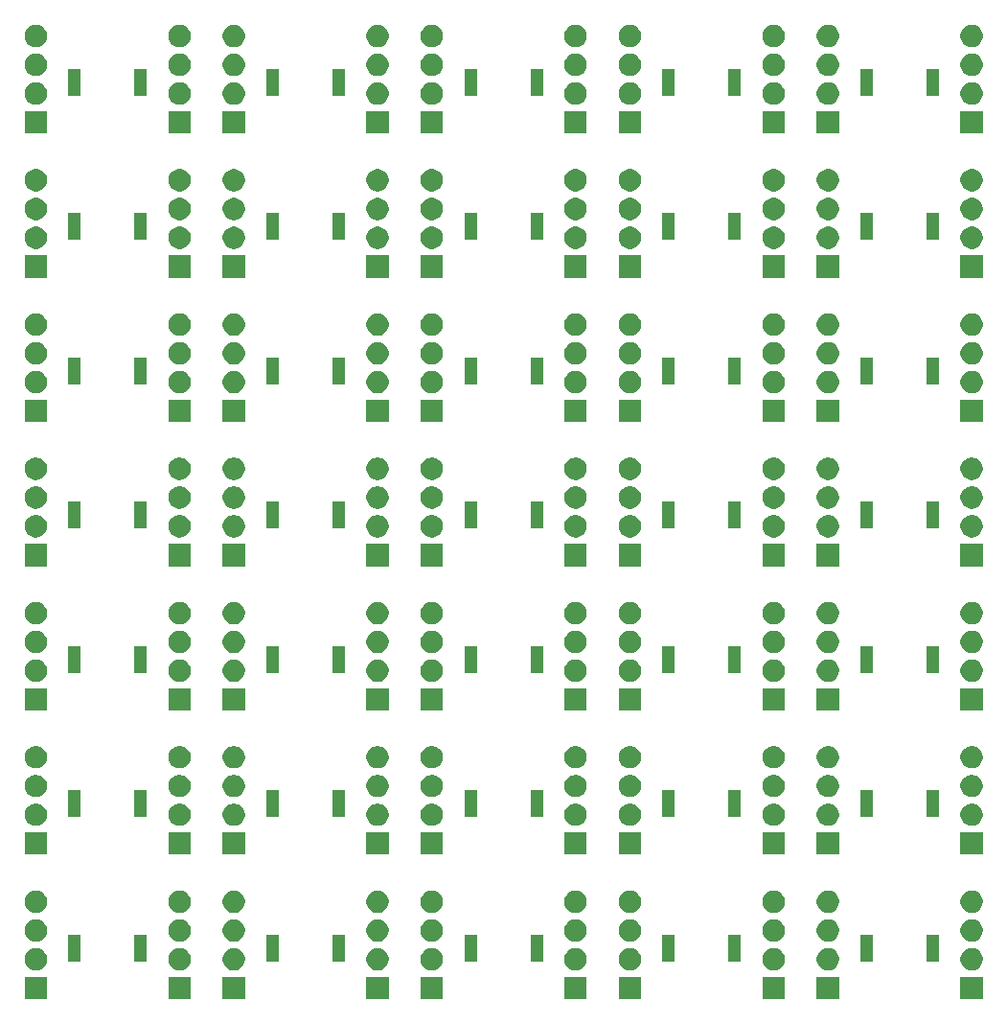
<source format=gbr>
G04 #@! TF.GenerationSoftware,KiCad,Pcbnew,5.1.5-5.1.5*
G04 #@! TF.CreationDate,2020-06-01T10:47:03+10:00*
G04 #@! TF.ProjectId,SOIC8-TSSOP8_panelized,534f4943-382d-4545-9353-4f50385f7061,rev?*
G04 #@! TF.SameCoordinates,Original*
G04 #@! TF.FileFunction,Soldermask,Bot*
G04 #@! TF.FilePolarity,Negative*
%FSLAX46Y46*%
G04 Gerber Fmt 4.6, Leading zero omitted, Abs format (unit mm)*
G04 Created by KiCad (PCBNEW 5.1.5-5.1.5) date 2020-06-01 10:47:03*
%MOMM*%
%LPD*%
G04 APERTURE LIST*
%ADD10C,0.100000*%
G04 APERTURE END LIST*
D10*
G36*
X226006708Y-186239212D02*
G01*
X224025508Y-186239212D01*
X224025508Y-184258012D01*
X226006708Y-184258012D01*
X226006708Y-186239212D01*
G37*
G36*
X213306708Y-186239212D02*
G01*
X211325508Y-186239212D01*
X211325508Y-184258012D01*
X213306708Y-184258012D01*
X213306708Y-186239212D01*
G37*
G36*
X143306700Y-186239212D02*
G01*
X141325500Y-186239212D01*
X141325500Y-184258012D01*
X143306700Y-184258012D01*
X143306700Y-186239212D01*
G37*
G36*
X160806702Y-186239212D02*
G01*
X158825502Y-186239212D01*
X158825502Y-184258012D01*
X160806702Y-184258012D01*
X160806702Y-186239212D01*
G37*
G36*
X178306704Y-186239212D02*
G01*
X176325504Y-186239212D01*
X176325504Y-184258012D01*
X178306704Y-184258012D01*
X178306704Y-186239212D01*
G37*
G36*
X195806706Y-186239212D02*
G01*
X193825506Y-186239212D01*
X193825506Y-184258012D01*
X195806706Y-184258012D01*
X195806706Y-186239212D01*
G37*
G36*
X173506702Y-186239212D02*
G01*
X171525502Y-186239212D01*
X171525502Y-184258012D01*
X173506702Y-184258012D01*
X173506702Y-186239212D01*
G37*
G36*
X191006704Y-186239212D02*
G01*
X189025504Y-186239212D01*
X189025504Y-184258012D01*
X191006704Y-184258012D01*
X191006704Y-186239212D01*
G37*
G36*
X208506706Y-186239212D02*
G01*
X206525506Y-186239212D01*
X206525506Y-184258012D01*
X208506706Y-184258012D01*
X208506706Y-186239212D01*
G37*
G36*
X156006700Y-186239212D02*
G01*
X154025500Y-186239212D01*
X154025500Y-184258012D01*
X156006700Y-184258012D01*
X156006700Y-186239212D01*
G37*
G36*
X155305047Y-181756080D02*
G01*
X155485325Y-181830754D01*
X155647571Y-181939163D01*
X155785549Y-182077141D01*
X155893958Y-182239387D01*
X155968632Y-182419665D01*
X156006700Y-182611046D01*
X156006700Y-182806178D01*
X155968632Y-182997559D01*
X155893958Y-183177837D01*
X155785549Y-183340083D01*
X155647571Y-183478061D01*
X155485325Y-183586470D01*
X155305047Y-183661144D01*
X155113667Y-183699212D01*
X154918533Y-183699212D01*
X154727153Y-183661144D01*
X154546875Y-183586470D01*
X154384629Y-183478061D01*
X154246651Y-183340083D01*
X154138242Y-183177837D01*
X154063568Y-182997559D01*
X154025500Y-182806178D01*
X154025500Y-182611046D01*
X154063568Y-182419665D01*
X154138242Y-182239387D01*
X154246651Y-182077141D01*
X154384629Y-181939163D01*
X154546875Y-181830754D01*
X154727153Y-181756080D01*
X154918533Y-181718012D01*
X155113667Y-181718012D01*
X155305047Y-181756080D01*
G37*
G36*
X142605047Y-181756080D02*
G01*
X142785325Y-181830754D01*
X142947571Y-181939163D01*
X143085549Y-182077141D01*
X143193958Y-182239387D01*
X143268632Y-182419665D01*
X143306700Y-182611046D01*
X143306700Y-182806178D01*
X143268632Y-182997559D01*
X143193958Y-183177837D01*
X143085549Y-183340083D01*
X142947571Y-183478061D01*
X142785325Y-183586470D01*
X142605047Y-183661144D01*
X142413667Y-183699212D01*
X142218533Y-183699212D01*
X142027153Y-183661144D01*
X141846875Y-183586470D01*
X141684629Y-183478061D01*
X141546651Y-183340083D01*
X141438242Y-183177837D01*
X141363568Y-182997559D01*
X141325500Y-182806178D01*
X141325500Y-182611046D01*
X141363568Y-182419665D01*
X141438242Y-182239387D01*
X141546651Y-182077141D01*
X141684629Y-181939163D01*
X141846875Y-181830754D01*
X142027153Y-181756080D01*
X142218533Y-181718012D01*
X142413667Y-181718012D01*
X142605047Y-181756080D01*
G37*
G36*
X160105049Y-181756080D02*
G01*
X160285327Y-181830754D01*
X160447573Y-181939163D01*
X160585551Y-182077141D01*
X160693960Y-182239387D01*
X160768634Y-182419665D01*
X160806702Y-182611046D01*
X160806702Y-182806178D01*
X160768634Y-182997559D01*
X160693960Y-183177837D01*
X160585551Y-183340083D01*
X160447573Y-183478061D01*
X160285327Y-183586470D01*
X160105049Y-183661144D01*
X159913669Y-183699212D01*
X159718535Y-183699212D01*
X159527155Y-183661144D01*
X159346877Y-183586470D01*
X159184631Y-183478061D01*
X159046653Y-183340083D01*
X158938244Y-183177837D01*
X158863570Y-182997559D01*
X158825502Y-182806178D01*
X158825502Y-182611046D01*
X158863570Y-182419665D01*
X158938244Y-182239387D01*
X159046653Y-182077141D01*
X159184631Y-181939163D01*
X159346877Y-181830754D01*
X159527155Y-181756080D01*
X159718535Y-181718012D01*
X159913669Y-181718012D01*
X160105049Y-181756080D01*
G37*
G36*
X177605051Y-181756080D02*
G01*
X177785329Y-181830754D01*
X177947575Y-181939163D01*
X178085553Y-182077141D01*
X178193962Y-182239387D01*
X178268636Y-182419665D01*
X178306704Y-182611046D01*
X178306704Y-182806178D01*
X178268636Y-182997559D01*
X178193962Y-183177837D01*
X178085553Y-183340083D01*
X177947575Y-183478061D01*
X177785329Y-183586470D01*
X177605051Y-183661144D01*
X177413671Y-183699212D01*
X177218537Y-183699212D01*
X177027157Y-183661144D01*
X176846879Y-183586470D01*
X176684633Y-183478061D01*
X176546655Y-183340083D01*
X176438246Y-183177837D01*
X176363572Y-182997559D01*
X176325504Y-182806178D01*
X176325504Y-182611046D01*
X176363572Y-182419665D01*
X176438246Y-182239387D01*
X176546655Y-182077141D01*
X176684633Y-181939163D01*
X176846879Y-181830754D01*
X177027157Y-181756080D01*
X177218537Y-181718012D01*
X177413671Y-181718012D01*
X177605051Y-181756080D01*
G37*
G36*
X212605055Y-181756080D02*
G01*
X212785333Y-181830754D01*
X212947579Y-181939163D01*
X213085557Y-182077141D01*
X213193966Y-182239387D01*
X213268640Y-182419665D01*
X213306708Y-182611046D01*
X213306708Y-182806178D01*
X213268640Y-182997559D01*
X213193966Y-183177837D01*
X213085557Y-183340083D01*
X212947579Y-183478061D01*
X212785333Y-183586470D01*
X212605055Y-183661144D01*
X212413675Y-183699212D01*
X212218541Y-183699212D01*
X212027161Y-183661144D01*
X211846883Y-183586470D01*
X211684637Y-183478061D01*
X211546659Y-183340083D01*
X211438250Y-183177837D01*
X211363576Y-182997559D01*
X211325508Y-182806178D01*
X211325508Y-182611046D01*
X211363576Y-182419665D01*
X211438250Y-182239387D01*
X211546659Y-182077141D01*
X211684637Y-181939163D01*
X211846883Y-181830754D01*
X212027161Y-181756080D01*
X212218541Y-181718012D01*
X212413675Y-181718012D01*
X212605055Y-181756080D01*
G37*
G36*
X172805049Y-181756080D02*
G01*
X172985327Y-181830754D01*
X173147573Y-181939163D01*
X173285551Y-182077141D01*
X173393960Y-182239387D01*
X173468634Y-182419665D01*
X173506702Y-182611046D01*
X173506702Y-182806178D01*
X173468634Y-182997559D01*
X173393960Y-183177837D01*
X173285551Y-183340083D01*
X173147573Y-183478061D01*
X172985327Y-183586470D01*
X172805049Y-183661144D01*
X172613669Y-183699212D01*
X172418535Y-183699212D01*
X172227155Y-183661144D01*
X172046877Y-183586470D01*
X171884631Y-183478061D01*
X171746653Y-183340083D01*
X171638244Y-183177837D01*
X171563570Y-182997559D01*
X171525502Y-182806178D01*
X171525502Y-182611046D01*
X171563570Y-182419665D01*
X171638244Y-182239387D01*
X171746653Y-182077141D01*
X171884631Y-181939163D01*
X172046877Y-181830754D01*
X172227155Y-181756080D01*
X172418535Y-181718012D01*
X172613669Y-181718012D01*
X172805049Y-181756080D01*
G37*
G36*
X190305051Y-181756080D02*
G01*
X190485329Y-181830754D01*
X190647575Y-181939163D01*
X190785553Y-182077141D01*
X190893962Y-182239387D01*
X190968636Y-182419665D01*
X191006704Y-182611046D01*
X191006704Y-182806178D01*
X190968636Y-182997559D01*
X190893962Y-183177837D01*
X190785553Y-183340083D01*
X190647575Y-183478061D01*
X190485329Y-183586470D01*
X190305051Y-183661144D01*
X190113671Y-183699212D01*
X189918537Y-183699212D01*
X189727157Y-183661144D01*
X189546879Y-183586470D01*
X189384633Y-183478061D01*
X189246655Y-183340083D01*
X189138246Y-183177837D01*
X189063572Y-182997559D01*
X189025504Y-182806178D01*
X189025504Y-182611046D01*
X189063572Y-182419665D01*
X189138246Y-182239387D01*
X189246655Y-182077141D01*
X189384633Y-181939163D01*
X189546879Y-181830754D01*
X189727157Y-181756080D01*
X189918537Y-181718012D01*
X190113671Y-181718012D01*
X190305051Y-181756080D01*
G37*
G36*
X207805053Y-181756080D02*
G01*
X207985331Y-181830754D01*
X208147577Y-181939163D01*
X208285555Y-182077141D01*
X208393964Y-182239387D01*
X208468638Y-182419665D01*
X208506706Y-182611046D01*
X208506706Y-182806178D01*
X208468638Y-182997559D01*
X208393964Y-183177837D01*
X208285555Y-183340083D01*
X208147577Y-183478061D01*
X207985331Y-183586470D01*
X207805053Y-183661144D01*
X207613673Y-183699212D01*
X207418539Y-183699212D01*
X207227159Y-183661144D01*
X207046881Y-183586470D01*
X206884635Y-183478061D01*
X206746657Y-183340083D01*
X206638248Y-183177837D01*
X206563574Y-182997559D01*
X206525506Y-182806178D01*
X206525506Y-182611046D01*
X206563574Y-182419665D01*
X206638248Y-182239387D01*
X206746657Y-182077141D01*
X206884635Y-181939163D01*
X207046881Y-181830754D01*
X207227159Y-181756080D01*
X207418539Y-181718012D01*
X207613673Y-181718012D01*
X207805053Y-181756080D01*
G37*
G36*
X225305055Y-181756080D02*
G01*
X225485333Y-181830754D01*
X225647579Y-181939163D01*
X225785557Y-182077141D01*
X225893966Y-182239387D01*
X225968640Y-182419665D01*
X226006708Y-182611046D01*
X226006708Y-182806178D01*
X225968640Y-182997559D01*
X225893966Y-183177837D01*
X225785557Y-183340083D01*
X225647579Y-183478061D01*
X225485333Y-183586470D01*
X225305055Y-183661144D01*
X225113675Y-183699212D01*
X224918541Y-183699212D01*
X224727161Y-183661144D01*
X224546883Y-183586470D01*
X224384637Y-183478061D01*
X224246659Y-183340083D01*
X224138250Y-183177837D01*
X224063576Y-182997559D01*
X224025508Y-182806178D01*
X224025508Y-182611046D01*
X224063576Y-182419665D01*
X224138250Y-182239387D01*
X224246659Y-182077141D01*
X224384637Y-181939163D01*
X224546883Y-181830754D01*
X224727161Y-181756080D01*
X224918541Y-181718012D01*
X225113675Y-181718012D01*
X225305055Y-181756080D01*
G37*
G36*
X195105053Y-181756080D02*
G01*
X195285331Y-181830754D01*
X195447577Y-181939163D01*
X195585555Y-182077141D01*
X195693964Y-182239387D01*
X195768638Y-182419665D01*
X195806706Y-182611046D01*
X195806706Y-182806178D01*
X195768638Y-182997559D01*
X195693964Y-183177837D01*
X195585555Y-183340083D01*
X195447577Y-183478061D01*
X195285331Y-183586470D01*
X195105053Y-183661144D01*
X194913673Y-183699212D01*
X194718539Y-183699212D01*
X194527159Y-183661144D01*
X194346881Y-183586470D01*
X194184635Y-183478061D01*
X194046657Y-183340083D01*
X193938248Y-183177837D01*
X193863574Y-182997559D01*
X193825506Y-182806178D01*
X193825506Y-182611046D01*
X193863574Y-182419665D01*
X193938248Y-182239387D01*
X194046657Y-182077141D01*
X194184635Y-181939163D01*
X194346881Y-181830754D01*
X194527159Y-181756080D01*
X194718539Y-181718012D01*
X194913673Y-181718012D01*
X195105053Y-181756080D01*
G37*
G36*
X187130004Y-182911812D02*
G01*
X186037804Y-182911812D01*
X186037804Y-180555412D01*
X187130004Y-180555412D01*
X187130004Y-182911812D01*
G37*
G36*
X146294400Y-182911812D02*
G01*
X145202200Y-182911812D01*
X145202200Y-180555412D01*
X146294400Y-180555412D01*
X146294400Y-182911812D01*
G37*
G36*
X152130000Y-182911812D02*
G01*
X151037800Y-182911812D01*
X151037800Y-180555412D01*
X152130000Y-180555412D01*
X152130000Y-182911812D01*
G37*
G36*
X169630002Y-182911812D02*
G01*
X168537802Y-182911812D01*
X168537802Y-180555412D01*
X169630002Y-180555412D01*
X169630002Y-182911812D01*
G37*
G36*
X163794402Y-182911812D02*
G01*
X162702202Y-182911812D01*
X162702202Y-180555412D01*
X163794402Y-180555412D01*
X163794402Y-182911812D01*
G37*
G36*
X222130008Y-182911812D02*
G01*
X221037808Y-182911812D01*
X221037808Y-180555412D01*
X222130008Y-180555412D01*
X222130008Y-182911812D01*
G37*
G36*
X216294408Y-182911812D02*
G01*
X215202208Y-182911812D01*
X215202208Y-180555412D01*
X216294408Y-180555412D01*
X216294408Y-182911812D01*
G37*
G36*
X198794406Y-182911812D02*
G01*
X197702206Y-182911812D01*
X197702206Y-180555412D01*
X198794406Y-180555412D01*
X198794406Y-182911812D01*
G37*
G36*
X204630006Y-182911812D02*
G01*
X203537806Y-182911812D01*
X203537806Y-180555412D01*
X204630006Y-180555412D01*
X204630006Y-182911812D01*
G37*
G36*
X181294404Y-182911812D02*
G01*
X180202204Y-182911812D01*
X180202204Y-180555412D01*
X181294404Y-180555412D01*
X181294404Y-182911812D01*
G37*
G36*
X195105053Y-179216080D02*
G01*
X195285331Y-179290754D01*
X195447577Y-179399163D01*
X195585555Y-179537141D01*
X195693964Y-179699387D01*
X195768638Y-179879665D01*
X195806706Y-180071046D01*
X195806706Y-180266178D01*
X195768638Y-180457559D01*
X195693964Y-180637837D01*
X195585555Y-180800083D01*
X195447577Y-180938061D01*
X195285331Y-181046470D01*
X195105053Y-181121144D01*
X195009362Y-181140178D01*
X194913673Y-181159212D01*
X194718539Y-181159212D01*
X194527159Y-181121144D01*
X194346881Y-181046470D01*
X194184635Y-180938061D01*
X194046657Y-180800083D01*
X193938248Y-180637837D01*
X193863574Y-180457559D01*
X193825506Y-180266178D01*
X193825506Y-180071046D01*
X193863574Y-179879665D01*
X193938248Y-179699387D01*
X194046657Y-179537141D01*
X194184635Y-179399163D01*
X194346881Y-179290754D01*
X194527159Y-179216080D01*
X194718539Y-179178012D01*
X194913673Y-179178012D01*
X195105053Y-179216080D01*
G37*
G36*
X225305055Y-179216080D02*
G01*
X225485333Y-179290754D01*
X225647579Y-179399163D01*
X225785557Y-179537141D01*
X225893966Y-179699387D01*
X225968640Y-179879665D01*
X226006708Y-180071046D01*
X226006708Y-180266178D01*
X225968640Y-180457559D01*
X225893966Y-180637837D01*
X225785557Y-180800083D01*
X225647579Y-180938061D01*
X225485333Y-181046470D01*
X225305055Y-181121144D01*
X225209364Y-181140178D01*
X225113675Y-181159212D01*
X224918541Y-181159212D01*
X224727161Y-181121144D01*
X224546883Y-181046470D01*
X224384637Y-180938061D01*
X224246659Y-180800083D01*
X224138250Y-180637837D01*
X224063576Y-180457559D01*
X224025508Y-180266178D01*
X224025508Y-180071046D01*
X224063576Y-179879665D01*
X224138250Y-179699387D01*
X224246659Y-179537141D01*
X224384637Y-179399163D01*
X224546883Y-179290754D01*
X224727161Y-179216080D01*
X224918541Y-179178012D01*
X225113675Y-179178012D01*
X225305055Y-179216080D01*
G37*
G36*
X212605055Y-179216080D02*
G01*
X212785333Y-179290754D01*
X212947579Y-179399163D01*
X213085557Y-179537141D01*
X213193966Y-179699387D01*
X213268640Y-179879665D01*
X213306708Y-180071046D01*
X213306708Y-180266178D01*
X213268640Y-180457559D01*
X213193966Y-180637837D01*
X213085557Y-180800083D01*
X212947579Y-180938061D01*
X212785333Y-181046470D01*
X212605055Y-181121144D01*
X212509364Y-181140178D01*
X212413675Y-181159212D01*
X212218541Y-181159212D01*
X212027161Y-181121144D01*
X211846883Y-181046470D01*
X211684637Y-180938061D01*
X211546659Y-180800083D01*
X211438250Y-180637837D01*
X211363576Y-180457559D01*
X211325508Y-180266178D01*
X211325508Y-180071046D01*
X211363576Y-179879665D01*
X211438250Y-179699387D01*
X211546659Y-179537141D01*
X211684637Y-179399163D01*
X211846883Y-179290754D01*
X212027161Y-179216080D01*
X212218541Y-179178012D01*
X212413675Y-179178012D01*
X212605055Y-179216080D01*
G37*
G36*
X207805053Y-179216080D02*
G01*
X207985331Y-179290754D01*
X208147577Y-179399163D01*
X208285555Y-179537141D01*
X208393964Y-179699387D01*
X208468638Y-179879665D01*
X208506706Y-180071046D01*
X208506706Y-180266178D01*
X208468638Y-180457559D01*
X208393964Y-180637837D01*
X208285555Y-180800083D01*
X208147577Y-180938061D01*
X207985331Y-181046470D01*
X207805053Y-181121144D01*
X207709362Y-181140178D01*
X207613673Y-181159212D01*
X207418539Y-181159212D01*
X207227159Y-181121144D01*
X207046881Y-181046470D01*
X206884635Y-180938061D01*
X206746657Y-180800083D01*
X206638248Y-180637837D01*
X206563574Y-180457559D01*
X206525506Y-180266178D01*
X206525506Y-180071046D01*
X206563574Y-179879665D01*
X206638248Y-179699387D01*
X206746657Y-179537141D01*
X206884635Y-179399163D01*
X207046881Y-179290754D01*
X207227159Y-179216080D01*
X207418539Y-179178012D01*
X207613673Y-179178012D01*
X207805053Y-179216080D01*
G37*
G36*
X177605051Y-179216080D02*
G01*
X177785329Y-179290754D01*
X177947575Y-179399163D01*
X178085553Y-179537141D01*
X178193962Y-179699387D01*
X178268636Y-179879665D01*
X178306704Y-180071046D01*
X178306704Y-180266178D01*
X178268636Y-180457559D01*
X178193962Y-180637837D01*
X178085553Y-180800083D01*
X177947575Y-180938061D01*
X177785329Y-181046470D01*
X177605051Y-181121144D01*
X177509360Y-181140178D01*
X177413671Y-181159212D01*
X177218537Y-181159212D01*
X177027157Y-181121144D01*
X176846879Y-181046470D01*
X176684633Y-180938061D01*
X176546655Y-180800083D01*
X176438246Y-180637837D01*
X176363572Y-180457559D01*
X176325504Y-180266178D01*
X176325504Y-180071046D01*
X176363572Y-179879665D01*
X176438246Y-179699387D01*
X176546655Y-179537141D01*
X176684633Y-179399163D01*
X176846879Y-179290754D01*
X177027157Y-179216080D01*
X177218537Y-179178012D01*
X177413671Y-179178012D01*
X177605051Y-179216080D01*
G37*
G36*
X172805049Y-179216080D02*
G01*
X172985327Y-179290754D01*
X173147573Y-179399163D01*
X173285551Y-179537141D01*
X173393960Y-179699387D01*
X173468634Y-179879665D01*
X173506702Y-180071046D01*
X173506702Y-180266178D01*
X173468634Y-180457559D01*
X173393960Y-180637837D01*
X173285551Y-180800083D01*
X173147573Y-180938061D01*
X172985327Y-181046470D01*
X172805049Y-181121144D01*
X172709358Y-181140178D01*
X172613669Y-181159212D01*
X172418535Y-181159212D01*
X172227155Y-181121144D01*
X172046877Y-181046470D01*
X171884631Y-180938061D01*
X171746653Y-180800083D01*
X171638244Y-180637837D01*
X171563570Y-180457559D01*
X171525502Y-180266178D01*
X171525502Y-180071046D01*
X171563570Y-179879665D01*
X171638244Y-179699387D01*
X171746653Y-179537141D01*
X171884631Y-179399163D01*
X172046877Y-179290754D01*
X172227155Y-179216080D01*
X172418535Y-179178012D01*
X172613669Y-179178012D01*
X172805049Y-179216080D01*
G37*
G36*
X142605047Y-179216080D02*
G01*
X142785325Y-179290754D01*
X142947571Y-179399163D01*
X143085549Y-179537141D01*
X143193958Y-179699387D01*
X143268632Y-179879665D01*
X143306700Y-180071046D01*
X143306700Y-180266178D01*
X143268632Y-180457559D01*
X143193958Y-180637837D01*
X143085549Y-180800083D01*
X142947571Y-180938061D01*
X142785325Y-181046470D01*
X142605047Y-181121144D01*
X142413667Y-181159212D01*
X142218533Y-181159212D01*
X142027153Y-181121144D01*
X141846875Y-181046470D01*
X141684629Y-180938061D01*
X141546651Y-180800083D01*
X141438242Y-180637837D01*
X141363568Y-180457559D01*
X141325500Y-180266178D01*
X141325500Y-180071046D01*
X141363568Y-179879665D01*
X141438242Y-179699387D01*
X141546651Y-179537141D01*
X141684629Y-179399163D01*
X141846875Y-179290754D01*
X142027153Y-179216080D01*
X142218533Y-179178012D01*
X142413667Y-179178012D01*
X142605047Y-179216080D01*
G37*
G36*
X155305047Y-179216080D02*
G01*
X155485325Y-179290754D01*
X155647571Y-179399163D01*
X155785549Y-179537141D01*
X155893958Y-179699387D01*
X155968632Y-179879665D01*
X156006700Y-180071046D01*
X156006700Y-180266178D01*
X155968632Y-180457559D01*
X155893958Y-180637837D01*
X155785549Y-180800083D01*
X155647571Y-180938061D01*
X155485325Y-181046470D01*
X155305047Y-181121144D01*
X155113667Y-181159212D01*
X154918533Y-181159212D01*
X154727153Y-181121144D01*
X154546875Y-181046470D01*
X154384629Y-180938061D01*
X154246651Y-180800083D01*
X154138242Y-180637837D01*
X154063568Y-180457559D01*
X154025500Y-180266178D01*
X154025500Y-180071046D01*
X154063568Y-179879665D01*
X154138242Y-179699387D01*
X154246651Y-179537141D01*
X154384629Y-179399163D01*
X154546875Y-179290754D01*
X154727153Y-179216080D01*
X154918533Y-179178012D01*
X155113667Y-179178012D01*
X155305047Y-179216080D01*
G37*
G36*
X190305051Y-179216080D02*
G01*
X190485329Y-179290754D01*
X190647575Y-179399163D01*
X190785553Y-179537141D01*
X190893962Y-179699387D01*
X190968636Y-179879665D01*
X191006704Y-180071046D01*
X191006704Y-180266178D01*
X190968636Y-180457559D01*
X190893962Y-180637837D01*
X190785553Y-180800083D01*
X190647575Y-180938061D01*
X190485329Y-181046470D01*
X190305051Y-181121144D01*
X190209360Y-181140178D01*
X190113671Y-181159212D01*
X189918537Y-181159212D01*
X189727157Y-181121144D01*
X189546879Y-181046470D01*
X189384633Y-180938061D01*
X189246655Y-180800083D01*
X189138246Y-180637837D01*
X189063572Y-180457559D01*
X189025504Y-180266178D01*
X189025504Y-180071046D01*
X189063572Y-179879665D01*
X189138246Y-179699387D01*
X189246655Y-179537141D01*
X189384633Y-179399163D01*
X189546879Y-179290754D01*
X189727157Y-179216080D01*
X189918537Y-179178012D01*
X190113671Y-179178012D01*
X190305051Y-179216080D01*
G37*
G36*
X160105049Y-179216080D02*
G01*
X160285327Y-179290754D01*
X160447573Y-179399163D01*
X160585551Y-179537141D01*
X160693960Y-179699387D01*
X160768634Y-179879665D01*
X160806702Y-180071046D01*
X160806702Y-180266178D01*
X160768634Y-180457559D01*
X160693960Y-180637837D01*
X160585551Y-180800083D01*
X160447573Y-180938061D01*
X160285327Y-181046470D01*
X160105049Y-181121144D01*
X159913669Y-181159212D01*
X159718535Y-181159212D01*
X159527155Y-181121144D01*
X159346877Y-181046470D01*
X159184631Y-180938061D01*
X159046653Y-180800083D01*
X158938244Y-180637837D01*
X158863570Y-180457559D01*
X158825502Y-180266178D01*
X158825502Y-180071046D01*
X158863570Y-179879665D01*
X158938244Y-179699387D01*
X159046653Y-179537141D01*
X159184631Y-179399163D01*
X159346877Y-179290754D01*
X159527155Y-179216080D01*
X159718535Y-179178012D01*
X159913669Y-179178012D01*
X160105049Y-179216080D01*
G37*
G36*
X225305055Y-176676080D02*
G01*
X225485333Y-176750754D01*
X225647579Y-176859163D01*
X225785557Y-176997141D01*
X225893966Y-177159387D01*
X225968640Y-177339665D01*
X226006708Y-177531046D01*
X226006708Y-177726178D01*
X225968640Y-177917559D01*
X225893966Y-178097837D01*
X225785557Y-178260083D01*
X225647579Y-178398061D01*
X225485333Y-178506470D01*
X225305055Y-178581144D01*
X225209364Y-178600178D01*
X225113675Y-178619212D01*
X224918541Y-178619212D01*
X224822852Y-178600178D01*
X224727161Y-178581144D01*
X224546883Y-178506470D01*
X224384637Y-178398061D01*
X224246659Y-178260083D01*
X224138250Y-178097837D01*
X224063576Y-177917559D01*
X224025508Y-177726178D01*
X224025508Y-177531046D01*
X224063576Y-177339665D01*
X224138250Y-177159387D01*
X224246659Y-176997141D01*
X224384637Y-176859163D01*
X224546883Y-176750754D01*
X224727161Y-176676080D01*
X224822852Y-176657046D01*
X224918541Y-176638012D01*
X225113675Y-176638012D01*
X225305055Y-176676080D01*
G37*
G36*
X207805053Y-176676080D02*
G01*
X207985331Y-176750754D01*
X208147577Y-176859163D01*
X208285555Y-176997141D01*
X208393964Y-177159387D01*
X208468638Y-177339665D01*
X208506706Y-177531046D01*
X208506706Y-177726178D01*
X208468638Y-177917559D01*
X208393964Y-178097837D01*
X208285555Y-178260083D01*
X208147577Y-178398061D01*
X207985331Y-178506470D01*
X207805053Y-178581144D01*
X207709362Y-178600178D01*
X207613673Y-178619212D01*
X207418539Y-178619212D01*
X207322850Y-178600178D01*
X207227159Y-178581144D01*
X207046881Y-178506470D01*
X206884635Y-178398061D01*
X206746657Y-178260083D01*
X206638248Y-178097837D01*
X206563574Y-177917559D01*
X206525506Y-177726178D01*
X206525506Y-177531046D01*
X206563574Y-177339665D01*
X206638248Y-177159387D01*
X206746657Y-176997141D01*
X206884635Y-176859163D01*
X207046881Y-176750754D01*
X207227159Y-176676080D01*
X207322850Y-176657046D01*
X207418539Y-176638012D01*
X207613673Y-176638012D01*
X207805053Y-176676080D01*
G37*
G36*
X212605055Y-176676080D02*
G01*
X212785333Y-176750754D01*
X212947579Y-176859163D01*
X213085557Y-176997141D01*
X213193966Y-177159387D01*
X213268640Y-177339665D01*
X213306708Y-177531046D01*
X213306708Y-177726178D01*
X213268640Y-177917559D01*
X213193966Y-178097837D01*
X213085557Y-178260083D01*
X212947579Y-178398061D01*
X212785333Y-178506470D01*
X212605055Y-178581144D01*
X212509364Y-178600178D01*
X212413675Y-178619212D01*
X212218541Y-178619212D01*
X212122852Y-178600178D01*
X212027161Y-178581144D01*
X211846883Y-178506470D01*
X211684637Y-178398061D01*
X211546659Y-178260083D01*
X211438250Y-178097837D01*
X211363576Y-177917559D01*
X211325508Y-177726178D01*
X211325508Y-177531046D01*
X211363576Y-177339665D01*
X211438250Y-177159387D01*
X211546659Y-176997141D01*
X211684637Y-176859163D01*
X211846883Y-176750754D01*
X212027161Y-176676080D01*
X212122852Y-176657046D01*
X212218541Y-176638012D01*
X212413675Y-176638012D01*
X212605055Y-176676080D01*
G37*
G36*
X190305051Y-176676080D02*
G01*
X190485329Y-176750754D01*
X190647575Y-176859163D01*
X190785553Y-176997141D01*
X190893962Y-177159387D01*
X190968636Y-177339665D01*
X191006704Y-177531046D01*
X191006704Y-177726178D01*
X190968636Y-177917559D01*
X190893962Y-178097837D01*
X190785553Y-178260083D01*
X190647575Y-178398061D01*
X190485329Y-178506470D01*
X190305051Y-178581144D01*
X190209360Y-178600178D01*
X190113671Y-178619212D01*
X189918537Y-178619212D01*
X189822848Y-178600178D01*
X189727157Y-178581144D01*
X189546879Y-178506470D01*
X189384633Y-178398061D01*
X189246655Y-178260083D01*
X189138246Y-178097837D01*
X189063572Y-177917559D01*
X189025504Y-177726178D01*
X189025504Y-177531046D01*
X189063572Y-177339665D01*
X189138246Y-177159387D01*
X189246655Y-176997141D01*
X189384633Y-176859163D01*
X189546879Y-176750754D01*
X189727157Y-176676080D01*
X189822848Y-176657046D01*
X189918537Y-176638012D01*
X190113671Y-176638012D01*
X190305051Y-176676080D01*
G37*
G36*
X155305047Y-176676080D02*
G01*
X155485325Y-176750754D01*
X155647571Y-176859163D01*
X155785549Y-176997141D01*
X155893958Y-177159387D01*
X155968632Y-177339665D01*
X156006700Y-177531046D01*
X156006700Y-177726178D01*
X155968632Y-177917559D01*
X155893958Y-178097837D01*
X155785549Y-178260083D01*
X155647571Y-178398061D01*
X155485325Y-178506470D01*
X155305047Y-178581144D01*
X155209356Y-178600178D01*
X155113667Y-178619212D01*
X154918533Y-178619212D01*
X154822844Y-178600178D01*
X154727153Y-178581144D01*
X154546875Y-178506470D01*
X154384629Y-178398061D01*
X154246651Y-178260083D01*
X154138242Y-178097837D01*
X154063568Y-177917559D01*
X154025500Y-177726178D01*
X154025500Y-177531046D01*
X154063568Y-177339665D01*
X154138242Y-177159387D01*
X154246651Y-176997141D01*
X154384629Y-176859163D01*
X154546875Y-176750754D01*
X154727153Y-176676080D01*
X154918533Y-176638012D01*
X155113667Y-176638012D01*
X155305047Y-176676080D01*
G37*
G36*
X172805049Y-176676080D02*
G01*
X172985327Y-176750754D01*
X173147573Y-176859163D01*
X173285551Y-176997141D01*
X173393960Y-177159387D01*
X173468634Y-177339665D01*
X173506702Y-177531046D01*
X173506702Y-177726178D01*
X173468634Y-177917559D01*
X173393960Y-178097837D01*
X173285551Y-178260083D01*
X173147573Y-178398061D01*
X172985327Y-178506470D01*
X172805049Y-178581144D01*
X172709358Y-178600178D01*
X172613669Y-178619212D01*
X172418535Y-178619212D01*
X172322846Y-178600178D01*
X172227155Y-178581144D01*
X172046877Y-178506470D01*
X171884631Y-178398061D01*
X171746653Y-178260083D01*
X171638244Y-178097837D01*
X171563570Y-177917559D01*
X171525502Y-177726178D01*
X171525502Y-177531046D01*
X171563570Y-177339665D01*
X171638244Y-177159387D01*
X171746653Y-176997141D01*
X171884631Y-176859163D01*
X172046877Y-176750754D01*
X172227155Y-176676080D01*
X172418535Y-176638012D01*
X172613669Y-176638012D01*
X172805049Y-176676080D01*
G37*
G36*
X177605051Y-176676080D02*
G01*
X177785329Y-176750754D01*
X177947575Y-176859163D01*
X178085553Y-176997141D01*
X178193962Y-177159387D01*
X178268636Y-177339665D01*
X178306704Y-177531046D01*
X178306704Y-177726178D01*
X178268636Y-177917559D01*
X178193962Y-178097837D01*
X178085553Y-178260083D01*
X177947575Y-178398061D01*
X177785329Y-178506470D01*
X177605051Y-178581144D01*
X177509360Y-178600178D01*
X177413671Y-178619212D01*
X177218537Y-178619212D01*
X177122848Y-178600178D01*
X177027157Y-178581144D01*
X176846879Y-178506470D01*
X176684633Y-178398061D01*
X176546655Y-178260083D01*
X176438246Y-178097837D01*
X176363572Y-177917559D01*
X176325504Y-177726178D01*
X176325504Y-177531046D01*
X176363572Y-177339665D01*
X176438246Y-177159387D01*
X176546655Y-176997141D01*
X176684633Y-176859163D01*
X176846879Y-176750754D01*
X177027157Y-176676080D01*
X177218537Y-176638012D01*
X177413671Y-176638012D01*
X177605051Y-176676080D01*
G37*
G36*
X160105049Y-176676080D02*
G01*
X160285327Y-176750754D01*
X160447573Y-176859163D01*
X160585551Y-176997141D01*
X160693960Y-177159387D01*
X160768634Y-177339665D01*
X160806702Y-177531046D01*
X160806702Y-177726178D01*
X160768634Y-177917559D01*
X160693960Y-178097837D01*
X160585551Y-178260083D01*
X160447573Y-178398061D01*
X160285327Y-178506470D01*
X160105049Y-178581144D01*
X160009358Y-178600178D01*
X159913669Y-178619212D01*
X159718535Y-178619212D01*
X159622846Y-178600178D01*
X159527155Y-178581144D01*
X159346877Y-178506470D01*
X159184631Y-178398061D01*
X159046653Y-178260083D01*
X158938244Y-178097837D01*
X158863570Y-177917559D01*
X158825502Y-177726178D01*
X158825502Y-177531046D01*
X158863570Y-177339665D01*
X158938244Y-177159387D01*
X159046653Y-176997141D01*
X159184631Y-176859163D01*
X159346877Y-176750754D01*
X159527155Y-176676080D01*
X159718535Y-176638012D01*
X159913669Y-176638012D01*
X160105049Y-176676080D01*
G37*
G36*
X142605047Y-176676080D02*
G01*
X142785325Y-176750754D01*
X142947571Y-176859163D01*
X143085549Y-176997141D01*
X143193958Y-177159387D01*
X143268632Y-177339665D01*
X143306700Y-177531046D01*
X143306700Y-177726178D01*
X143268632Y-177917559D01*
X143193958Y-178097837D01*
X143085549Y-178260083D01*
X142947571Y-178398061D01*
X142785325Y-178506470D01*
X142605047Y-178581144D01*
X142509356Y-178600178D01*
X142413667Y-178619212D01*
X142218533Y-178619212D01*
X142122844Y-178600178D01*
X142027153Y-178581144D01*
X141846875Y-178506470D01*
X141684629Y-178398061D01*
X141546651Y-178260083D01*
X141438242Y-178097837D01*
X141363568Y-177917559D01*
X141325500Y-177726178D01*
X141325500Y-177531046D01*
X141363568Y-177339665D01*
X141438242Y-177159387D01*
X141546651Y-176997141D01*
X141684629Y-176859163D01*
X141846875Y-176750754D01*
X142027153Y-176676080D01*
X142218533Y-176638012D01*
X142413667Y-176638012D01*
X142605047Y-176676080D01*
G37*
G36*
X195105053Y-176676080D02*
G01*
X195285331Y-176750754D01*
X195447577Y-176859163D01*
X195585555Y-176997141D01*
X195693964Y-177159387D01*
X195768638Y-177339665D01*
X195806706Y-177531046D01*
X195806706Y-177726178D01*
X195768638Y-177917559D01*
X195693964Y-178097837D01*
X195585555Y-178260083D01*
X195447577Y-178398061D01*
X195285331Y-178506470D01*
X195105053Y-178581144D01*
X195009362Y-178600178D01*
X194913673Y-178619212D01*
X194718539Y-178619212D01*
X194622850Y-178600178D01*
X194527159Y-178581144D01*
X194346881Y-178506470D01*
X194184635Y-178398061D01*
X194046657Y-178260083D01*
X193938248Y-178097837D01*
X193863574Y-177917559D01*
X193825506Y-177726178D01*
X193825506Y-177531046D01*
X193863574Y-177339665D01*
X193938248Y-177159387D01*
X194046657Y-176997141D01*
X194184635Y-176859163D01*
X194346881Y-176750754D01*
X194527159Y-176676080D01*
X194622850Y-176657046D01*
X194718539Y-176638012D01*
X194913673Y-176638012D01*
X195105053Y-176676080D01*
G37*
G36*
X213306708Y-173499210D02*
G01*
X211325508Y-173499210D01*
X211325508Y-171518010D01*
X213306708Y-171518010D01*
X213306708Y-173499210D01*
G37*
G36*
X173506702Y-173499210D02*
G01*
X171525502Y-173499210D01*
X171525502Y-171518010D01*
X173506702Y-171518010D01*
X173506702Y-173499210D01*
G37*
G36*
X156006700Y-173499210D02*
G01*
X154025500Y-173499210D01*
X154025500Y-171518010D01*
X156006700Y-171518010D01*
X156006700Y-173499210D01*
G37*
G36*
X191006704Y-173499210D02*
G01*
X189025504Y-173499210D01*
X189025504Y-171518010D01*
X191006704Y-171518010D01*
X191006704Y-173499210D01*
G37*
G36*
X208506706Y-173499210D02*
G01*
X206525506Y-173499210D01*
X206525506Y-171518010D01*
X208506706Y-171518010D01*
X208506706Y-173499210D01*
G37*
G36*
X195806706Y-173499210D02*
G01*
X193825506Y-173499210D01*
X193825506Y-171518010D01*
X195806706Y-171518010D01*
X195806706Y-173499210D01*
G37*
G36*
X226006708Y-173499210D02*
G01*
X224025508Y-173499210D01*
X224025508Y-171518010D01*
X226006708Y-171518010D01*
X226006708Y-173499210D01*
G37*
G36*
X143306700Y-173499210D02*
G01*
X141325500Y-173499210D01*
X141325500Y-171518010D01*
X143306700Y-171518010D01*
X143306700Y-173499210D01*
G37*
G36*
X178306704Y-173499210D02*
G01*
X176325504Y-173499210D01*
X176325504Y-171518010D01*
X178306704Y-171518010D01*
X178306704Y-173499210D01*
G37*
G36*
X160806702Y-173499210D02*
G01*
X158825502Y-173499210D01*
X158825502Y-171518010D01*
X160806702Y-171518010D01*
X160806702Y-173499210D01*
G37*
G36*
X225209364Y-168997044D02*
G01*
X225305055Y-169016078D01*
X225485333Y-169090752D01*
X225647579Y-169199161D01*
X225785557Y-169337139D01*
X225893966Y-169499385D01*
X225968640Y-169679663D01*
X226006708Y-169871044D01*
X226006708Y-170066176D01*
X225968640Y-170257557D01*
X225893966Y-170437835D01*
X225785557Y-170600081D01*
X225647579Y-170738059D01*
X225485333Y-170846468D01*
X225305055Y-170921142D01*
X225113675Y-170959210D01*
X224918541Y-170959210D01*
X224727161Y-170921142D01*
X224546883Y-170846468D01*
X224384637Y-170738059D01*
X224246659Y-170600081D01*
X224138250Y-170437835D01*
X224063576Y-170257557D01*
X224025508Y-170066176D01*
X224025508Y-169871044D01*
X224063576Y-169679663D01*
X224138250Y-169499385D01*
X224246659Y-169337139D01*
X224384637Y-169199161D01*
X224546883Y-169090752D01*
X224727161Y-169016078D01*
X224918541Y-168978010D01*
X225113675Y-168978010D01*
X225209364Y-168997044D01*
G37*
G36*
X195009362Y-168997044D02*
G01*
X195105053Y-169016078D01*
X195285331Y-169090752D01*
X195447577Y-169199161D01*
X195585555Y-169337139D01*
X195693964Y-169499385D01*
X195768638Y-169679663D01*
X195806706Y-169871044D01*
X195806706Y-170066176D01*
X195768638Y-170257557D01*
X195693964Y-170437835D01*
X195585555Y-170600081D01*
X195447577Y-170738059D01*
X195285331Y-170846468D01*
X195105053Y-170921142D01*
X194913673Y-170959210D01*
X194718539Y-170959210D01*
X194527159Y-170921142D01*
X194346881Y-170846468D01*
X194184635Y-170738059D01*
X194046657Y-170600081D01*
X193938248Y-170437835D01*
X193863574Y-170257557D01*
X193825506Y-170066176D01*
X193825506Y-169871044D01*
X193863574Y-169679663D01*
X193938248Y-169499385D01*
X194046657Y-169337139D01*
X194184635Y-169199161D01*
X194346881Y-169090752D01*
X194527159Y-169016078D01*
X194622850Y-168997044D01*
X194718539Y-168978010D01*
X194913673Y-168978010D01*
X195009362Y-168997044D01*
G37*
G36*
X190209360Y-168997044D02*
G01*
X190305051Y-169016078D01*
X190485329Y-169090752D01*
X190647575Y-169199161D01*
X190785553Y-169337139D01*
X190893962Y-169499385D01*
X190968636Y-169679663D01*
X191006704Y-169871044D01*
X191006704Y-170066176D01*
X190968636Y-170257557D01*
X190893962Y-170437835D01*
X190785553Y-170600081D01*
X190647575Y-170738059D01*
X190485329Y-170846468D01*
X190305051Y-170921142D01*
X190113671Y-170959210D01*
X189918537Y-170959210D01*
X189727157Y-170921142D01*
X189546879Y-170846468D01*
X189384633Y-170738059D01*
X189246655Y-170600081D01*
X189138246Y-170437835D01*
X189063572Y-170257557D01*
X189025504Y-170066176D01*
X189025504Y-169871044D01*
X189063572Y-169679663D01*
X189138246Y-169499385D01*
X189246655Y-169337139D01*
X189384633Y-169199161D01*
X189546879Y-169090752D01*
X189727157Y-169016078D01*
X189822848Y-168997044D01*
X189918537Y-168978010D01*
X190113671Y-168978010D01*
X190209360Y-168997044D01*
G37*
G36*
X207709362Y-168997044D02*
G01*
X207805053Y-169016078D01*
X207985331Y-169090752D01*
X208147577Y-169199161D01*
X208285555Y-169337139D01*
X208393964Y-169499385D01*
X208468638Y-169679663D01*
X208506706Y-169871044D01*
X208506706Y-170066176D01*
X208468638Y-170257557D01*
X208393964Y-170437835D01*
X208285555Y-170600081D01*
X208147577Y-170738059D01*
X207985331Y-170846468D01*
X207805053Y-170921142D01*
X207613673Y-170959210D01*
X207418539Y-170959210D01*
X207227159Y-170921142D01*
X207046881Y-170846468D01*
X206884635Y-170738059D01*
X206746657Y-170600081D01*
X206638248Y-170437835D01*
X206563574Y-170257557D01*
X206525506Y-170066176D01*
X206525506Y-169871044D01*
X206563574Y-169679663D01*
X206638248Y-169499385D01*
X206746657Y-169337139D01*
X206884635Y-169199161D01*
X207046881Y-169090752D01*
X207227159Y-169016078D01*
X207322850Y-168997044D01*
X207418539Y-168978010D01*
X207613673Y-168978010D01*
X207709362Y-168997044D01*
G37*
G36*
X155209356Y-168997044D02*
G01*
X155305047Y-169016078D01*
X155485325Y-169090752D01*
X155647571Y-169199161D01*
X155785549Y-169337139D01*
X155893958Y-169499385D01*
X155968632Y-169679663D01*
X156006700Y-169871044D01*
X156006700Y-170066176D01*
X155968632Y-170257557D01*
X155893958Y-170437835D01*
X155785549Y-170600081D01*
X155647571Y-170738059D01*
X155485325Y-170846468D01*
X155305047Y-170921142D01*
X155113667Y-170959210D01*
X154918533Y-170959210D01*
X154727153Y-170921142D01*
X154546875Y-170846468D01*
X154384629Y-170738059D01*
X154246651Y-170600081D01*
X154138242Y-170437835D01*
X154063568Y-170257557D01*
X154025500Y-170066176D01*
X154025500Y-169871044D01*
X154063568Y-169679663D01*
X154138242Y-169499385D01*
X154246651Y-169337139D01*
X154384629Y-169199161D01*
X154546875Y-169090752D01*
X154727153Y-169016078D01*
X154822844Y-168997044D01*
X154918533Y-168978010D01*
X155113667Y-168978010D01*
X155209356Y-168997044D01*
G37*
G36*
X160009358Y-168997044D02*
G01*
X160105049Y-169016078D01*
X160285327Y-169090752D01*
X160447573Y-169199161D01*
X160585551Y-169337139D01*
X160693960Y-169499385D01*
X160768634Y-169679663D01*
X160806702Y-169871044D01*
X160806702Y-170066176D01*
X160768634Y-170257557D01*
X160693960Y-170437835D01*
X160585551Y-170600081D01*
X160447573Y-170738059D01*
X160285327Y-170846468D01*
X160105049Y-170921142D01*
X159913669Y-170959210D01*
X159718535Y-170959210D01*
X159527155Y-170921142D01*
X159346877Y-170846468D01*
X159184631Y-170738059D01*
X159046653Y-170600081D01*
X158938244Y-170437835D01*
X158863570Y-170257557D01*
X158825502Y-170066176D01*
X158825502Y-169871044D01*
X158863570Y-169679663D01*
X158938244Y-169499385D01*
X159046653Y-169337139D01*
X159184631Y-169199161D01*
X159346877Y-169090752D01*
X159527155Y-169016078D01*
X159622846Y-168997044D01*
X159718535Y-168978010D01*
X159913669Y-168978010D01*
X160009358Y-168997044D01*
G37*
G36*
X142509356Y-168997044D02*
G01*
X142605047Y-169016078D01*
X142785325Y-169090752D01*
X142947571Y-169199161D01*
X143085549Y-169337139D01*
X143193958Y-169499385D01*
X143268632Y-169679663D01*
X143306700Y-169871044D01*
X143306700Y-170066176D01*
X143268632Y-170257557D01*
X143193958Y-170437835D01*
X143085549Y-170600081D01*
X142947571Y-170738059D01*
X142785325Y-170846468D01*
X142605047Y-170921142D01*
X142413667Y-170959210D01*
X142218533Y-170959210D01*
X142027153Y-170921142D01*
X141846875Y-170846468D01*
X141684629Y-170738059D01*
X141546651Y-170600081D01*
X141438242Y-170437835D01*
X141363568Y-170257557D01*
X141325500Y-170066176D01*
X141325500Y-169871044D01*
X141363568Y-169679663D01*
X141438242Y-169499385D01*
X141546651Y-169337139D01*
X141684629Y-169199161D01*
X141846875Y-169090752D01*
X142027153Y-169016078D01*
X142122844Y-168997044D01*
X142218533Y-168978010D01*
X142413667Y-168978010D01*
X142509356Y-168997044D01*
G37*
G36*
X172709358Y-168997044D02*
G01*
X172805049Y-169016078D01*
X172985327Y-169090752D01*
X173147573Y-169199161D01*
X173285551Y-169337139D01*
X173393960Y-169499385D01*
X173468634Y-169679663D01*
X173506702Y-169871044D01*
X173506702Y-170066176D01*
X173468634Y-170257557D01*
X173393960Y-170437835D01*
X173285551Y-170600081D01*
X173147573Y-170738059D01*
X172985327Y-170846468D01*
X172805049Y-170921142D01*
X172613669Y-170959210D01*
X172418535Y-170959210D01*
X172227155Y-170921142D01*
X172046877Y-170846468D01*
X171884631Y-170738059D01*
X171746653Y-170600081D01*
X171638244Y-170437835D01*
X171563570Y-170257557D01*
X171525502Y-170066176D01*
X171525502Y-169871044D01*
X171563570Y-169679663D01*
X171638244Y-169499385D01*
X171746653Y-169337139D01*
X171884631Y-169199161D01*
X172046877Y-169090752D01*
X172227155Y-169016078D01*
X172322846Y-168997044D01*
X172418535Y-168978010D01*
X172613669Y-168978010D01*
X172709358Y-168997044D01*
G37*
G36*
X212509364Y-168997044D02*
G01*
X212605055Y-169016078D01*
X212785333Y-169090752D01*
X212947579Y-169199161D01*
X213085557Y-169337139D01*
X213193966Y-169499385D01*
X213268640Y-169679663D01*
X213306708Y-169871044D01*
X213306708Y-170066176D01*
X213268640Y-170257557D01*
X213193966Y-170437835D01*
X213085557Y-170600081D01*
X212947579Y-170738059D01*
X212785333Y-170846468D01*
X212605055Y-170921142D01*
X212413675Y-170959210D01*
X212218541Y-170959210D01*
X212027161Y-170921142D01*
X211846883Y-170846468D01*
X211684637Y-170738059D01*
X211546659Y-170600081D01*
X211438250Y-170437835D01*
X211363576Y-170257557D01*
X211325508Y-170066176D01*
X211325508Y-169871044D01*
X211363576Y-169679663D01*
X211438250Y-169499385D01*
X211546659Y-169337139D01*
X211684637Y-169199161D01*
X211846883Y-169090752D01*
X212027161Y-169016078D01*
X212122852Y-168997044D01*
X212218541Y-168978010D01*
X212413675Y-168978010D01*
X212509364Y-168997044D01*
G37*
G36*
X177509360Y-168997044D02*
G01*
X177605051Y-169016078D01*
X177785329Y-169090752D01*
X177947575Y-169199161D01*
X178085553Y-169337139D01*
X178193962Y-169499385D01*
X178268636Y-169679663D01*
X178306704Y-169871044D01*
X178306704Y-170066176D01*
X178268636Y-170257557D01*
X178193962Y-170437835D01*
X178085553Y-170600081D01*
X177947575Y-170738059D01*
X177785329Y-170846468D01*
X177605051Y-170921142D01*
X177413671Y-170959210D01*
X177218537Y-170959210D01*
X177027157Y-170921142D01*
X176846879Y-170846468D01*
X176684633Y-170738059D01*
X176546655Y-170600081D01*
X176438246Y-170437835D01*
X176363572Y-170257557D01*
X176325504Y-170066176D01*
X176325504Y-169871044D01*
X176363572Y-169679663D01*
X176438246Y-169499385D01*
X176546655Y-169337139D01*
X176684633Y-169199161D01*
X176846879Y-169090752D01*
X177027157Y-169016078D01*
X177122848Y-168997044D01*
X177218537Y-168978010D01*
X177413671Y-168978010D01*
X177509360Y-168997044D01*
G37*
G36*
X204630006Y-170171810D02*
G01*
X203537806Y-170171810D01*
X203537806Y-167815410D01*
X204630006Y-167815410D01*
X204630006Y-170171810D01*
G37*
G36*
X198794406Y-170171810D02*
G01*
X197702206Y-170171810D01*
X197702206Y-167815410D01*
X198794406Y-167815410D01*
X198794406Y-170171810D01*
G37*
G36*
X169630002Y-170171810D02*
G01*
X168537802Y-170171810D01*
X168537802Y-167815410D01*
X169630002Y-167815410D01*
X169630002Y-170171810D01*
G37*
G36*
X187130004Y-170171810D02*
G01*
X186037804Y-170171810D01*
X186037804Y-167815410D01*
X187130004Y-167815410D01*
X187130004Y-170171810D01*
G37*
G36*
X181294404Y-170171810D02*
G01*
X180202204Y-170171810D01*
X180202204Y-167815410D01*
X181294404Y-167815410D01*
X181294404Y-170171810D01*
G37*
G36*
X222130008Y-170171810D02*
G01*
X221037808Y-170171810D01*
X221037808Y-167815410D01*
X222130008Y-167815410D01*
X222130008Y-170171810D01*
G37*
G36*
X216294408Y-170171810D02*
G01*
X215202208Y-170171810D01*
X215202208Y-167815410D01*
X216294408Y-167815410D01*
X216294408Y-170171810D01*
G37*
G36*
X163794402Y-170171810D02*
G01*
X162702202Y-170171810D01*
X162702202Y-167815410D01*
X163794402Y-167815410D01*
X163794402Y-170171810D01*
G37*
G36*
X152130000Y-170171810D02*
G01*
X151037800Y-170171810D01*
X151037800Y-167815410D01*
X152130000Y-167815410D01*
X152130000Y-170171810D01*
G37*
G36*
X146294400Y-170171810D02*
G01*
X145202200Y-170171810D01*
X145202200Y-167815410D01*
X146294400Y-167815410D01*
X146294400Y-170171810D01*
G37*
G36*
X142605047Y-166476078D02*
G01*
X142785325Y-166550752D01*
X142947571Y-166659161D01*
X143085549Y-166797139D01*
X143193958Y-166959385D01*
X143268632Y-167139663D01*
X143306700Y-167331044D01*
X143306700Y-167526176D01*
X143268632Y-167717557D01*
X143193958Y-167897835D01*
X143085549Y-168060081D01*
X142947571Y-168198059D01*
X142785325Y-168306468D01*
X142605047Y-168381142D01*
X142413667Y-168419210D01*
X142218533Y-168419210D01*
X142027153Y-168381142D01*
X141846875Y-168306468D01*
X141684629Y-168198059D01*
X141546651Y-168060081D01*
X141438242Y-167897835D01*
X141363568Y-167717557D01*
X141325500Y-167526176D01*
X141325500Y-167331044D01*
X141363568Y-167139663D01*
X141438242Y-166959385D01*
X141546651Y-166797139D01*
X141684629Y-166659161D01*
X141846875Y-166550752D01*
X142027153Y-166476078D01*
X142218533Y-166438010D01*
X142413667Y-166438010D01*
X142605047Y-166476078D01*
G37*
G36*
X195105053Y-166476078D02*
G01*
X195285331Y-166550752D01*
X195447577Y-166659161D01*
X195585555Y-166797139D01*
X195693964Y-166959385D01*
X195768638Y-167139663D01*
X195806706Y-167331044D01*
X195806706Y-167526176D01*
X195768638Y-167717557D01*
X195693964Y-167897835D01*
X195585555Y-168060081D01*
X195447577Y-168198059D01*
X195285331Y-168306468D01*
X195105053Y-168381142D01*
X194913673Y-168419210D01*
X194718539Y-168419210D01*
X194527159Y-168381142D01*
X194346881Y-168306468D01*
X194184635Y-168198059D01*
X194046657Y-168060081D01*
X193938248Y-167897835D01*
X193863574Y-167717557D01*
X193825506Y-167526176D01*
X193825506Y-167331044D01*
X193863574Y-167139663D01*
X193938248Y-166959385D01*
X194046657Y-166797139D01*
X194184635Y-166659161D01*
X194346881Y-166550752D01*
X194527159Y-166476078D01*
X194718539Y-166438010D01*
X194913673Y-166438010D01*
X195105053Y-166476078D01*
G37*
G36*
X177605051Y-166476078D02*
G01*
X177785329Y-166550752D01*
X177947575Y-166659161D01*
X178085553Y-166797139D01*
X178193962Y-166959385D01*
X178268636Y-167139663D01*
X178306704Y-167331044D01*
X178306704Y-167526176D01*
X178268636Y-167717557D01*
X178193962Y-167897835D01*
X178085553Y-168060081D01*
X177947575Y-168198059D01*
X177785329Y-168306468D01*
X177605051Y-168381142D01*
X177413671Y-168419210D01*
X177218537Y-168419210D01*
X177027157Y-168381142D01*
X176846879Y-168306468D01*
X176684633Y-168198059D01*
X176546655Y-168060081D01*
X176438246Y-167897835D01*
X176363572Y-167717557D01*
X176325504Y-167526176D01*
X176325504Y-167331044D01*
X176363572Y-167139663D01*
X176438246Y-166959385D01*
X176546655Y-166797139D01*
X176684633Y-166659161D01*
X176846879Y-166550752D01*
X177027157Y-166476078D01*
X177218537Y-166438010D01*
X177413671Y-166438010D01*
X177605051Y-166476078D01*
G37*
G36*
X212605055Y-166476078D02*
G01*
X212785333Y-166550752D01*
X212947579Y-166659161D01*
X213085557Y-166797139D01*
X213193966Y-166959385D01*
X213268640Y-167139663D01*
X213306708Y-167331044D01*
X213306708Y-167526176D01*
X213268640Y-167717557D01*
X213193966Y-167897835D01*
X213085557Y-168060081D01*
X212947579Y-168198059D01*
X212785333Y-168306468D01*
X212605055Y-168381142D01*
X212413675Y-168419210D01*
X212218541Y-168419210D01*
X212027161Y-168381142D01*
X211846883Y-168306468D01*
X211684637Y-168198059D01*
X211546659Y-168060081D01*
X211438250Y-167897835D01*
X211363576Y-167717557D01*
X211325508Y-167526176D01*
X211325508Y-167331044D01*
X211363576Y-167139663D01*
X211438250Y-166959385D01*
X211546659Y-166797139D01*
X211684637Y-166659161D01*
X211846883Y-166550752D01*
X212027161Y-166476078D01*
X212218541Y-166438010D01*
X212413675Y-166438010D01*
X212605055Y-166476078D01*
G37*
G36*
X160105049Y-166476078D02*
G01*
X160285327Y-166550752D01*
X160447573Y-166659161D01*
X160585551Y-166797139D01*
X160693960Y-166959385D01*
X160768634Y-167139663D01*
X160806702Y-167331044D01*
X160806702Y-167526176D01*
X160768634Y-167717557D01*
X160693960Y-167897835D01*
X160585551Y-168060081D01*
X160447573Y-168198059D01*
X160285327Y-168306468D01*
X160105049Y-168381142D01*
X159913669Y-168419210D01*
X159718535Y-168419210D01*
X159527155Y-168381142D01*
X159346877Y-168306468D01*
X159184631Y-168198059D01*
X159046653Y-168060081D01*
X158938244Y-167897835D01*
X158863570Y-167717557D01*
X158825502Y-167526176D01*
X158825502Y-167331044D01*
X158863570Y-167139663D01*
X158938244Y-166959385D01*
X159046653Y-166797139D01*
X159184631Y-166659161D01*
X159346877Y-166550752D01*
X159527155Y-166476078D01*
X159718535Y-166438010D01*
X159913669Y-166438010D01*
X160105049Y-166476078D01*
G37*
G36*
X155305047Y-166476078D02*
G01*
X155485325Y-166550752D01*
X155647571Y-166659161D01*
X155785549Y-166797139D01*
X155893958Y-166959385D01*
X155968632Y-167139663D01*
X156006700Y-167331044D01*
X156006700Y-167526176D01*
X155968632Y-167717557D01*
X155893958Y-167897835D01*
X155785549Y-168060081D01*
X155647571Y-168198059D01*
X155485325Y-168306468D01*
X155305047Y-168381142D01*
X155113667Y-168419210D01*
X154918533Y-168419210D01*
X154727153Y-168381142D01*
X154546875Y-168306468D01*
X154384629Y-168198059D01*
X154246651Y-168060081D01*
X154138242Y-167897835D01*
X154063568Y-167717557D01*
X154025500Y-167526176D01*
X154025500Y-167331044D01*
X154063568Y-167139663D01*
X154138242Y-166959385D01*
X154246651Y-166797139D01*
X154384629Y-166659161D01*
X154546875Y-166550752D01*
X154727153Y-166476078D01*
X154918533Y-166438010D01*
X155113667Y-166438010D01*
X155305047Y-166476078D01*
G37*
G36*
X172805049Y-166476078D02*
G01*
X172985327Y-166550752D01*
X173147573Y-166659161D01*
X173285551Y-166797139D01*
X173393960Y-166959385D01*
X173468634Y-167139663D01*
X173506702Y-167331044D01*
X173506702Y-167526176D01*
X173468634Y-167717557D01*
X173393960Y-167897835D01*
X173285551Y-168060081D01*
X173147573Y-168198059D01*
X172985327Y-168306468D01*
X172805049Y-168381142D01*
X172613669Y-168419210D01*
X172418535Y-168419210D01*
X172227155Y-168381142D01*
X172046877Y-168306468D01*
X171884631Y-168198059D01*
X171746653Y-168060081D01*
X171638244Y-167897835D01*
X171563570Y-167717557D01*
X171525502Y-167526176D01*
X171525502Y-167331044D01*
X171563570Y-167139663D01*
X171638244Y-166959385D01*
X171746653Y-166797139D01*
X171884631Y-166659161D01*
X172046877Y-166550752D01*
X172227155Y-166476078D01*
X172418535Y-166438010D01*
X172613669Y-166438010D01*
X172805049Y-166476078D01*
G37*
G36*
X225305055Y-166476078D02*
G01*
X225485333Y-166550752D01*
X225647579Y-166659161D01*
X225785557Y-166797139D01*
X225893966Y-166959385D01*
X225968640Y-167139663D01*
X226006708Y-167331044D01*
X226006708Y-167526176D01*
X225968640Y-167717557D01*
X225893966Y-167897835D01*
X225785557Y-168060081D01*
X225647579Y-168198059D01*
X225485333Y-168306468D01*
X225305055Y-168381142D01*
X225113675Y-168419210D01*
X224918541Y-168419210D01*
X224727161Y-168381142D01*
X224546883Y-168306468D01*
X224384637Y-168198059D01*
X224246659Y-168060081D01*
X224138250Y-167897835D01*
X224063576Y-167717557D01*
X224025508Y-167526176D01*
X224025508Y-167331044D01*
X224063576Y-167139663D01*
X224138250Y-166959385D01*
X224246659Y-166797139D01*
X224384637Y-166659161D01*
X224546883Y-166550752D01*
X224727161Y-166476078D01*
X224918541Y-166438010D01*
X225113675Y-166438010D01*
X225305055Y-166476078D01*
G37*
G36*
X207805053Y-166476078D02*
G01*
X207985331Y-166550752D01*
X208147577Y-166659161D01*
X208285555Y-166797139D01*
X208393964Y-166959385D01*
X208468638Y-167139663D01*
X208506706Y-167331044D01*
X208506706Y-167526176D01*
X208468638Y-167717557D01*
X208393964Y-167897835D01*
X208285555Y-168060081D01*
X208147577Y-168198059D01*
X207985331Y-168306468D01*
X207805053Y-168381142D01*
X207613673Y-168419210D01*
X207418539Y-168419210D01*
X207227159Y-168381142D01*
X207046881Y-168306468D01*
X206884635Y-168198059D01*
X206746657Y-168060081D01*
X206638248Y-167897835D01*
X206563574Y-167717557D01*
X206525506Y-167526176D01*
X206525506Y-167331044D01*
X206563574Y-167139663D01*
X206638248Y-166959385D01*
X206746657Y-166797139D01*
X206884635Y-166659161D01*
X207046881Y-166550752D01*
X207227159Y-166476078D01*
X207418539Y-166438010D01*
X207613673Y-166438010D01*
X207805053Y-166476078D01*
G37*
G36*
X190305051Y-166476078D02*
G01*
X190485329Y-166550752D01*
X190647575Y-166659161D01*
X190785553Y-166797139D01*
X190893962Y-166959385D01*
X190968636Y-167139663D01*
X191006704Y-167331044D01*
X191006704Y-167526176D01*
X190968636Y-167717557D01*
X190893962Y-167897835D01*
X190785553Y-168060081D01*
X190647575Y-168198059D01*
X190485329Y-168306468D01*
X190305051Y-168381142D01*
X190113671Y-168419210D01*
X189918537Y-168419210D01*
X189727157Y-168381142D01*
X189546879Y-168306468D01*
X189384633Y-168198059D01*
X189246655Y-168060081D01*
X189138246Y-167897835D01*
X189063572Y-167717557D01*
X189025504Y-167526176D01*
X189025504Y-167331044D01*
X189063572Y-167139663D01*
X189138246Y-166959385D01*
X189246655Y-166797139D01*
X189384633Y-166659161D01*
X189546879Y-166550752D01*
X189727157Y-166476078D01*
X189918537Y-166438010D01*
X190113671Y-166438010D01*
X190305051Y-166476078D01*
G37*
G36*
X212509364Y-163917044D02*
G01*
X212605055Y-163936078D01*
X212785333Y-164010752D01*
X212947579Y-164119161D01*
X213085557Y-164257139D01*
X213193966Y-164419385D01*
X213268640Y-164599663D01*
X213306708Y-164791044D01*
X213306708Y-164986176D01*
X213268640Y-165177557D01*
X213193966Y-165357835D01*
X213085557Y-165520081D01*
X212947579Y-165658059D01*
X212785333Y-165766468D01*
X212605055Y-165841142D01*
X212413675Y-165879210D01*
X212218541Y-165879210D01*
X212027161Y-165841142D01*
X211846883Y-165766468D01*
X211684637Y-165658059D01*
X211546659Y-165520081D01*
X211438250Y-165357835D01*
X211363576Y-165177557D01*
X211325508Y-164986176D01*
X211325508Y-164791044D01*
X211363576Y-164599663D01*
X211438250Y-164419385D01*
X211546659Y-164257139D01*
X211684637Y-164119161D01*
X211846883Y-164010752D01*
X212027161Y-163936078D01*
X212122852Y-163917044D01*
X212218541Y-163898010D01*
X212413675Y-163898010D01*
X212509364Y-163917044D01*
G37*
G36*
X155209356Y-163917044D02*
G01*
X155305047Y-163936078D01*
X155485325Y-164010752D01*
X155647571Y-164119161D01*
X155785549Y-164257139D01*
X155893958Y-164419385D01*
X155968632Y-164599663D01*
X156006700Y-164791044D01*
X156006700Y-164986176D01*
X155968632Y-165177557D01*
X155893958Y-165357835D01*
X155785549Y-165520081D01*
X155647571Y-165658059D01*
X155485325Y-165766468D01*
X155305047Y-165841142D01*
X155113667Y-165879210D01*
X154918533Y-165879210D01*
X154727153Y-165841142D01*
X154546875Y-165766468D01*
X154384629Y-165658059D01*
X154246651Y-165520081D01*
X154138242Y-165357835D01*
X154063568Y-165177557D01*
X154025500Y-164986176D01*
X154025500Y-164791044D01*
X154063568Y-164599663D01*
X154138242Y-164419385D01*
X154246651Y-164257139D01*
X154384629Y-164119161D01*
X154546875Y-164010752D01*
X154727153Y-163936078D01*
X154822844Y-163917044D01*
X154918533Y-163898010D01*
X155113667Y-163898010D01*
X155209356Y-163917044D01*
G37*
G36*
X172709358Y-163917044D02*
G01*
X172805049Y-163936078D01*
X172985327Y-164010752D01*
X173147573Y-164119161D01*
X173285551Y-164257139D01*
X173393960Y-164419385D01*
X173468634Y-164599663D01*
X173506702Y-164791044D01*
X173506702Y-164986176D01*
X173468634Y-165177557D01*
X173393960Y-165357835D01*
X173285551Y-165520081D01*
X173147573Y-165658059D01*
X172985327Y-165766468D01*
X172805049Y-165841142D01*
X172613669Y-165879210D01*
X172418535Y-165879210D01*
X172227155Y-165841142D01*
X172046877Y-165766468D01*
X171884631Y-165658059D01*
X171746653Y-165520081D01*
X171638244Y-165357835D01*
X171563570Y-165177557D01*
X171525502Y-164986176D01*
X171525502Y-164791044D01*
X171563570Y-164599663D01*
X171638244Y-164419385D01*
X171746653Y-164257139D01*
X171884631Y-164119161D01*
X172046877Y-164010752D01*
X172227155Y-163936078D01*
X172322846Y-163917044D01*
X172418535Y-163898010D01*
X172613669Y-163898010D01*
X172709358Y-163917044D01*
G37*
G36*
X225209364Y-163917044D02*
G01*
X225305055Y-163936078D01*
X225485333Y-164010752D01*
X225647579Y-164119161D01*
X225785557Y-164257139D01*
X225893966Y-164419385D01*
X225968640Y-164599663D01*
X226006708Y-164791044D01*
X226006708Y-164986176D01*
X225968640Y-165177557D01*
X225893966Y-165357835D01*
X225785557Y-165520081D01*
X225647579Y-165658059D01*
X225485333Y-165766468D01*
X225305055Y-165841142D01*
X225113675Y-165879210D01*
X224918541Y-165879210D01*
X224727161Y-165841142D01*
X224546883Y-165766468D01*
X224384637Y-165658059D01*
X224246659Y-165520081D01*
X224138250Y-165357835D01*
X224063576Y-165177557D01*
X224025508Y-164986176D01*
X224025508Y-164791044D01*
X224063576Y-164599663D01*
X224138250Y-164419385D01*
X224246659Y-164257139D01*
X224384637Y-164119161D01*
X224546883Y-164010752D01*
X224727161Y-163936078D01*
X224822852Y-163917044D01*
X224918541Y-163898010D01*
X225113675Y-163898010D01*
X225209364Y-163917044D01*
G37*
G36*
X177509360Y-163917044D02*
G01*
X177605051Y-163936078D01*
X177785329Y-164010752D01*
X177947575Y-164119161D01*
X178085553Y-164257139D01*
X178193962Y-164419385D01*
X178268636Y-164599663D01*
X178306704Y-164791044D01*
X178306704Y-164986176D01*
X178268636Y-165177557D01*
X178193962Y-165357835D01*
X178085553Y-165520081D01*
X177947575Y-165658059D01*
X177785329Y-165766468D01*
X177605051Y-165841142D01*
X177413671Y-165879210D01*
X177218537Y-165879210D01*
X177027157Y-165841142D01*
X176846879Y-165766468D01*
X176684633Y-165658059D01*
X176546655Y-165520081D01*
X176438246Y-165357835D01*
X176363572Y-165177557D01*
X176325504Y-164986176D01*
X176325504Y-164791044D01*
X176363572Y-164599663D01*
X176438246Y-164419385D01*
X176546655Y-164257139D01*
X176684633Y-164119161D01*
X176846879Y-164010752D01*
X177027157Y-163936078D01*
X177122848Y-163917044D01*
X177218537Y-163898010D01*
X177413671Y-163898010D01*
X177509360Y-163917044D01*
G37*
G36*
X142509356Y-163917044D02*
G01*
X142605047Y-163936078D01*
X142785325Y-164010752D01*
X142947571Y-164119161D01*
X143085549Y-164257139D01*
X143193958Y-164419385D01*
X143268632Y-164599663D01*
X143306700Y-164791044D01*
X143306700Y-164986176D01*
X143268632Y-165177557D01*
X143193958Y-165357835D01*
X143085549Y-165520081D01*
X142947571Y-165658059D01*
X142785325Y-165766468D01*
X142605047Y-165841142D01*
X142413667Y-165879210D01*
X142218533Y-165879210D01*
X142027153Y-165841142D01*
X141846875Y-165766468D01*
X141684629Y-165658059D01*
X141546651Y-165520081D01*
X141438242Y-165357835D01*
X141363568Y-165177557D01*
X141325500Y-164986176D01*
X141325500Y-164791044D01*
X141363568Y-164599663D01*
X141438242Y-164419385D01*
X141546651Y-164257139D01*
X141684629Y-164119161D01*
X141846875Y-164010752D01*
X142027153Y-163936078D01*
X142122844Y-163917044D01*
X142218533Y-163898010D01*
X142413667Y-163898010D01*
X142509356Y-163917044D01*
G37*
G36*
X207709362Y-163917044D02*
G01*
X207805053Y-163936078D01*
X207985331Y-164010752D01*
X208147577Y-164119161D01*
X208285555Y-164257139D01*
X208393964Y-164419385D01*
X208468638Y-164599663D01*
X208506706Y-164791044D01*
X208506706Y-164986176D01*
X208468638Y-165177557D01*
X208393964Y-165357835D01*
X208285555Y-165520081D01*
X208147577Y-165658059D01*
X207985331Y-165766468D01*
X207805053Y-165841142D01*
X207613673Y-165879210D01*
X207418539Y-165879210D01*
X207227159Y-165841142D01*
X207046881Y-165766468D01*
X206884635Y-165658059D01*
X206746657Y-165520081D01*
X206638248Y-165357835D01*
X206563574Y-165177557D01*
X206525506Y-164986176D01*
X206525506Y-164791044D01*
X206563574Y-164599663D01*
X206638248Y-164419385D01*
X206746657Y-164257139D01*
X206884635Y-164119161D01*
X207046881Y-164010752D01*
X207227159Y-163936078D01*
X207322850Y-163917044D01*
X207418539Y-163898010D01*
X207613673Y-163898010D01*
X207709362Y-163917044D01*
G37*
G36*
X160009358Y-163917044D02*
G01*
X160105049Y-163936078D01*
X160285327Y-164010752D01*
X160447573Y-164119161D01*
X160585551Y-164257139D01*
X160693960Y-164419385D01*
X160768634Y-164599663D01*
X160806702Y-164791044D01*
X160806702Y-164986176D01*
X160768634Y-165177557D01*
X160693960Y-165357835D01*
X160585551Y-165520081D01*
X160447573Y-165658059D01*
X160285327Y-165766468D01*
X160105049Y-165841142D01*
X159913669Y-165879210D01*
X159718535Y-165879210D01*
X159527155Y-165841142D01*
X159346877Y-165766468D01*
X159184631Y-165658059D01*
X159046653Y-165520081D01*
X158938244Y-165357835D01*
X158863570Y-165177557D01*
X158825502Y-164986176D01*
X158825502Y-164791044D01*
X158863570Y-164599663D01*
X158938244Y-164419385D01*
X159046653Y-164257139D01*
X159184631Y-164119161D01*
X159346877Y-164010752D01*
X159527155Y-163936078D01*
X159622846Y-163917044D01*
X159718535Y-163898010D01*
X159913669Y-163898010D01*
X160009358Y-163917044D01*
G37*
G36*
X190209360Y-163917044D02*
G01*
X190305051Y-163936078D01*
X190485329Y-164010752D01*
X190647575Y-164119161D01*
X190785553Y-164257139D01*
X190893962Y-164419385D01*
X190968636Y-164599663D01*
X191006704Y-164791044D01*
X191006704Y-164986176D01*
X190968636Y-165177557D01*
X190893962Y-165357835D01*
X190785553Y-165520081D01*
X190647575Y-165658059D01*
X190485329Y-165766468D01*
X190305051Y-165841142D01*
X190113671Y-165879210D01*
X189918537Y-165879210D01*
X189727157Y-165841142D01*
X189546879Y-165766468D01*
X189384633Y-165658059D01*
X189246655Y-165520081D01*
X189138246Y-165357835D01*
X189063572Y-165177557D01*
X189025504Y-164986176D01*
X189025504Y-164791044D01*
X189063572Y-164599663D01*
X189138246Y-164419385D01*
X189246655Y-164257139D01*
X189384633Y-164119161D01*
X189546879Y-164010752D01*
X189727157Y-163936078D01*
X189822848Y-163917044D01*
X189918537Y-163898010D01*
X190113671Y-163898010D01*
X190209360Y-163917044D01*
G37*
G36*
X195009362Y-163917044D02*
G01*
X195105053Y-163936078D01*
X195285331Y-164010752D01*
X195447577Y-164119161D01*
X195585555Y-164257139D01*
X195693964Y-164419385D01*
X195768638Y-164599663D01*
X195806706Y-164791044D01*
X195806706Y-164986176D01*
X195768638Y-165177557D01*
X195693964Y-165357835D01*
X195585555Y-165520081D01*
X195447577Y-165658059D01*
X195285331Y-165766468D01*
X195105053Y-165841142D01*
X194913673Y-165879210D01*
X194718539Y-165879210D01*
X194527159Y-165841142D01*
X194346881Y-165766468D01*
X194184635Y-165658059D01*
X194046657Y-165520081D01*
X193938248Y-165357835D01*
X193863574Y-165177557D01*
X193825506Y-164986176D01*
X193825506Y-164791044D01*
X193863574Y-164599663D01*
X193938248Y-164419385D01*
X194046657Y-164257139D01*
X194184635Y-164119161D01*
X194346881Y-164010752D01*
X194527159Y-163936078D01*
X194622850Y-163917044D01*
X194718539Y-163898010D01*
X194913673Y-163898010D01*
X195009362Y-163917044D01*
G37*
G36*
X143306700Y-160759208D02*
G01*
X141325500Y-160759208D01*
X141325500Y-158778008D01*
X143306700Y-158778008D01*
X143306700Y-160759208D01*
G37*
G36*
X191006704Y-160759208D02*
G01*
X189025504Y-160759208D01*
X189025504Y-158778008D01*
X191006704Y-158778008D01*
X191006704Y-160759208D01*
G37*
G36*
X195806706Y-160759208D02*
G01*
X193825506Y-160759208D01*
X193825506Y-158778008D01*
X195806706Y-158778008D01*
X195806706Y-160759208D01*
G37*
G36*
X213306708Y-160759208D02*
G01*
X211325508Y-160759208D01*
X211325508Y-158778008D01*
X213306708Y-158778008D01*
X213306708Y-160759208D01*
G37*
G36*
X156006700Y-160759208D02*
G01*
X154025500Y-160759208D01*
X154025500Y-158778008D01*
X156006700Y-158778008D01*
X156006700Y-160759208D01*
G37*
G36*
X160806702Y-160759208D02*
G01*
X158825502Y-160759208D01*
X158825502Y-158778008D01*
X160806702Y-158778008D01*
X160806702Y-160759208D01*
G37*
G36*
X178306704Y-160759208D02*
G01*
X176325504Y-160759208D01*
X176325504Y-158778008D01*
X178306704Y-158778008D01*
X178306704Y-160759208D01*
G37*
G36*
X226006708Y-160759208D02*
G01*
X224025508Y-160759208D01*
X224025508Y-158778008D01*
X226006708Y-158778008D01*
X226006708Y-160759208D01*
G37*
G36*
X173506702Y-160759208D02*
G01*
X171525502Y-160759208D01*
X171525502Y-158778008D01*
X173506702Y-158778008D01*
X173506702Y-160759208D01*
G37*
G36*
X208506706Y-160759208D02*
G01*
X206525506Y-160759208D01*
X206525506Y-158778008D01*
X208506706Y-158778008D01*
X208506706Y-160759208D01*
G37*
G36*
X195009362Y-156257042D02*
G01*
X195105053Y-156276076D01*
X195285331Y-156350750D01*
X195447577Y-156459159D01*
X195585555Y-156597137D01*
X195693964Y-156759383D01*
X195768638Y-156939661D01*
X195806706Y-157131042D01*
X195806706Y-157326174D01*
X195768638Y-157517555D01*
X195693964Y-157697833D01*
X195585555Y-157860079D01*
X195447577Y-157998057D01*
X195285331Y-158106466D01*
X195105053Y-158181140D01*
X194913673Y-158219208D01*
X194718539Y-158219208D01*
X194527159Y-158181140D01*
X194346881Y-158106466D01*
X194184635Y-157998057D01*
X194046657Y-157860079D01*
X193938248Y-157697833D01*
X193863574Y-157517555D01*
X193825506Y-157326174D01*
X193825506Y-157131042D01*
X193863574Y-156939661D01*
X193938248Y-156759383D01*
X194046657Y-156597137D01*
X194184635Y-156459159D01*
X194346881Y-156350750D01*
X194527159Y-156276076D01*
X194622850Y-156257042D01*
X194718539Y-156238008D01*
X194913673Y-156238008D01*
X195009362Y-156257042D01*
G37*
G36*
X207709362Y-156257042D02*
G01*
X207805053Y-156276076D01*
X207985331Y-156350750D01*
X208147577Y-156459159D01*
X208285555Y-156597137D01*
X208393964Y-156759383D01*
X208468638Y-156939661D01*
X208506706Y-157131042D01*
X208506706Y-157326174D01*
X208468638Y-157517555D01*
X208393964Y-157697833D01*
X208285555Y-157860079D01*
X208147577Y-157998057D01*
X207985331Y-158106466D01*
X207805053Y-158181140D01*
X207613673Y-158219208D01*
X207418539Y-158219208D01*
X207227159Y-158181140D01*
X207046881Y-158106466D01*
X206884635Y-157998057D01*
X206746657Y-157860079D01*
X206638248Y-157697833D01*
X206563574Y-157517555D01*
X206525506Y-157326174D01*
X206525506Y-157131042D01*
X206563574Y-156939661D01*
X206638248Y-156759383D01*
X206746657Y-156597137D01*
X206884635Y-156459159D01*
X207046881Y-156350750D01*
X207227159Y-156276076D01*
X207322850Y-156257042D01*
X207418539Y-156238008D01*
X207613673Y-156238008D01*
X207709362Y-156257042D01*
G37*
G36*
X190209360Y-156257042D02*
G01*
X190305051Y-156276076D01*
X190485329Y-156350750D01*
X190647575Y-156459159D01*
X190785553Y-156597137D01*
X190893962Y-156759383D01*
X190968636Y-156939661D01*
X191006704Y-157131042D01*
X191006704Y-157326174D01*
X190968636Y-157517555D01*
X190893962Y-157697833D01*
X190785553Y-157860079D01*
X190647575Y-157998057D01*
X190485329Y-158106466D01*
X190305051Y-158181140D01*
X190113671Y-158219208D01*
X189918537Y-158219208D01*
X189727157Y-158181140D01*
X189546879Y-158106466D01*
X189384633Y-157998057D01*
X189246655Y-157860079D01*
X189138246Y-157697833D01*
X189063572Y-157517555D01*
X189025504Y-157326174D01*
X189025504Y-157131042D01*
X189063572Y-156939661D01*
X189138246Y-156759383D01*
X189246655Y-156597137D01*
X189384633Y-156459159D01*
X189546879Y-156350750D01*
X189727157Y-156276076D01*
X189822848Y-156257042D01*
X189918537Y-156238008D01*
X190113671Y-156238008D01*
X190209360Y-156257042D01*
G37*
G36*
X212509364Y-156257042D02*
G01*
X212605055Y-156276076D01*
X212785333Y-156350750D01*
X212947579Y-156459159D01*
X213085557Y-156597137D01*
X213193966Y-156759383D01*
X213268640Y-156939661D01*
X213306708Y-157131042D01*
X213306708Y-157326174D01*
X213268640Y-157517555D01*
X213193966Y-157697833D01*
X213085557Y-157860079D01*
X212947579Y-157998057D01*
X212785333Y-158106466D01*
X212605055Y-158181140D01*
X212413675Y-158219208D01*
X212218541Y-158219208D01*
X212027161Y-158181140D01*
X211846883Y-158106466D01*
X211684637Y-157998057D01*
X211546659Y-157860079D01*
X211438250Y-157697833D01*
X211363576Y-157517555D01*
X211325508Y-157326174D01*
X211325508Y-157131042D01*
X211363576Y-156939661D01*
X211438250Y-156759383D01*
X211546659Y-156597137D01*
X211684637Y-156459159D01*
X211846883Y-156350750D01*
X212027161Y-156276076D01*
X212122852Y-156257042D01*
X212218541Y-156238008D01*
X212413675Y-156238008D01*
X212509364Y-156257042D01*
G37*
G36*
X160009358Y-156257042D02*
G01*
X160105049Y-156276076D01*
X160285327Y-156350750D01*
X160447573Y-156459159D01*
X160585551Y-156597137D01*
X160693960Y-156759383D01*
X160768634Y-156939661D01*
X160806702Y-157131042D01*
X160806702Y-157326174D01*
X160768634Y-157517555D01*
X160693960Y-157697833D01*
X160585551Y-157860079D01*
X160447573Y-157998057D01*
X160285327Y-158106466D01*
X160105049Y-158181140D01*
X159913669Y-158219208D01*
X159718535Y-158219208D01*
X159527155Y-158181140D01*
X159346877Y-158106466D01*
X159184631Y-157998057D01*
X159046653Y-157860079D01*
X158938244Y-157697833D01*
X158863570Y-157517555D01*
X158825502Y-157326174D01*
X158825502Y-157131042D01*
X158863570Y-156939661D01*
X158938244Y-156759383D01*
X159046653Y-156597137D01*
X159184631Y-156459159D01*
X159346877Y-156350750D01*
X159527155Y-156276076D01*
X159622846Y-156257042D01*
X159718535Y-156238008D01*
X159913669Y-156238008D01*
X160009358Y-156257042D01*
G37*
G36*
X172709358Y-156257042D02*
G01*
X172805049Y-156276076D01*
X172985327Y-156350750D01*
X173147573Y-156459159D01*
X173285551Y-156597137D01*
X173393960Y-156759383D01*
X173468634Y-156939661D01*
X173506702Y-157131042D01*
X173506702Y-157326174D01*
X173468634Y-157517555D01*
X173393960Y-157697833D01*
X173285551Y-157860079D01*
X173147573Y-157998057D01*
X172985327Y-158106466D01*
X172805049Y-158181140D01*
X172613669Y-158219208D01*
X172418535Y-158219208D01*
X172227155Y-158181140D01*
X172046877Y-158106466D01*
X171884631Y-157998057D01*
X171746653Y-157860079D01*
X171638244Y-157697833D01*
X171563570Y-157517555D01*
X171525502Y-157326174D01*
X171525502Y-157131042D01*
X171563570Y-156939661D01*
X171638244Y-156759383D01*
X171746653Y-156597137D01*
X171884631Y-156459159D01*
X172046877Y-156350750D01*
X172227155Y-156276076D01*
X172322846Y-156257042D01*
X172418535Y-156238008D01*
X172613669Y-156238008D01*
X172709358Y-156257042D01*
G37*
G36*
X177509360Y-156257042D02*
G01*
X177605051Y-156276076D01*
X177785329Y-156350750D01*
X177947575Y-156459159D01*
X178085553Y-156597137D01*
X178193962Y-156759383D01*
X178268636Y-156939661D01*
X178306704Y-157131042D01*
X178306704Y-157326174D01*
X178268636Y-157517555D01*
X178193962Y-157697833D01*
X178085553Y-157860079D01*
X177947575Y-157998057D01*
X177785329Y-158106466D01*
X177605051Y-158181140D01*
X177413671Y-158219208D01*
X177218537Y-158219208D01*
X177027157Y-158181140D01*
X176846879Y-158106466D01*
X176684633Y-157998057D01*
X176546655Y-157860079D01*
X176438246Y-157697833D01*
X176363572Y-157517555D01*
X176325504Y-157326174D01*
X176325504Y-157131042D01*
X176363572Y-156939661D01*
X176438246Y-156759383D01*
X176546655Y-156597137D01*
X176684633Y-156459159D01*
X176846879Y-156350750D01*
X177027157Y-156276076D01*
X177122848Y-156257042D01*
X177218537Y-156238008D01*
X177413671Y-156238008D01*
X177509360Y-156257042D01*
G37*
G36*
X225209364Y-156257042D02*
G01*
X225305055Y-156276076D01*
X225485333Y-156350750D01*
X225647579Y-156459159D01*
X225785557Y-156597137D01*
X225893966Y-156759383D01*
X225968640Y-156939661D01*
X226006708Y-157131042D01*
X226006708Y-157326174D01*
X225968640Y-157517555D01*
X225893966Y-157697833D01*
X225785557Y-157860079D01*
X225647579Y-157998057D01*
X225485333Y-158106466D01*
X225305055Y-158181140D01*
X225113675Y-158219208D01*
X224918541Y-158219208D01*
X224727161Y-158181140D01*
X224546883Y-158106466D01*
X224384637Y-157998057D01*
X224246659Y-157860079D01*
X224138250Y-157697833D01*
X224063576Y-157517555D01*
X224025508Y-157326174D01*
X224025508Y-157131042D01*
X224063576Y-156939661D01*
X224138250Y-156759383D01*
X224246659Y-156597137D01*
X224384637Y-156459159D01*
X224546883Y-156350750D01*
X224727161Y-156276076D01*
X224822852Y-156257042D01*
X224918541Y-156238008D01*
X225113675Y-156238008D01*
X225209364Y-156257042D01*
G37*
G36*
X142509356Y-156257042D02*
G01*
X142605047Y-156276076D01*
X142785325Y-156350750D01*
X142947571Y-156459159D01*
X143085549Y-156597137D01*
X143193958Y-156759383D01*
X143268632Y-156939661D01*
X143306700Y-157131042D01*
X143306700Y-157326174D01*
X143268632Y-157517555D01*
X143193958Y-157697833D01*
X143085549Y-157860079D01*
X142947571Y-157998057D01*
X142785325Y-158106466D01*
X142605047Y-158181140D01*
X142413667Y-158219208D01*
X142218533Y-158219208D01*
X142027153Y-158181140D01*
X141846875Y-158106466D01*
X141684629Y-157998057D01*
X141546651Y-157860079D01*
X141438242Y-157697833D01*
X141363568Y-157517555D01*
X141325500Y-157326174D01*
X141325500Y-157131042D01*
X141363568Y-156939661D01*
X141438242Y-156759383D01*
X141546651Y-156597137D01*
X141684629Y-156459159D01*
X141846875Y-156350750D01*
X142027153Y-156276076D01*
X142122844Y-156257042D01*
X142218533Y-156238008D01*
X142413667Y-156238008D01*
X142509356Y-156257042D01*
G37*
G36*
X155209356Y-156257042D02*
G01*
X155305047Y-156276076D01*
X155485325Y-156350750D01*
X155647571Y-156459159D01*
X155785549Y-156597137D01*
X155893958Y-156759383D01*
X155968632Y-156939661D01*
X156006700Y-157131042D01*
X156006700Y-157326174D01*
X155968632Y-157517555D01*
X155893958Y-157697833D01*
X155785549Y-157860079D01*
X155647571Y-157998057D01*
X155485325Y-158106466D01*
X155305047Y-158181140D01*
X155113667Y-158219208D01*
X154918533Y-158219208D01*
X154727153Y-158181140D01*
X154546875Y-158106466D01*
X154384629Y-157998057D01*
X154246651Y-157860079D01*
X154138242Y-157697833D01*
X154063568Y-157517555D01*
X154025500Y-157326174D01*
X154025500Y-157131042D01*
X154063568Y-156939661D01*
X154138242Y-156759383D01*
X154246651Y-156597137D01*
X154384629Y-156459159D01*
X154546875Y-156350750D01*
X154727153Y-156276076D01*
X154822844Y-156257042D01*
X154918533Y-156238008D01*
X155113667Y-156238008D01*
X155209356Y-156257042D01*
G37*
G36*
X216294408Y-157431808D02*
G01*
X215202208Y-157431808D01*
X215202208Y-155075408D01*
X216294408Y-155075408D01*
X216294408Y-157431808D01*
G37*
G36*
X222130008Y-157431808D02*
G01*
X221037808Y-157431808D01*
X221037808Y-155075408D01*
X222130008Y-155075408D01*
X222130008Y-157431808D01*
G37*
G36*
X181294404Y-157431808D02*
G01*
X180202204Y-157431808D01*
X180202204Y-155075408D01*
X181294404Y-155075408D01*
X181294404Y-157431808D01*
G37*
G36*
X187130004Y-157431808D02*
G01*
X186037804Y-157431808D01*
X186037804Y-155075408D01*
X187130004Y-155075408D01*
X187130004Y-157431808D01*
G37*
G36*
X198794406Y-157431808D02*
G01*
X197702206Y-157431808D01*
X197702206Y-155075408D01*
X198794406Y-155075408D01*
X198794406Y-157431808D01*
G37*
G36*
X163794402Y-157431808D02*
G01*
X162702202Y-157431808D01*
X162702202Y-155075408D01*
X163794402Y-155075408D01*
X163794402Y-157431808D01*
G37*
G36*
X169630002Y-157431808D02*
G01*
X168537802Y-157431808D01*
X168537802Y-155075408D01*
X169630002Y-155075408D01*
X169630002Y-157431808D01*
G37*
G36*
X152130000Y-157431808D02*
G01*
X151037800Y-157431808D01*
X151037800Y-155075408D01*
X152130000Y-155075408D01*
X152130000Y-157431808D01*
G37*
G36*
X146294400Y-157431808D02*
G01*
X145202200Y-157431808D01*
X145202200Y-155075408D01*
X146294400Y-155075408D01*
X146294400Y-157431808D01*
G37*
G36*
X204630006Y-157431808D02*
G01*
X203537806Y-157431808D01*
X203537806Y-155075408D01*
X204630006Y-155075408D01*
X204630006Y-157431808D01*
G37*
G36*
X195009362Y-153717042D02*
G01*
X195105053Y-153736076D01*
X195285331Y-153810750D01*
X195447577Y-153919159D01*
X195585555Y-154057137D01*
X195693964Y-154219383D01*
X195768638Y-154399661D01*
X195806706Y-154591042D01*
X195806706Y-154786174D01*
X195768638Y-154977555D01*
X195693964Y-155157833D01*
X195585555Y-155320079D01*
X195447577Y-155458057D01*
X195285331Y-155566466D01*
X195105053Y-155641140D01*
X195009362Y-155660174D01*
X194913673Y-155679208D01*
X194718539Y-155679208D01*
X194622850Y-155660174D01*
X194527159Y-155641140D01*
X194346881Y-155566466D01*
X194184635Y-155458057D01*
X194046657Y-155320079D01*
X193938248Y-155157833D01*
X193863574Y-154977555D01*
X193825506Y-154786174D01*
X193825506Y-154591042D01*
X193863574Y-154399661D01*
X193938248Y-154219383D01*
X194046657Y-154057137D01*
X194184635Y-153919159D01*
X194346881Y-153810750D01*
X194527159Y-153736076D01*
X194622850Y-153717042D01*
X194718539Y-153698008D01*
X194913673Y-153698008D01*
X195009362Y-153717042D01*
G37*
G36*
X177509360Y-153717042D02*
G01*
X177605051Y-153736076D01*
X177785329Y-153810750D01*
X177947575Y-153919159D01*
X178085553Y-154057137D01*
X178193962Y-154219383D01*
X178268636Y-154399661D01*
X178306704Y-154591042D01*
X178306704Y-154786174D01*
X178268636Y-154977555D01*
X178193962Y-155157833D01*
X178085553Y-155320079D01*
X177947575Y-155458057D01*
X177785329Y-155566466D01*
X177605051Y-155641140D01*
X177509360Y-155660174D01*
X177413671Y-155679208D01*
X177218537Y-155679208D01*
X177122848Y-155660174D01*
X177027157Y-155641140D01*
X176846879Y-155566466D01*
X176684633Y-155458057D01*
X176546655Y-155320079D01*
X176438246Y-155157833D01*
X176363572Y-154977555D01*
X176325504Y-154786174D01*
X176325504Y-154591042D01*
X176363572Y-154399661D01*
X176438246Y-154219383D01*
X176546655Y-154057137D01*
X176684633Y-153919159D01*
X176846879Y-153810750D01*
X177027157Y-153736076D01*
X177122848Y-153717042D01*
X177218537Y-153698008D01*
X177413671Y-153698008D01*
X177509360Y-153717042D01*
G37*
G36*
X190209360Y-153717042D02*
G01*
X190305051Y-153736076D01*
X190485329Y-153810750D01*
X190647575Y-153919159D01*
X190785553Y-154057137D01*
X190893962Y-154219383D01*
X190968636Y-154399661D01*
X191006704Y-154591042D01*
X191006704Y-154786174D01*
X190968636Y-154977555D01*
X190893962Y-155157833D01*
X190785553Y-155320079D01*
X190647575Y-155458057D01*
X190485329Y-155566466D01*
X190305051Y-155641140D01*
X190209360Y-155660174D01*
X190113671Y-155679208D01*
X189918537Y-155679208D01*
X189822848Y-155660174D01*
X189727157Y-155641140D01*
X189546879Y-155566466D01*
X189384633Y-155458057D01*
X189246655Y-155320079D01*
X189138246Y-155157833D01*
X189063572Y-154977555D01*
X189025504Y-154786174D01*
X189025504Y-154591042D01*
X189063572Y-154399661D01*
X189138246Y-154219383D01*
X189246655Y-154057137D01*
X189384633Y-153919159D01*
X189546879Y-153810750D01*
X189727157Y-153736076D01*
X189822848Y-153717042D01*
X189918537Y-153698008D01*
X190113671Y-153698008D01*
X190209360Y-153717042D01*
G37*
G36*
X155209356Y-153717042D02*
G01*
X155305047Y-153736076D01*
X155485325Y-153810750D01*
X155647571Y-153919159D01*
X155785549Y-154057137D01*
X155893958Y-154219383D01*
X155968632Y-154399661D01*
X156006700Y-154591042D01*
X156006700Y-154786174D01*
X155968632Y-154977555D01*
X155893958Y-155157833D01*
X155785549Y-155320079D01*
X155647571Y-155458057D01*
X155485325Y-155566466D01*
X155305047Y-155641140D01*
X155209356Y-155660174D01*
X155113667Y-155679208D01*
X154918533Y-155679208D01*
X154822844Y-155660174D01*
X154727153Y-155641140D01*
X154546875Y-155566466D01*
X154384629Y-155458057D01*
X154246651Y-155320079D01*
X154138242Y-155157833D01*
X154063568Y-154977555D01*
X154025500Y-154786174D01*
X154025500Y-154591042D01*
X154063568Y-154399661D01*
X154138242Y-154219383D01*
X154246651Y-154057137D01*
X154384629Y-153919159D01*
X154546875Y-153810750D01*
X154727153Y-153736076D01*
X154822844Y-153717042D01*
X154918533Y-153698008D01*
X155113667Y-153698008D01*
X155209356Y-153717042D01*
G37*
G36*
X160009358Y-153717042D02*
G01*
X160105049Y-153736076D01*
X160285327Y-153810750D01*
X160447573Y-153919159D01*
X160585551Y-154057137D01*
X160693960Y-154219383D01*
X160768634Y-154399661D01*
X160806702Y-154591042D01*
X160806702Y-154786174D01*
X160768634Y-154977555D01*
X160693960Y-155157833D01*
X160585551Y-155320079D01*
X160447573Y-155458057D01*
X160285327Y-155566466D01*
X160105049Y-155641140D01*
X160009358Y-155660174D01*
X159913669Y-155679208D01*
X159718535Y-155679208D01*
X159622846Y-155660174D01*
X159527155Y-155641140D01*
X159346877Y-155566466D01*
X159184631Y-155458057D01*
X159046653Y-155320079D01*
X158938244Y-155157833D01*
X158863570Y-154977555D01*
X158825502Y-154786174D01*
X158825502Y-154591042D01*
X158863570Y-154399661D01*
X158938244Y-154219383D01*
X159046653Y-154057137D01*
X159184631Y-153919159D01*
X159346877Y-153810750D01*
X159527155Y-153736076D01*
X159622846Y-153717042D01*
X159718535Y-153698008D01*
X159913669Y-153698008D01*
X160009358Y-153717042D01*
G37*
G36*
X142509356Y-153717042D02*
G01*
X142605047Y-153736076D01*
X142785325Y-153810750D01*
X142947571Y-153919159D01*
X143085549Y-154057137D01*
X143193958Y-154219383D01*
X143268632Y-154399661D01*
X143306700Y-154591042D01*
X143306700Y-154786174D01*
X143268632Y-154977555D01*
X143193958Y-155157833D01*
X143085549Y-155320079D01*
X142947571Y-155458057D01*
X142785325Y-155566466D01*
X142605047Y-155641140D01*
X142509356Y-155660174D01*
X142413667Y-155679208D01*
X142218533Y-155679208D01*
X142122844Y-155660174D01*
X142027153Y-155641140D01*
X141846875Y-155566466D01*
X141684629Y-155458057D01*
X141546651Y-155320079D01*
X141438242Y-155157833D01*
X141363568Y-154977555D01*
X141325500Y-154786174D01*
X141325500Y-154591042D01*
X141363568Y-154399661D01*
X141438242Y-154219383D01*
X141546651Y-154057137D01*
X141684629Y-153919159D01*
X141846875Y-153810750D01*
X142027153Y-153736076D01*
X142122844Y-153717042D01*
X142218533Y-153698008D01*
X142413667Y-153698008D01*
X142509356Y-153717042D01*
G37*
G36*
X172709358Y-153717042D02*
G01*
X172805049Y-153736076D01*
X172985327Y-153810750D01*
X173147573Y-153919159D01*
X173285551Y-154057137D01*
X173393960Y-154219383D01*
X173468634Y-154399661D01*
X173506702Y-154591042D01*
X173506702Y-154786174D01*
X173468634Y-154977555D01*
X173393960Y-155157833D01*
X173285551Y-155320079D01*
X173147573Y-155458057D01*
X172985327Y-155566466D01*
X172805049Y-155641140D01*
X172709358Y-155660174D01*
X172613669Y-155679208D01*
X172418535Y-155679208D01*
X172322846Y-155660174D01*
X172227155Y-155641140D01*
X172046877Y-155566466D01*
X171884631Y-155458057D01*
X171746653Y-155320079D01*
X171638244Y-155157833D01*
X171563570Y-154977555D01*
X171525502Y-154786174D01*
X171525502Y-154591042D01*
X171563570Y-154399661D01*
X171638244Y-154219383D01*
X171746653Y-154057137D01*
X171884631Y-153919159D01*
X172046877Y-153810750D01*
X172227155Y-153736076D01*
X172322846Y-153717042D01*
X172418535Y-153698008D01*
X172613669Y-153698008D01*
X172709358Y-153717042D01*
G37*
G36*
X212509364Y-153717042D02*
G01*
X212605055Y-153736076D01*
X212785333Y-153810750D01*
X212947579Y-153919159D01*
X213085557Y-154057137D01*
X213193966Y-154219383D01*
X213268640Y-154399661D01*
X213306708Y-154591042D01*
X213306708Y-154786174D01*
X213268640Y-154977555D01*
X213193966Y-155157833D01*
X213085557Y-155320079D01*
X212947579Y-155458057D01*
X212785333Y-155566466D01*
X212605055Y-155641140D01*
X212509364Y-155660174D01*
X212413675Y-155679208D01*
X212218541Y-155679208D01*
X212122852Y-155660174D01*
X212027161Y-155641140D01*
X211846883Y-155566466D01*
X211684637Y-155458057D01*
X211546659Y-155320079D01*
X211438250Y-155157833D01*
X211363576Y-154977555D01*
X211325508Y-154786174D01*
X211325508Y-154591042D01*
X211363576Y-154399661D01*
X211438250Y-154219383D01*
X211546659Y-154057137D01*
X211684637Y-153919159D01*
X211846883Y-153810750D01*
X212027161Y-153736076D01*
X212122852Y-153717042D01*
X212218541Y-153698008D01*
X212413675Y-153698008D01*
X212509364Y-153717042D01*
G37*
G36*
X225209364Y-153717042D02*
G01*
X225305055Y-153736076D01*
X225485333Y-153810750D01*
X225647579Y-153919159D01*
X225785557Y-154057137D01*
X225893966Y-154219383D01*
X225968640Y-154399661D01*
X226006708Y-154591042D01*
X226006708Y-154786174D01*
X225968640Y-154977555D01*
X225893966Y-155157833D01*
X225785557Y-155320079D01*
X225647579Y-155458057D01*
X225485333Y-155566466D01*
X225305055Y-155641140D01*
X225209364Y-155660174D01*
X225113675Y-155679208D01*
X224918541Y-155679208D01*
X224822852Y-155660174D01*
X224727161Y-155641140D01*
X224546883Y-155566466D01*
X224384637Y-155458057D01*
X224246659Y-155320079D01*
X224138250Y-155157833D01*
X224063576Y-154977555D01*
X224025508Y-154786174D01*
X224025508Y-154591042D01*
X224063576Y-154399661D01*
X224138250Y-154219383D01*
X224246659Y-154057137D01*
X224384637Y-153919159D01*
X224546883Y-153810750D01*
X224727161Y-153736076D01*
X224822852Y-153717042D01*
X224918541Y-153698008D01*
X225113675Y-153698008D01*
X225209364Y-153717042D01*
G37*
G36*
X207709362Y-153717042D02*
G01*
X207805053Y-153736076D01*
X207985331Y-153810750D01*
X208147577Y-153919159D01*
X208285555Y-154057137D01*
X208393964Y-154219383D01*
X208468638Y-154399661D01*
X208506706Y-154591042D01*
X208506706Y-154786174D01*
X208468638Y-154977555D01*
X208393964Y-155157833D01*
X208285555Y-155320079D01*
X208147577Y-155458057D01*
X207985331Y-155566466D01*
X207805053Y-155641140D01*
X207709362Y-155660174D01*
X207613673Y-155679208D01*
X207418539Y-155679208D01*
X207322850Y-155660174D01*
X207227159Y-155641140D01*
X207046881Y-155566466D01*
X206884635Y-155458057D01*
X206746657Y-155320079D01*
X206638248Y-155157833D01*
X206563574Y-154977555D01*
X206525506Y-154786174D01*
X206525506Y-154591042D01*
X206563574Y-154399661D01*
X206638248Y-154219383D01*
X206746657Y-154057137D01*
X206884635Y-153919159D01*
X207046881Y-153810750D01*
X207227159Y-153736076D01*
X207322850Y-153717042D01*
X207418539Y-153698008D01*
X207613673Y-153698008D01*
X207709362Y-153717042D01*
G37*
G36*
X195009362Y-151177042D02*
G01*
X195105053Y-151196076D01*
X195285331Y-151270750D01*
X195447577Y-151379159D01*
X195585555Y-151517137D01*
X195693964Y-151679383D01*
X195768638Y-151859661D01*
X195806706Y-152051042D01*
X195806706Y-152246174D01*
X195768638Y-152437555D01*
X195693964Y-152617833D01*
X195585555Y-152780079D01*
X195447577Y-152918057D01*
X195285331Y-153026466D01*
X195105053Y-153101140D01*
X195009362Y-153120174D01*
X194913673Y-153139208D01*
X194718539Y-153139208D01*
X194622850Y-153120174D01*
X194527159Y-153101140D01*
X194346881Y-153026466D01*
X194184635Y-152918057D01*
X194046657Y-152780079D01*
X193938248Y-152617833D01*
X193863574Y-152437555D01*
X193825506Y-152246174D01*
X193825506Y-152051042D01*
X193863574Y-151859661D01*
X193938248Y-151679383D01*
X194046657Y-151517137D01*
X194184635Y-151379159D01*
X194346881Y-151270750D01*
X194527159Y-151196076D01*
X194622850Y-151177042D01*
X194718539Y-151158008D01*
X194913673Y-151158008D01*
X195009362Y-151177042D01*
G37*
G36*
X160009358Y-151177042D02*
G01*
X160105049Y-151196076D01*
X160285327Y-151270750D01*
X160447573Y-151379159D01*
X160585551Y-151517137D01*
X160693960Y-151679383D01*
X160768634Y-151859661D01*
X160806702Y-152051042D01*
X160806702Y-152246174D01*
X160768634Y-152437555D01*
X160693960Y-152617833D01*
X160585551Y-152780079D01*
X160447573Y-152918057D01*
X160285327Y-153026466D01*
X160105049Y-153101140D01*
X160009358Y-153120174D01*
X159913669Y-153139208D01*
X159718535Y-153139208D01*
X159622846Y-153120174D01*
X159527155Y-153101140D01*
X159346877Y-153026466D01*
X159184631Y-152918057D01*
X159046653Y-152780079D01*
X158938244Y-152617833D01*
X158863570Y-152437555D01*
X158825502Y-152246174D01*
X158825502Y-152051042D01*
X158863570Y-151859661D01*
X158938244Y-151679383D01*
X159046653Y-151517137D01*
X159184631Y-151379159D01*
X159346877Y-151270750D01*
X159527155Y-151196076D01*
X159622846Y-151177042D01*
X159718535Y-151158008D01*
X159913669Y-151158008D01*
X160009358Y-151177042D01*
G37*
G36*
X155209356Y-151177042D02*
G01*
X155305047Y-151196076D01*
X155485325Y-151270750D01*
X155647571Y-151379159D01*
X155785549Y-151517137D01*
X155893958Y-151679383D01*
X155968632Y-151859661D01*
X156006700Y-152051042D01*
X156006700Y-152246174D01*
X155968632Y-152437555D01*
X155893958Y-152617833D01*
X155785549Y-152780079D01*
X155647571Y-152918057D01*
X155485325Y-153026466D01*
X155305047Y-153101140D01*
X155209356Y-153120174D01*
X155113667Y-153139208D01*
X154918533Y-153139208D01*
X154822844Y-153120174D01*
X154727153Y-153101140D01*
X154546875Y-153026466D01*
X154384629Y-152918057D01*
X154246651Y-152780079D01*
X154138242Y-152617833D01*
X154063568Y-152437555D01*
X154025500Y-152246174D01*
X154025500Y-152051042D01*
X154063568Y-151859661D01*
X154138242Y-151679383D01*
X154246651Y-151517137D01*
X154384629Y-151379159D01*
X154546875Y-151270750D01*
X154727153Y-151196076D01*
X154822844Y-151177042D01*
X154918533Y-151158008D01*
X155113667Y-151158008D01*
X155209356Y-151177042D01*
G37*
G36*
X177509360Y-151177042D02*
G01*
X177605051Y-151196076D01*
X177785329Y-151270750D01*
X177947575Y-151379159D01*
X178085553Y-151517137D01*
X178193962Y-151679383D01*
X178268636Y-151859661D01*
X178306704Y-152051042D01*
X178306704Y-152246174D01*
X178268636Y-152437555D01*
X178193962Y-152617833D01*
X178085553Y-152780079D01*
X177947575Y-152918057D01*
X177785329Y-153026466D01*
X177605051Y-153101140D01*
X177509360Y-153120174D01*
X177413671Y-153139208D01*
X177218537Y-153139208D01*
X177122848Y-153120174D01*
X177027157Y-153101140D01*
X176846879Y-153026466D01*
X176684633Y-152918057D01*
X176546655Y-152780079D01*
X176438246Y-152617833D01*
X176363572Y-152437555D01*
X176325504Y-152246174D01*
X176325504Y-152051042D01*
X176363572Y-151859661D01*
X176438246Y-151679383D01*
X176546655Y-151517137D01*
X176684633Y-151379159D01*
X176846879Y-151270750D01*
X177027157Y-151196076D01*
X177122848Y-151177042D01*
X177218537Y-151158008D01*
X177413671Y-151158008D01*
X177509360Y-151177042D01*
G37*
G36*
X142509356Y-151177042D02*
G01*
X142605047Y-151196076D01*
X142785325Y-151270750D01*
X142947571Y-151379159D01*
X143085549Y-151517137D01*
X143193958Y-151679383D01*
X143268632Y-151859661D01*
X143306700Y-152051042D01*
X143306700Y-152246174D01*
X143268632Y-152437555D01*
X143193958Y-152617833D01*
X143085549Y-152780079D01*
X142947571Y-152918057D01*
X142785325Y-153026466D01*
X142605047Y-153101140D01*
X142509356Y-153120174D01*
X142413667Y-153139208D01*
X142218533Y-153139208D01*
X142122844Y-153120174D01*
X142027153Y-153101140D01*
X141846875Y-153026466D01*
X141684629Y-152918057D01*
X141546651Y-152780079D01*
X141438242Y-152617833D01*
X141363568Y-152437555D01*
X141325500Y-152246174D01*
X141325500Y-152051042D01*
X141363568Y-151859661D01*
X141438242Y-151679383D01*
X141546651Y-151517137D01*
X141684629Y-151379159D01*
X141846875Y-151270750D01*
X142027153Y-151196076D01*
X142122844Y-151177042D01*
X142218533Y-151158008D01*
X142413667Y-151158008D01*
X142509356Y-151177042D01*
G37*
G36*
X225209364Y-151177042D02*
G01*
X225305055Y-151196076D01*
X225485333Y-151270750D01*
X225647579Y-151379159D01*
X225785557Y-151517137D01*
X225893966Y-151679383D01*
X225968640Y-151859661D01*
X226006708Y-152051042D01*
X226006708Y-152246174D01*
X225968640Y-152437555D01*
X225893966Y-152617833D01*
X225785557Y-152780079D01*
X225647579Y-152918057D01*
X225485333Y-153026466D01*
X225305055Y-153101140D01*
X225209364Y-153120174D01*
X225113675Y-153139208D01*
X224918541Y-153139208D01*
X224822852Y-153120174D01*
X224727161Y-153101140D01*
X224546883Y-153026466D01*
X224384637Y-152918057D01*
X224246659Y-152780079D01*
X224138250Y-152617833D01*
X224063576Y-152437555D01*
X224025508Y-152246174D01*
X224025508Y-152051042D01*
X224063576Y-151859661D01*
X224138250Y-151679383D01*
X224246659Y-151517137D01*
X224384637Y-151379159D01*
X224546883Y-151270750D01*
X224727161Y-151196076D01*
X224822852Y-151177042D01*
X224918541Y-151158008D01*
X225113675Y-151158008D01*
X225209364Y-151177042D01*
G37*
G36*
X172709358Y-151177042D02*
G01*
X172805049Y-151196076D01*
X172985327Y-151270750D01*
X173147573Y-151379159D01*
X173285551Y-151517137D01*
X173393960Y-151679383D01*
X173468634Y-151859661D01*
X173506702Y-152051042D01*
X173506702Y-152246174D01*
X173468634Y-152437555D01*
X173393960Y-152617833D01*
X173285551Y-152780079D01*
X173147573Y-152918057D01*
X172985327Y-153026466D01*
X172805049Y-153101140D01*
X172709358Y-153120174D01*
X172613669Y-153139208D01*
X172418535Y-153139208D01*
X172322846Y-153120174D01*
X172227155Y-153101140D01*
X172046877Y-153026466D01*
X171884631Y-152918057D01*
X171746653Y-152780079D01*
X171638244Y-152617833D01*
X171563570Y-152437555D01*
X171525502Y-152246174D01*
X171525502Y-152051042D01*
X171563570Y-151859661D01*
X171638244Y-151679383D01*
X171746653Y-151517137D01*
X171884631Y-151379159D01*
X172046877Y-151270750D01*
X172227155Y-151196076D01*
X172322846Y-151177042D01*
X172418535Y-151158008D01*
X172613669Y-151158008D01*
X172709358Y-151177042D01*
G37*
G36*
X212509364Y-151177042D02*
G01*
X212605055Y-151196076D01*
X212785333Y-151270750D01*
X212947579Y-151379159D01*
X213085557Y-151517137D01*
X213193966Y-151679383D01*
X213268640Y-151859661D01*
X213306708Y-152051042D01*
X213306708Y-152246174D01*
X213268640Y-152437555D01*
X213193966Y-152617833D01*
X213085557Y-152780079D01*
X212947579Y-152918057D01*
X212785333Y-153026466D01*
X212605055Y-153101140D01*
X212509364Y-153120174D01*
X212413675Y-153139208D01*
X212218541Y-153139208D01*
X212122852Y-153120174D01*
X212027161Y-153101140D01*
X211846883Y-153026466D01*
X211684637Y-152918057D01*
X211546659Y-152780079D01*
X211438250Y-152617833D01*
X211363576Y-152437555D01*
X211325508Y-152246174D01*
X211325508Y-152051042D01*
X211363576Y-151859661D01*
X211438250Y-151679383D01*
X211546659Y-151517137D01*
X211684637Y-151379159D01*
X211846883Y-151270750D01*
X212027161Y-151196076D01*
X212122852Y-151177042D01*
X212218541Y-151158008D01*
X212413675Y-151158008D01*
X212509364Y-151177042D01*
G37*
G36*
X207709362Y-151177042D02*
G01*
X207805053Y-151196076D01*
X207985331Y-151270750D01*
X208147577Y-151379159D01*
X208285555Y-151517137D01*
X208393964Y-151679383D01*
X208468638Y-151859661D01*
X208506706Y-152051042D01*
X208506706Y-152246174D01*
X208468638Y-152437555D01*
X208393964Y-152617833D01*
X208285555Y-152780079D01*
X208147577Y-152918057D01*
X207985331Y-153026466D01*
X207805053Y-153101140D01*
X207709362Y-153120174D01*
X207613673Y-153139208D01*
X207418539Y-153139208D01*
X207322850Y-153120174D01*
X207227159Y-153101140D01*
X207046881Y-153026466D01*
X206884635Y-152918057D01*
X206746657Y-152780079D01*
X206638248Y-152617833D01*
X206563574Y-152437555D01*
X206525506Y-152246174D01*
X206525506Y-152051042D01*
X206563574Y-151859661D01*
X206638248Y-151679383D01*
X206746657Y-151517137D01*
X206884635Y-151379159D01*
X207046881Y-151270750D01*
X207227159Y-151196076D01*
X207322850Y-151177042D01*
X207418539Y-151158008D01*
X207613673Y-151158008D01*
X207709362Y-151177042D01*
G37*
G36*
X190209360Y-151177042D02*
G01*
X190305051Y-151196076D01*
X190485329Y-151270750D01*
X190647575Y-151379159D01*
X190785553Y-151517137D01*
X190893962Y-151679383D01*
X190968636Y-151859661D01*
X191006704Y-152051042D01*
X191006704Y-152246174D01*
X190968636Y-152437555D01*
X190893962Y-152617833D01*
X190785553Y-152780079D01*
X190647575Y-152918057D01*
X190485329Y-153026466D01*
X190305051Y-153101140D01*
X190209360Y-153120174D01*
X190113671Y-153139208D01*
X189918537Y-153139208D01*
X189822848Y-153120174D01*
X189727157Y-153101140D01*
X189546879Y-153026466D01*
X189384633Y-152918057D01*
X189246655Y-152780079D01*
X189138246Y-152617833D01*
X189063572Y-152437555D01*
X189025504Y-152246174D01*
X189025504Y-152051042D01*
X189063572Y-151859661D01*
X189138246Y-151679383D01*
X189246655Y-151517137D01*
X189384633Y-151379159D01*
X189546879Y-151270750D01*
X189727157Y-151196076D01*
X189822848Y-151177042D01*
X189918537Y-151158008D01*
X190113671Y-151158008D01*
X190209360Y-151177042D01*
G37*
G36*
X195806706Y-148019206D02*
G01*
X193825506Y-148019206D01*
X193825506Y-146038006D01*
X195806706Y-146038006D01*
X195806706Y-148019206D01*
G37*
G36*
X173506702Y-148019206D02*
G01*
X171525502Y-148019206D01*
X171525502Y-146038006D01*
X173506702Y-146038006D01*
X173506702Y-148019206D01*
G37*
G36*
X178306704Y-148019206D02*
G01*
X176325504Y-148019206D01*
X176325504Y-146038006D01*
X178306704Y-146038006D01*
X178306704Y-148019206D01*
G37*
G36*
X160806702Y-148019206D02*
G01*
X158825502Y-148019206D01*
X158825502Y-146038006D01*
X160806702Y-146038006D01*
X160806702Y-148019206D01*
G37*
G36*
X156006700Y-148019206D02*
G01*
X154025500Y-148019206D01*
X154025500Y-146038006D01*
X156006700Y-146038006D01*
X156006700Y-148019206D01*
G37*
G36*
X191006704Y-148019206D02*
G01*
X189025504Y-148019206D01*
X189025504Y-146038006D01*
X191006704Y-146038006D01*
X191006704Y-148019206D01*
G37*
G36*
X213306708Y-148019206D02*
G01*
X211325508Y-148019206D01*
X211325508Y-146038006D01*
X213306708Y-146038006D01*
X213306708Y-148019206D01*
G37*
G36*
X226006708Y-148019206D02*
G01*
X224025508Y-148019206D01*
X224025508Y-146038006D01*
X226006708Y-146038006D01*
X226006708Y-148019206D01*
G37*
G36*
X208506706Y-148019206D02*
G01*
X206525506Y-148019206D01*
X206525506Y-146038006D01*
X208506706Y-146038006D01*
X208506706Y-148019206D01*
G37*
G36*
X143306700Y-148019206D02*
G01*
X141325500Y-148019206D01*
X141325500Y-146038006D01*
X143306700Y-146038006D01*
X143306700Y-148019206D01*
G37*
G36*
X172709358Y-143517040D02*
G01*
X172805049Y-143536074D01*
X172985327Y-143610748D01*
X173147573Y-143719157D01*
X173285551Y-143857135D01*
X173393960Y-144019381D01*
X173468634Y-144199659D01*
X173506702Y-144391040D01*
X173506702Y-144586172D01*
X173468634Y-144777553D01*
X173393960Y-144957831D01*
X173285551Y-145120077D01*
X173147573Y-145258055D01*
X172985327Y-145366464D01*
X172805049Y-145441138D01*
X172709358Y-145460172D01*
X172613669Y-145479206D01*
X172418535Y-145479206D01*
X172322846Y-145460172D01*
X172227155Y-145441138D01*
X172046877Y-145366464D01*
X171884631Y-145258055D01*
X171746653Y-145120077D01*
X171638244Y-144957831D01*
X171563570Y-144777553D01*
X171525502Y-144586172D01*
X171525502Y-144391040D01*
X171563570Y-144199659D01*
X171638244Y-144019381D01*
X171746653Y-143857135D01*
X171884631Y-143719157D01*
X172046877Y-143610748D01*
X172227155Y-143536074D01*
X172322846Y-143517040D01*
X172418535Y-143498006D01*
X172613669Y-143498006D01*
X172709358Y-143517040D01*
G37*
G36*
X190209360Y-143517040D02*
G01*
X190305051Y-143536074D01*
X190485329Y-143610748D01*
X190647575Y-143719157D01*
X190785553Y-143857135D01*
X190893962Y-144019381D01*
X190968636Y-144199659D01*
X191006704Y-144391040D01*
X191006704Y-144586172D01*
X190968636Y-144777553D01*
X190893962Y-144957831D01*
X190785553Y-145120077D01*
X190647575Y-145258055D01*
X190485329Y-145366464D01*
X190305051Y-145441138D01*
X190209360Y-145460172D01*
X190113671Y-145479206D01*
X189918537Y-145479206D01*
X189822848Y-145460172D01*
X189727157Y-145441138D01*
X189546879Y-145366464D01*
X189384633Y-145258055D01*
X189246655Y-145120077D01*
X189138246Y-144957831D01*
X189063572Y-144777553D01*
X189025504Y-144586172D01*
X189025504Y-144391040D01*
X189063572Y-144199659D01*
X189138246Y-144019381D01*
X189246655Y-143857135D01*
X189384633Y-143719157D01*
X189546879Y-143610748D01*
X189727157Y-143536074D01*
X189822848Y-143517040D01*
X189918537Y-143498006D01*
X190113671Y-143498006D01*
X190209360Y-143517040D01*
G37*
G36*
X195009362Y-143517040D02*
G01*
X195105053Y-143536074D01*
X195285331Y-143610748D01*
X195447577Y-143719157D01*
X195585555Y-143857135D01*
X195693964Y-144019381D01*
X195768638Y-144199659D01*
X195806706Y-144391040D01*
X195806706Y-144586172D01*
X195768638Y-144777553D01*
X195693964Y-144957831D01*
X195585555Y-145120077D01*
X195447577Y-145258055D01*
X195285331Y-145366464D01*
X195105053Y-145441138D01*
X195009362Y-145460172D01*
X194913673Y-145479206D01*
X194718539Y-145479206D01*
X194622850Y-145460172D01*
X194527159Y-145441138D01*
X194346881Y-145366464D01*
X194184635Y-145258055D01*
X194046657Y-145120077D01*
X193938248Y-144957831D01*
X193863574Y-144777553D01*
X193825506Y-144586172D01*
X193825506Y-144391040D01*
X193863574Y-144199659D01*
X193938248Y-144019381D01*
X194046657Y-143857135D01*
X194184635Y-143719157D01*
X194346881Y-143610748D01*
X194527159Y-143536074D01*
X194622850Y-143517040D01*
X194718539Y-143498006D01*
X194913673Y-143498006D01*
X195009362Y-143517040D01*
G37*
G36*
X207709362Y-143517040D02*
G01*
X207805053Y-143536074D01*
X207985331Y-143610748D01*
X208147577Y-143719157D01*
X208285555Y-143857135D01*
X208393964Y-144019381D01*
X208468638Y-144199659D01*
X208506706Y-144391040D01*
X208506706Y-144586172D01*
X208468638Y-144777553D01*
X208393964Y-144957831D01*
X208285555Y-145120077D01*
X208147577Y-145258055D01*
X207985331Y-145366464D01*
X207805053Y-145441138D01*
X207709362Y-145460172D01*
X207613673Y-145479206D01*
X207418539Y-145479206D01*
X207322850Y-145460172D01*
X207227159Y-145441138D01*
X207046881Y-145366464D01*
X206884635Y-145258055D01*
X206746657Y-145120077D01*
X206638248Y-144957831D01*
X206563574Y-144777553D01*
X206525506Y-144586172D01*
X206525506Y-144391040D01*
X206563574Y-144199659D01*
X206638248Y-144019381D01*
X206746657Y-143857135D01*
X206884635Y-143719157D01*
X207046881Y-143610748D01*
X207227159Y-143536074D01*
X207322850Y-143517040D01*
X207418539Y-143498006D01*
X207613673Y-143498006D01*
X207709362Y-143517040D01*
G37*
G36*
X177509360Y-143517040D02*
G01*
X177605051Y-143536074D01*
X177785329Y-143610748D01*
X177947575Y-143719157D01*
X178085553Y-143857135D01*
X178193962Y-144019381D01*
X178268636Y-144199659D01*
X178306704Y-144391040D01*
X178306704Y-144586172D01*
X178268636Y-144777553D01*
X178193962Y-144957831D01*
X178085553Y-145120077D01*
X177947575Y-145258055D01*
X177785329Y-145366464D01*
X177605051Y-145441138D01*
X177509360Y-145460172D01*
X177413671Y-145479206D01*
X177218537Y-145479206D01*
X177122848Y-145460172D01*
X177027157Y-145441138D01*
X176846879Y-145366464D01*
X176684633Y-145258055D01*
X176546655Y-145120077D01*
X176438246Y-144957831D01*
X176363572Y-144777553D01*
X176325504Y-144586172D01*
X176325504Y-144391040D01*
X176363572Y-144199659D01*
X176438246Y-144019381D01*
X176546655Y-143857135D01*
X176684633Y-143719157D01*
X176846879Y-143610748D01*
X177027157Y-143536074D01*
X177122848Y-143517040D01*
X177218537Y-143498006D01*
X177413671Y-143498006D01*
X177509360Y-143517040D01*
G37*
G36*
X142509356Y-143517040D02*
G01*
X142605047Y-143536074D01*
X142785325Y-143610748D01*
X142947571Y-143719157D01*
X143085549Y-143857135D01*
X143193958Y-144019381D01*
X143268632Y-144199659D01*
X143306700Y-144391040D01*
X143306700Y-144586172D01*
X143268632Y-144777553D01*
X143193958Y-144957831D01*
X143085549Y-145120077D01*
X142947571Y-145258055D01*
X142785325Y-145366464D01*
X142605047Y-145441138D01*
X142509356Y-145460172D01*
X142413667Y-145479206D01*
X142218533Y-145479206D01*
X142122844Y-145460172D01*
X142027153Y-145441138D01*
X141846875Y-145366464D01*
X141684629Y-145258055D01*
X141546651Y-145120077D01*
X141438242Y-144957831D01*
X141363568Y-144777553D01*
X141325500Y-144586172D01*
X141325500Y-144391040D01*
X141363568Y-144199659D01*
X141438242Y-144019381D01*
X141546651Y-143857135D01*
X141684629Y-143719157D01*
X141846875Y-143610748D01*
X142027153Y-143536074D01*
X142122844Y-143517040D01*
X142218533Y-143498006D01*
X142413667Y-143498006D01*
X142509356Y-143517040D01*
G37*
G36*
X160009358Y-143517040D02*
G01*
X160105049Y-143536074D01*
X160285327Y-143610748D01*
X160447573Y-143719157D01*
X160585551Y-143857135D01*
X160693960Y-144019381D01*
X160768634Y-144199659D01*
X160806702Y-144391040D01*
X160806702Y-144586172D01*
X160768634Y-144777553D01*
X160693960Y-144957831D01*
X160585551Y-145120077D01*
X160447573Y-145258055D01*
X160285327Y-145366464D01*
X160105049Y-145441138D01*
X160009358Y-145460172D01*
X159913669Y-145479206D01*
X159718535Y-145479206D01*
X159622846Y-145460172D01*
X159527155Y-145441138D01*
X159346877Y-145366464D01*
X159184631Y-145258055D01*
X159046653Y-145120077D01*
X158938244Y-144957831D01*
X158863570Y-144777553D01*
X158825502Y-144586172D01*
X158825502Y-144391040D01*
X158863570Y-144199659D01*
X158938244Y-144019381D01*
X159046653Y-143857135D01*
X159184631Y-143719157D01*
X159346877Y-143610748D01*
X159527155Y-143536074D01*
X159622846Y-143517040D01*
X159718535Y-143498006D01*
X159913669Y-143498006D01*
X160009358Y-143517040D01*
G37*
G36*
X155209356Y-143517040D02*
G01*
X155305047Y-143536074D01*
X155485325Y-143610748D01*
X155647571Y-143719157D01*
X155785549Y-143857135D01*
X155893958Y-144019381D01*
X155968632Y-144199659D01*
X156006700Y-144391040D01*
X156006700Y-144586172D01*
X155968632Y-144777553D01*
X155893958Y-144957831D01*
X155785549Y-145120077D01*
X155647571Y-145258055D01*
X155485325Y-145366464D01*
X155305047Y-145441138D01*
X155209356Y-145460172D01*
X155113667Y-145479206D01*
X154918533Y-145479206D01*
X154822844Y-145460172D01*
X154727153Y-145441138D01*
X154546875Y-145366464D01*
X154384629Y-145258055D01*
X154246651Y-145120077D01*
X154138242Y-144957831D01*
X154063568Y-144777553D01*
X154025500Y-144586172D01*
X154025500Y-144391040D01*
X154063568Y-144199659D01*
X154138242Y-144019381D01*
X154246651Y-143857135D01*
X154384629Y-143719157D01*
X154546875Y-143610748D01*
X154727153Y-143536074D01*
X154822844Y-143517040D01*
X154918533Y-143498006D01*
X155113667Y-143498006D01*
X155209356Y-143517040D01*
G37*
G36*
X212509364Y-143517040D02*
G01*
X212605055Y-143536074D01*
X212785333Y-143610748D01*
X212947579Y-143719157D01*
X213085557Y-143857135D01*
X213193966Y-144019381D01*
X213268640Y-144199659D01*
X213306708Y-144391040D01*
X213306708Y-144586172D01*
X213268640Y-144777553D01*
X213193966Y-144957831D01*
X213085557Y-145120077D01*
X212947579Y-145258055D01*
X212785333Y-145366464D01*
X212605055Y-145441138D01*
X212509364Y-145460172D01*
X212413675Y-145479206D01*
X212218541Y-145479206D01*
X212122852Y-145460172D01*
X212027161Y-145441138D01*
X211846883Y-145366464D01*
X211684637Y-145258055D01*
X211546659Y-145120077D01*
X211438250Y-144957831D01*
X211363576Y-144777553D01*
X211325508Y-144586172D01*
X211325508Y-144391040D01*
X211363576Y-144199659D01*
X211438250Y-144019381D01*
X211546659Y-143857135D01*
X211684637Y-143719157D01*
X211846883Y-143610748D01*
X212027161Y-143536074D01*
X212122852Y-143517040D01*
X212218541Y-143498006D01*
X212413675Y-143498006D01*
X212509364Y-143517040D01*
G37*
G36*
X225209364Y-143517040D02*
G01*
X225305055Y-143536074D01*
X225485333Y-143610748D01*
X225647579Y-143719157D01*
X225785557Y-143857135D01*
X225893966Y-144019381D01*
X225968640Y-144199659D01*
X226006708Y-144391040D01*
X226006708Y-144586172D01*
X225968640Y-144777553D01*
X225893966Y-144957831D01*
X225785557Y-145120077D01*
X225647579Y-145258055D01*
X225485333Y-145366464D01*
X225305055Y-145441138D01*
X225209364Y-145460172D01*
X225113675Y-145479206D01*
X224918541Y-145479206D01*
X224822852Y-145460172D01*
X224727161Y-145441138D01*
X224546883Y-145366464D01*
X224384637Y-145258055D01*
X224246659Y-145120077D01*
X224138250Y-144957831D01*
X224063576Y-144777553D01*
X224025508Y-144586172D01*
X224025508Y-144391040D01*
X224063576Y-144199659D01*
X224138250Y-144019381D01*
X224246659Y-143857135D01*
X224384637Y-143719157D01*
X224546883Y-143610748D01*
X224727161Y-143536074D01*
X224822852Y-143517040D01*
X224918541Y-143498006D01*
X225113675Y-143498006D01*
X225209364Y-143517040D01*
G37*
G36*
X204630006Y-144691806D02*
G01*
X203537806Y-144691806D01*
X203537806Y-142335406D01*
X204630006Y-142335406D01*
X204630006Y-144691806D01*
G37*
G36*
X216294408Y-144691806D02*
G01*
X215202208Y-144691806D01*
X215202208Y-142335406D01*
X216294408Y-142335406D01*
X216294408Y-144691806D01*
G37*
G36*
X222130008Y-144691806D02*
G01*
X221037808Y-144691806D01*
X221037808Y-142335406D01*
X222130008Y-142335406D01*
X222130008Y-144691806D01*
G37*
G36*
X169630002Y-144691806D02*
G01*
X168537802Y-144691806D01*
X168537802Y-142335406D01*
X169630002Y-142335406D01*
X169630002Y-144691806D01*
G37*
G36*
X198794406Y-144691806D02*
G01*
X197702206Y-144691806D01*
X197702206Y-142335406D01*
X198794406Y-142335406D01*
X198794406Y-144691806D01*
G37*
G36*
X146294400Y-144691806D02*
G01*
X145202200Y-144691806D01*
X145202200Y-142335406D01*
X146294400Y-142335406D01*
X146294400Y-144691806D01*
G37*
G36*
X187130004Y-144691806D02*
G01*
X186037804Y-144691806D01*
X186037804Y-142335406D01*
X187130004Y-142335406D01*
X187130004Y-144691806D01*
G37*
G36*
X152130000Y-144691806D02*
G01*
X151037800Y-144691806D01*
X151037800Y-142335406D01*
X152130000Y-142335406D01*
X152130000Y-144691806D01*
G37*
G36*
X181294404Y-144691806D02*
G01*
X180202204Y-144691806D01*
X180202204Y-142335406D01*
X181294404Y-142335406D01*
X181294404Y-144691806D01*
G37*
G36*
X163794402Y-144691806D02*
G01*
X162702202Y-144691806D01*
X162702202Y-142335406D01*
X163794402Y-142335406D01*
X163794402Y-144691806D01*
G37*
G36*
X177509360Y-140977040D02*
G01*
X177605051Y-140996074D01*
X177785329Y-141070748D01*
X177947575Y-141179157D01*
X178085553Y-141317135D01*
X178193962Y-141479381D01*
X178268636Y-141659659D01*
X178306704Y-141851040D01*
X178306704Y-142046172D01*
X178268636Y-142237553D01*
X178193962Y-142417831D01*
X178085553Y-142580077D01*
X177947575Y-142718055D01*
X177785329Y-142826464D01*
X177605051Y-142901138D01*
X177509360Y-142920172D01*
X177413671Y-142939206D01*
X177218537Y-142939206D01*
X177122848Y-142920172D01*
X177027157Y-142901138D01*
X176846879Y-142826464D01*
X176684633Y-142718055D01*
X176546655Y-142580077D01*
X176438246Y-142417831D01*
X176363572Y-142237553D01*
X176325504Y-142046172D01*
X176325504Y-141851040D01*
X176363572Y-141659659D01*
X176438246Y-141479381D01*
X176546655Y-141317135D01*
X176684633Y-141179157D01*
X176846879Y-141070748D01*
X177027157Y-140996074D01*
X177122848Y-140977040D01*
X177218537Y-140958006D01*
X177413671Y-140958006D01*
X177509360Y-140977040D01*
G37*
G36*
X155209356Y-140977040D02*
G01*
X155305047Y-140996074D01*
X155485325Y-141070748D01*
X155647571Y-141179157D01*
X155785549Y-141317135D01*
X155893958Y-141479381D01*
X155968632Y-141659659D01*
X156006700Y-141851040D01*
X156006700Y-142046172D01*
X155968632Y-142237553D01*
X155893958Y-142417831D01*
X155785549Y-142580077D01*
X155647571Y-142718055D01*
X155485325Y-142826464D01*
X155305047Y-142901138D01*
X155209356Y-142920172D01*
X155113667Y-142939206D01*
X154918533Y-142939206D01*
X154822844Y-142920172D01*
X154727153Y-142901138D01*
X154546875Y-142826464D01*
X154384629Y-142718055D01*
X154246651Y-142580077D01*
X154138242Y-142417831D01*
X154063568Y-142237553D01*
X154025500Y-142046172D01*
X154025500Y-141851040D01*
X154063568Y-141659659D01*
X154138242Y-141479381D01*
X154246651Y-141317135D01*
X154384629Y-141179157D01*
X154546875Y-141070748D01*
X154727153Y-140996074D01*
X154822844Y-140977040D01*
X154918533Y-140958006D01*
X155113667Y-140958006D01*
X155209356Y-140977040D01*
G37*
G36*
X207709362Y-140977040D02*
G01*
X207805053Y-140996074D01*
X207985331Y-141070748D01*
X208147577Y-141179157D01*
X208285555Y-141317135D01*
X208393964Y-141479381D01*
X208468638Y-141659659D01*
X208506706Y-141851040D01*
X208506706Y-142046172D01*
X208468638Y-142237553D01*
X208393964Y-142417831D01*
X208285555Y-142580077D01*
X208147577Y-142718055D01*
X207985331Y-142826464D01*
X207805053Y-142901138D01*
X207709362Y-142920172D01*
X207613673Y-142939206D01*
X207418539Y-142939206D01*
X207322850Y-142920172D01*
X207227159Y-142901138D01*
X207046881Y-142826464D01*
X206884635Y-142718055D01*
X206746657Y-142580077D01*
X206638248Y-142417831D01*
X206563574Y-142237553D01*
X206525506Y-142046172D01*
X206525506Y-141851040D01*
X206563574Y-141659659D01*
X206638248Y-141479381D01*
X206746657Y-141317135D01*
X206884635Y-141179157D01*
X207046881Y-141070748D01*
X207227159Y-140996074D01*
X207322850Y-140977040D01*
X207418539Y-140958006D01*
X207613673Y-140958006D01*
X207709362Y-140977040D01*
G37*
G36*
X142509356Y-140977040D02*
G01*
X142605047Y-140996074D01*
X142785325Y-141070748D01*
X142947571Y-141179157D01*
X143085549Y-141317135D01*
X143193958Y-141479381D01*
X143268632Y-141659659D01*
X143306700Y-141851040D01*
X143306700Y-142046172D01*
X143268632Y-142237553D01*
X143193958Y-142417831D01*
X143085549Y-142580077D01*
X142947571Y-142718055D01*
X142785325Y-142826464D01*
X142605047Y-142901138D01*
X142509356Y-142920172D01*
X142413667Y-142939206D01*
X142218533Y-142939206D01*
X142122844Y-142920172D01*
X142027153Y-142901138D01*
X141846875Y-142826464D01*
X141684629Y-142718055D01*
X141546651Y-142580077D01*
X141438242Y-142417831D01*
X141363568Y-142237553D01*
X141325500Y-142046172D01*
X141325500Y-141851040D01*
X141363568Y-141659659D01*
X141438242Y-141479381D01*
X141546651Y-141317135D01*
X141684629Y-141179157D01*
X141846875Y-141070748D01*
X142027153Y-140996074D01*
X142122844Y-140977040D01*
X142218533Y-140958006D01*
X142413667Y-140958006D01*
X142509356Y-140977040D01*
G37*
G36*
X172709358Y-140977040D02*
G01*
X172805049Y-140996074D01*
X172985327Y-141070748D01*
X173147573Y-141179157D01*
X173285551Y-141317135D01*
X173393960Y-141479381D01*
X173468634Y-141659659D01*
X173506702Y-141851040D01*
X173506702Y-142046172D01*
X173468634Y-142237553D01*
X173393960Y-142417831D01*
X173285551Y-142580077D01*
X173147573Y-142718055D01*
X172985327Y-142826464D01*
X172805049Y-142901138D01*
X172709358Y-142920172D01*
X172613669Y-142939206D01*
X172418535Y-142939206D01*
X172322846Y-142920172D01*
X172227155Y-142901138D01*
X172046877Y-142826464D01*
X171884631Y-142718055D01*
X171746653Y-142580077D01*
X171638244Y-142417831D01*
X171563570Y-142237553D01*
X171525502Y-142046172D01*
X171525502Y-141851040D01*
X171563570Y-141659659D01*
X171638244Y-141479381D01*
X171746653Y-141317135D01*
X171884631Y-141179157D01*
X172046877Y-141070748D01*
X172227155Y-140996074D01*
X172322846Y-140977040D01*
X172418535Y-140958006D01*
X172613669Y-140958006D01*
X172709358Y-140977040D01*
G37*
G36*
X160009358Y-140977040D02*
G01*
X160105049Y-140996074D01*
X160285327Y-141070748D01*
X160447573Y-141179157D01*
X160585551Y-141317135D01*
X160693960Y-141479381D01*
X160768634Y-141659659D01*
X160806702Y-141851040D01*
X160806702Y-142046172D01*
X160768634Y-142237553D01*
X160693960Y-142417831D01*
X160585551Y-142580077D01*
X160447573Y-142718055D01*
X160285327Y-142826464D01*
X160105049Y-142901138D01*
X160009358Y-142920172D01*
X159913669Y-142939206D01*
X159718535Y-142939206D01*
X159622846Y-142920172D01*
X159527155Y-142901138D01*
X159346877Y-142826464D01*
X159184631Y-142718055D01*
X159046653Y-142580077D01*
X158938244Y-142417831D01*
X158863570Y-142237553D01*
X158825502Y-142046172D01*
X158825502Y-141851040D01*
X158863570Y-141659659D01*
X158938244Y-141479381D01*
X159046653Y-141317135D01*
X159184631Y-141179157D01*
X159346877Y-141070748D01*
X159527155Y-140996074D01*
X159622846Y-140977040D01*
X159718535Y-140958006D01*
X159913669Y-140958006D01*
X160009358Y-140977040D01*
G37*
G36*
X195009362Y-140977040D02*
G01*
X195105053Y-140996074D01*
X195285331Y-141070748D01*
X195447577Y-141179157D01*
X195585555Y-141317135D01*
X195693964Y-141479381D01*
X195768638Y-141659659D01*
X195806706Y-141851040D01*
X195806706Y-142046172D01*
X195768638Y-142237553D01*
X195693964Y-142417831D01*
X195585555Y-142580077D01*
X195447577Y-142718055D01*
X195285331Y-142826464D01*
X195105053Y-142901138D01*
X195009362Y-142920172D01*
X194913673Y-142939206D01*
X194718539Y-142939206D01*
X194622850Y-142920172D01*
X194527159Y-142901138D01*
X194346881Y-142826464D01*
X194184635Y-142718055D01*
X194046657Y-142580077D01*
X193938248Y-142417831D01*
X193863574Y-142237553D01*
X193825506Y-142046172D01*
X193825506Y-141851040D01*
X193863574Y-141659659D01*
X193938248Y-141479381D01*
X194046657Y-141317135D01*
X194184635Y-141179157D01*
X194346881Y-141070748D01*
X194527159Y-140996074D01*
X194622850Y-140977040D01*
X194718539Y-140958006D01*
X194913673Y-140958006D01*
X195009362Y-140977040D01*
G37*
G36*
X212509364Y-140977040D02*
G01*
X212605055Y-140996074D01*
X212785333Y-141070748D01*
X212947579Y-141179157D01*
X213085557Y-141317135D01*
X213193966Y-141479381D01*
X213268640Y-141659659D01*
X213306708Y-141851040D01*
X213306708Y-142046172D01*
X213268640Y-142237553D01*
X213193966Y-142417831D01*
X213085557Y-142580077D01*
X212947579Y-142718055D01*
X212785333Y-142826464D01*
X212605055Y-142901138D01*
X212509364Y-142920172D01*
X212413675Y-142939206D01*
X212218541Y-142939206D01*
X212122852Y-142920172D01*
X212027161Y-142901138D01*
X211846883Y-142826464D01*
X211684637Y-142718055D01*
X211546659Y-142580077D01*
X211438250Y-142417831D01*
X211363576Y-142237553D01*
X211325508Y-142046172D01*
X211325508Y-141851040D01*
X211363576Y-141659659D01*
X211438250Y-141479381D01*
X211546659Y-141317135D01*
X211684637Y-141179157D01*
X211846883Y-141070748D01*
X212027161Y-140996074D01*
X212122852Y-140977040D01*
X212218541Y-140958006D01*
X212413675Y-140958006D01*
X212509364Y-140977040D01*
G37*
G36*
X225209364Y-140977040D02*
G01*
X225305055Y-140996074D01*
X225485333Y-141070748D01*
X225647579Y-141179157D01*
X225785557Y-141317135D01*
X225893966Y-141479381D01*
X225968640Y-141659659D01*
X226006708Y-141851040D01*
X226006708Y-142046172D01*
X225968640Y-142237553D01*
X225893966Y-142417831D01*
X225785557Y-142580077D01*
X225647579Y-142718055D01*
X225485333Y-142826464D01*
X225305055Y-142901138D01*
X225209364Y-142920172D01*
X225113675Y-142939206D01*
X224918541Y-142939206D01*
X224822852Y-142920172D01*
X224727161Y-142901138D01*
X224546883Y-142826464D01*
X224384637Y-142718055D01*
X224246659Y-142580077D01*
X224138250Y-142417831D01*
X224063576Y-142237553D01*
X224025508Y-142046172D01*
X224025508Y-141851040D01*
X224063576Y-141659659D01*
X224138250Y-141479381D01*
X224246659Y-141317135D01*
X224384637Y-141179157D01*
X224546883Y-141070748D01*
X224727161Y-140996074D01*
X224822852Y-140977040D01*
X224918541Y-140958006D01*
X225113675Y-140958006D01*
X225209364Y-140977040D01*
G37*
G36*
X190209360Y-140977040D02*
G01*
X190305051Y-140996074D01*
X190485329Y-141070748D01*
X190647575Y-141179157D01*
X190785553Y-141317135D01*
X190893962Y-141479381D01*
X190968636Y-141659659D01*
X191006704Y-141851040D01*
X191006704Y-142046172D01*
X190968636Y-142237553D01*
X190893962Y-142417831D01*
X190785553Y-142580077D01*
X190647575Y-142718055D01*
X190485329Y-142826464D01*
X190305051Y-142901138D01*
X190209360Y-142920172D01*
X190113671Y-142939206D01*
X189918537Y-142939206D01*
X189822848Y-142920172D01*
X189727157Y-142901138D01*
X189546879Y-142826464D01*
X189384633Y-142718055D01*
X189246655Y-142580077D01*
X189138246Y-142417831D01*
X189063572Y-142237553D01*
X189025504Y-142046172D01*
X189025504Y-141851040D01*
X189063572Y-141659659D01*
X189138246Y-141479381D01*
X189246655Y-141317135D01*
X189384633Y-141179157D01*
X189546879Y-141070748D01*
X189727157Y-140996074D01*
X189822848Y-140977040D01*
X189918537Y-140958006D01*
X190113671Y-140958006D01*
X190209360Y-140977040D01*
G37*
G36*
X195105053Y-138456074D02*
G01*
X195285331Y-138530748D01*
X195447577Y-138639157D01*
X195585555Y-138777135D01*
X195693964Y-138939381D01*
X195768638Y-139119659D01*
X195806706Y-139311040D01*
X195806706Y-139506172D01*
X195768638Y-139697553D01*
X195693964Y-139877831D01*
X195585555Y-140040077D01*
X195447577Y-140178055D01*
X195285331Y-140286464D01*
X195105053Y-140361138D01*
X195009362Y-140380172D01*
X194913673Y-140399206D01*
X194718539Y-140399206D01*
X194622850Y-140380172D01*
X194527159Y-140361138D01*
X194346881Y-140286464D01*
X194184635Y-140178055D01*
X194046657Y-140040077D01*
X193938248Y-139877831D01*
X193863574Y-139697553D01*
X193825506Y-139506172D01*
X193825506Y-139311040D01*
X193863574Y-139119659D01*
X193938248Y-138939381D01*
X194046657Y-138777135D01*
X194184635Y-138639157D01*
X194346881Y-138530748D01*
X194527159Y-138456074D01*
X194718539Y-138418006D01*
X194913673Y-138418006D01*
X195105053Y-138456074D01*
G37*
G36*
X160105049Y-138456074D02*
G01*
X160285327Y-138530748D01*
X160447573Y-138639157D01*
X160585551Y-138777135D01*
X160693960Y-138939381D01*
X160768634Y-139119659D01*
X160806702Y-139311040D01*
X160806702Y-139506172D01*
X160768634Y-139697553D01*
X160693960Y-139877831D01*
X160585551Y-140040077D01*
X160447573Y-140178055D01*
X160285327Y-140286464D01*
X160105049Y-140361138D01*
X160009358Y-140380172D01*
X159913669Y-140399206D01*
X159718535Y-140399206D01*
X159622846Y-140380172D01*
X159527155Y-140361138D01*
X159346877Y-140286464D01*
X159184631Y-140178055D01*
X159046653Y-140040077D01*
X158938244Y-139877831D01*
X158863570Y-139697553D01*
X158825502Y-139506172D01*
X158825502Y-139311040D01*
X158863570Y-139119659D01*
X158938244Y-138939381D01*
X159046653Y-138777135D01*
X159184631Y-138639157D01*
X159346877Y-138530748D01*
X159527155Y-138456074D01*
X159718535Y-138418006D01*
X159913669Y-138418006D01*
X160105049Y-138456074D01*
G37*
G36*
X190305051Y-138456074D02*
G01*
X190485329Y-138530748D01*
X190647575Y-138639157D01*
X190785553Y-138777135D01*
X190893962Y-138939381D01*
X190968636Y-139119659D01*
X191006704Y-139311040D01*
X191006704Y-139506172D01*
X190968636Y-139697553D01*
X190893962Y-139877831D01*
X190785553Y-140040077D01*
X190647575Y-140178055D01*
X190485329Y-140286464D01*
X190305051Y-140361138D01*
X190209360Y-140380172D01*
X190113671Y-140399206D01*
X189918537Y-140399206D01*
X189822848Y-140380172D01*
X189727157Y-140361138D01*
X189546879Y-140286464D01*
X189384633Y-140178055D01*
X189246655Y-140040077D01*
X189138246Y-139877831D01*
X189063572Y-139697553D01*
X189025504Y-139506172D01*
X189025504Y-139311040D01*
X189063572Y-139119659D01*
X189138246Y-138939381D01*
X189246655Y-138777135D01*
X189384633Y-138639157D01*
X189546879Y-138530748D01*
X189727157Y-138456074D01*
X189918537Y-138418006D01*
X190113671Y-138418006D01*
X190305051Y-138456074D01*
G37*
G36*
X155305047Y-138456074D02*
G01*
X155485325Y-138530748D01*
X155647571Y-138639157D01*
X155785549Y-138777135D01*
X155893958Y-138939381D01*
X155968632Y-139119659D01*
X156006700Y-139311040D01*
X156006700Y-139506172D01*
X155968632Y-139697553D01*
X155893958Y-139877831D01*
X155785549Y-140040077D01*
X155647571Y-140178055D01*
X155485325Y-140286464D01*
X155305047Y-140361138D01*
X155209356Y-140380172D01*
X155113667Y-140399206D01*
X154918533Y-140399206D01*
X154822844Y-140380172D01*
X154727153Y-140361138D01*
X154546875Y-140286464D01*
X154384629Y-140178055D01*
X154246651Y-140040077D01*
X154138242Y-139877831D01*
X154063568Y-139697553D01*
X154025500Y-139506172D01*
X154025500Y-139311040D01*
X154063568Y-139119659D01*
X154138242Y-138939381D01*
X154246651Y-138777135D01*
X154384629Y-138639157D01*
X154546875Y-138530748D01*
X154727153Y-138456074D01*
X154918533Y-138418006D01*
X155113667Y-138418006D01*
X155305047Y-138456074D01*
G37*
G36*
X225305055Y-138456074D02*
G01*
X225485333Y-138530748D01*
X225647579Y-138639157D01*
X225785557Y-138777135D01*
X225893966Y-138939381D01*
X225968640Y-139119659D01*
X226006708Y-139311040D01*
X226006708Y-139506172D01*
X225968640Y-139697553D01*
X225893966Y-139877831D01*
X225785557Y-140040077D01*
X225647579Y-140178055D01*
X225485333Y-140286464D01*
X225305055Y-140361138D01*
X225209364Y-140380172D01*
X225113675Y-140399206D01*
X224918541Y-140399206D01*
X224822852Y-140380172D01*
X224727161Y-140361138D01*
X224546883Y-140286464D01*
X224384637Y-140178055D01*
X224246659Y-140040077D01*
X224138250Y-139877831D01*
X224063576Y-139697553D01*
X224025508Y-139506172D01*
X224025508Y-139311040D01*
X224063576Y-139119659D01*
X224138250Y-138939381D01*
X224246659Y-138777135D01*
X224384637Y-138639157D01*
X224546883Y-138530748D01*
X224727161Y-138456074D01*
X224918541Y-138418006D01*
X225113675Y-138418006D01*
X225305055Y-138456074D01*
G37*
G36*
X212605055Y-138456074D02*
G01*
X212785333Y-138530748D01*
X212947579Y-138639157D01*
X213085557Y-138777135D01*
X213193966Y-138939381D01*
X213268640Y-139119659D01*
X213306708Y-139311040D01*
X213306708Y-139506172D01*
X213268640Y-139697553D01*
X213193966Y-139877831D01*
X213085557Y-140040077D01*
X212947579Y-140178055D01*
X212785333Y-140286464D01*
X212605055Y-140361138D01*
X212509364Y-140380172D01*
X212413675Y-140399206D01*
X212218541Y-140399206D01*
X212122852Y-140380172D01*
X212027161Y-140361138D01*
X211846883Y-140286464D01*
X211684637Y-140178055D01*
X211546659Y-140040077D01*
X211438250Y-139877831D01*
X211363576Y-139697553D01*
X211325508Y-139506172D01*
X211325508Y-139311040D01*
X211363576Y-139119659D01*
X211438250Y-138939381D01*
X211546659Y-138777135D01*
X211684637Y-138639157D01*
X211846883Y-138530748D01*
X212027161Y-138456074D01*
X212218541Y-138418006D01*
X212413675Y-138418006D01*
X212605055Y-138456074D01*
G37*
G36*
X172805049Y-138456074D02*
G01*
X172985327Y-138530748D01*
X173147573Y-138639157D01*
X173285551Y-138777135D01*
X173393960Y-138939381D01*
X173468634Y-139119659D01*
X173506702Y-139311040D01*
X173506702Y-139506172D01*
X173468634Y-139697553D01*
X173393960Y-139877831D01*
X173285551Y-140040077D01*
X173147573Y-140178055D01*
X172985327Y-140286464D01*
X172805049Y-140361138D01*
X172709358Y-140380172D01*
X172613669Y-140399206D01*
X172418535Y-140399206D01*
X172322846Y-140380172D01*
X172227155Y-140361138D01*
X172046877Y-140286464D01*
X171884631Y-140178055D01*
X171746653Y-140040077D01*
X171638244Y-139877831D01*
X171563570Y-139697553D01*
X171525502Y-139506172D01*
X171525502Y-139311040D01*
X171563570Y-139119659D01*
X171638244Y-138939381D01*
X171746653Y-138777135D01*
X171884631Y-138639157D01*
X172046877Y-138530748D01*
X172227155Y-138456074D01*
X172418535Y-138418006D01*
X172613669Y-138418006D01*
X172805049Y-138456074D01*
G37*
G36*
X142605047Y-138456074D02*
G01*
X142785325Y-138530748D01*
X142947571Y-138639157D01*
X143085549Y-138777135D01*
X143193958Y-138939381D01*
X143268632Y-139119659D01*
X143306700Y-139311040D01*
X143306700Y-139506172D01*
X143268632Y-139697553D01*
X143193958Y-139877831D01*
X143085549Y-140040077D01*
X142947571Y-140178055D01*
X142785325Y-140286464D01*
X142605047Y-140361138D01*
X142509356Y-140380172D01*
X142413667Y-140399206D01*
X142218533Y-140399206D01*
X142122844Y-140380172D01*
X142027153Y-140361138D01*
X141846875Y-140286464D01*
X141684629Y-140178055D01*
X141546651Y-140040077D01*
X141438242Y-139877831D01*
X141363568Y-139697553D01*
X141325500Y-139506172D01*
X141325500Y-139311040D01*
X141363568Y-139119659D01*
X141438242Y-138939381D01*
X141546651Y-138777135D01*
X141684629Y-138639157D01*
X141846875Y-138530748D01*
X142027153Y-138456074D01*
X142218533Y-138418006D01*
X142413667Y-138418006D01*
X142605047Y-138456074D01*
G37*
G36*
X177605051Y-138456074D02*
G01*
X177785329Y-138530748D01*
X177947575Y-138639157D01*
X178085553Y-138777135D01*
X178193962Y-138939381D01*
X178268636Y-139119659D01*
X178306704Y-139311040D01*
X178306704Y-139506172D01*
X178268636Y-139697553D01*
X178193962Y-139877831D01*
X178085553Y-140040077D01*
X177947575Y-140178055D01*
X177785329Y-140286464D01*
X177605051Y-140361138D01*
X177509360Y-140380172D01*
X177413671Y-140399206D01*
X177218537Y-140399206D01*
X177122848Y-140380172D01*
X177027157Y-140361138D01*
X176846879Y-140286464D01*
X176684633Y-140178055D01*
X176546655Y-140040077D01*
X176438246Y-139877831D01*
X176363572Y-139697553D01*
X176325504Y-139506172D01*
X176325504Y-139311040D01*
X176363572Y-139119659D01*
X176438246Y-138939381D01*
X176546655Y-138777135D01*
X176684633Y-138639157D01*
X176846879Y-138530748D01*
X177027157Y-138456074D01*
X177218537Y-138418006D01*
X177413671Y-138418006D01*
X177605051Y-138456074D01*
G37*
G36*
X207805053Y-138456074D02*
G01*
X207985331Y-138530748D01*
X208147577Y-138639157D01*
X208285555Y-138777135D01*
X208393964Y-138939381D01*
X208468638Y-139119659D01*
X208506706Y-139311040D01*
X208506706Y-139506172D01*
X208468638Y-139697553D01*
X208393964Y-139877831D01*
X208285555Y-140040077D01*
X208147577Y-140178055D01*
X207985331Y-140286464D01*
X207805053Y-140361138D01*
X207709362Y-140380172D01*
X207613673Y-140399206D01*
X207418539Y-140399206D01*
X207322850Y-140380172D01*
X207227159Y-140361138D01*
X207046881Y-140286464D01*
X206884635Y-140178055D01*
X206746657Y-140040077D01*
X206638248Y-139877831D01*
X206563574Y-139697553D01*
X206525506Y-139506172D01*
X206525506Y-139311040D01*
X206563574Y-139119659D01*
X206638248Y-138939381D01*
X206746657Y-138777135D01*
X206884635Y-138639157D01*
X207046881Y-138530748D01*
X207227159Y-138456074D01*
X207418539Y-138418006D01*
X207613673Y-138418006D01*
X207805053Y-138456074D01*
G37*
G36*
X208506706Y-135279204D02*
G01*
X206525506Y-135279204D01*
X206525506Y-133298004D01*
X208506706Y-133298004D01*
X208506706Y-135279204D01*
G37*
G36*
X143306700Y-135279204D02*
G01*
X141325500Y-135279204D01*
X141325500Y-133298004D01*
X143306700Y-133298004D01*
X143306700Y-135279204D01*
G37*
G36*
X173506702Y-135279204D02*
G01*
X171525502Y-135279204D01*
X171525502Y-133298004D01*
X173506702Y-133298004D01*
X173506702Y-135279204D01*
G37*
G36*
X156006700Y-135279204D02*
G01*
X154025500Y-135279204D01*
X154025500Y-133298004D01*
X156006700Y-133298004D01*
X156006700Y-135279204D01*
G37*
G36*
X160806702Y-135279204D02*
G01*
X158825502Y-135279204D01*
X158825502Y-133298004D01*
X160806702Y-133298004D01*
X160806702Y-135279204D01*
G37*
G36*
X226006708Y-135279204D02*
G01*
X224025508Y-135279204D01*
X224025508Y-133298004D01*
X226006708Y-133298004D01*
X226006708Y-135279204D01*
G37*
G36*
X178306704Y-135279204D02*
G01*
X176325504Y-135279204D01*
X176325504Y-133298004D01*
X178306704Y-133298004D01*
X178306704Y-135279204D01*
G37*
G36*
X195806706Y-135279204D02*
G01*
X193825506Y-135279204D01*
X193825506Y-133298004D01*
X195806706Y-133298004D01*
X195806706Y-135279204D01*
G37*
G36*
X191006704Y-135279204D02*
G01*
X189025504Y-135279204D01*
X189025504Y-133298004D01*
X191006704Y-133298004D01*
X191006704Y-135279204D01*
G37*
G36*
X213306708Y-135279204D02*
G01*
X211325508Y-135279204D01*
X211325508Y-133298004D01*
X213306708Y-133298004D01*
X213306708Y-135279204D01*
G37*
G36*
X225305055Y-130796072D02*
G01*
X225485333Y-130870746D01*
X225647579Y-130979155D01*
X225785557Y-131117133D01*
X225893966Y-131279379D01*
X225968640Y-131459657D01*
X226006708Y-131651038D01*
X226006708Y-131846170D01*
X225968640Y-132037551D01*
X225893966Y-132217829D01*
X225785557Y-132380075D01*
X225647579Y-132518053D01*
X225485333Y-132626462D01*
X225305055Y-132701136D01*
X225209364Y-132720170D01*
X225113675Y-132739204D01*
X224918541Y-132739204D01*
X224822852Y-132720170D01*
X224727161Y-132701136D01*
X224546883Y-132626462D01*
X224384637Y-132518053D01*
X224246659Y-132380075D01*
X224138250Y-132217829D01*
X224063576Y-132037551D01*
X224025508Y-131846170D01*
X224025508Y-131651038D01*
X224063576Y-131459657D01*
X224138250Y-131279379D01*
X224246659Y-131117133D01*
X224384637Y-130979155D01*
X224546883Y-130870746D01*
X224727161Y-130796072D01*
X224918541Y-130758004D01*
X225113675Y-130758004D01*
X225305055Y-130796072D01*
G37*
G36*
X195105053Y-130796072D02*
G01*
X195285331Y-130870746D01*
X195447577Y-130979155D01*
X195585555Y-131117133D01*
X195693964Y-131279379D01*
X195768638Y-131459657D01*
X195806706Y-131651038D01*
X195806706Y-131846170D01*
X195768638Y-132037551D01*
X195693964Y-132217829D01*
X195585555Y-132380075D01*
X195447577Y-132518053D01*
X195285331Y-132626462D01*
X195105053Y-132701136D01*
X195009362Y-132720170D01*
X194913673Y-132739204D01*
X194718539Y-132739204D01*
X194622850Y-132720170D01*
X194527159Y-132701136D01*
X194346881Y-132626462D01*
X194184635Y-132518053D01*
X194046657Y-132380075D01*
X193938248Y-132217829D01*
X193863574Y-132037551D01*
X193825506Y-131846170D01*
X193825506Y-131651038D01*
X193863574Y-131459657D01*
X193938248Y-131279379D01*
X194046657Y-131117133D01*
X194184635Y-130979155D01*
X194346881Y-130870746D01*
X194527159Y-130796072D01*
X194718539Y-130758004D01*
X194913673Y-130758004D01*
X195105053Y-130796072D01*
G37*
G36*
X212605055Y-130796072D02*
G01*
X212785333Y-130870746D01*
X212947579Y-130979155D01*
X213085557Y-131117133D01*
X213193966Y-131279379D01*
X213268640Y-131459657D01*
X213306708Y-131651038D01*
X213306708Y-131846170D01*
X213268640Y-132037551D01*
X213193966Y-132217829D01*
X213085557Y-132380075D01*
X212947579Y-132518053D01*
X212785333Y-132626462D01*
X212605055Y-132701136D01*
X212509364Y-132720170D01*
X212413675Y-132739204D01*
X212218541Y-132739204D01*
X212122852Y-132720170D01*
X212027161Y-132701136D01*
X211846883Y-132626462D01*
X211684637Y-132518053D01*
X211546659Y-132380075D01*
X211438250Y-132217829D01*
X211363576Y-132037551D01*
X211325508Y-131846170D01*
X211325508Y-131651038D01*
X211363576Y-131459657D01*
X211438250Y-131279379D01*
X211546659Y-131117133D01*
X211684637Y-130979155D01*
X211846883Y-130870746D01*
X212027161Y-130796072D01*
X212218541Y-130758004D01*
X212413675Y-130758004D01*
X212605055Y-130796072D01*
G37*
G36*
X190305051Y-130796072D02*
G01*
X190485329Y-130870746D01*
X190647575Y-130979155D01*
X190785553Y-131117133D01*
X190893962Y-131279379D01*
X190968636Y-131459657D01*
X191006704Y-131651038D01*
X191006704Y-131846170D01*
X190968636Y-132037551D01*
X190893962Y-132217829D01*
X190785553Y-132380075D01*
X190647575Y-132518053D01*
X190485329Y-132626462D01*
X190305051Y-132701136D01*
X190209360Y-132720170D01*
X190113671Y-132739204D01*
X189918537Y-132739204D01*
X189822848Y-132720170D01*
X189727157Y-132701136D01*
X189546879Y-132626462D01*
X189384633Y-132518053D01*
X189246655Y-132380075D01*
X189138246Y-132217829D01*
X189063572Y-132037551D01*
X189025504Y-131846170D01*
X189025504Y-131651038D01*
X189063572Y-131459657D01*
X189138246Y-131279379D01*
X189246655Y-131117133D01*
X189384633Y-130979155D01*
X189546879Y-130870746D01*
X189727157Y-130796072D01*
X189918537Y-130758004D01*
X190113671Y-130758004D01*
X190305051Y-130796072D01*
G37*
G36*
X160105049Y-130796072D02*
G01*
X160285327Y-130870746D01*
X160447573Y-130979155D01*
X160585551Y-131117133D01*
X160693960Y-131279379D01*
X160768634Y-131459657D01*
X160806702Y-131651038D01*
X160806702Y-131846170D01*
X160768634Y-132037551D01*
X160693960Y-132217829D01*
X160585551Y-132380075D01*
X160447573Y-132518053D01*
X160285327Y-132626462D01*
X160105049Y-132701136D01*
X160009358Y-132720170D01*
X159913669Y-132739204D01*
X159718535Y-132739204D01*
X159622846Y-132720170D01*
X159527155Y-132701136D01*
X159346877Y-132626462D01*
X159184631Y-132518053D01*
X159046653Y-132380075D01*
X158938244Y-132217829D01*
X158863570Y-132037551D01*
X158825502Y-131846170D01*
X158825502Y-131651038D01*
X158863570Y-131459657D01*
X158938244Y-131279379D01*
X159046653Y-131117133D01*
X159184631Y-130979155D01*
X159346877Y-130870746D01*
X159527155Y-130796072D01*
X159718535Y-130758004D01*
X159913669Y-130758004D01*
X160105049Y-130796072D01*
G37*
G36*
X155305047Y-130796072D02*
G01*
X155485325Y-130870746D01*
X155647571Y-130979155D01*
X155785549Y-131117133D01*
X155893958Y-131279379D01*
X155968632Y-131459657D01*
X156006700Y-131651038D01*
X156006700Y-131846170D01*
X155968632Y-132037551D01*
X155893958Y-132217829D01*
X155785549Y-132380075D01*
X155647571Y-132518053D01*
X155485325Y-132626462D01*
X155305047Y-132701136D01*
X155209356Y-132720170D01*
X155113667Y-132739204D01*
X154918533Y-132739204D01*
X154822844Y-132720170D01*
X154727153Y-132701136D01*
X154546875Y-132626462D01*
X154384629Y-132518053D01*
X154246651Y-132380075D01*
X154138242Y-132217829D01*
X154063568Y-132037551D01*
X154025500Y-131846170D01*
X154025500Y-131651038D01*
X154063568Y-131459657D01*
X154138242Y-131279379D01*
X154246651Y-131117133D01*
X154384629Y-130979155D01*
X154546875Y-130870746D01*
X154727153Y-130796072D01*
X154918533Y-130758004D01*
X155113667Y-130758004D01*
X155305047Y-130796072D01*
G37*
G36*
X207805053Y-130796072D02*
G01*
X207985331Y-130870746D01*
X208147577Y-130979155D01*
X208285555Y-131117133D01*
X208393964Y-131279379D01*
X208468638Y-131459657D01*
X208506706Y-131651038D01*
X208506706Y-131846170D01*
X208468638Y-132037551D01*
X208393964Y-132217829D01*
X208285555Y-132380075D01*
X208147577Y-132518053D01*
X207985331Y-132626462D01*
X207805053Y-132701136D01*
X207709362Y-132720170D01*
X207613673Y-132739204D01*
X207418539Y-132739204D01*
X207322850Y-132720170D01*
X207227159Y-132701136D01*
X207046881Y-132626462D01*
X206884635Y-132518053D01*
X206746657Y-132380075D01*
X206638248Y-132217829D01*
X206563574Y-132037551D01*
X206525506Y-131846170D01*
X206525506Y-131651038D01*
X206563574Y-131459657D01*
X206638248Y-131279379D01*
X206746657Y-131117133D01*
X206884635Y-130979155D01*
X207046881Y-130870746D01*
X207227159Y-130796072D01*
X207418539Y-130758004D01*
X207613673Y-130758004D01*
X207805053Y-130796072D01*
G37*
G36*
X172805049Y-130796072D02*
G01*
X172985327Y-130870746D01*
X173147573Y-130979155D01*
X173285551Y-131117133D01*
X173393960Y-131279379D01*
X173468634Y-131459657D01*
X173506702Y-131651038D01*
X173506702Y-131846170D01*
X173468634Y-132037551D01*
X173393960Y-132217829D01*
X173285551Y-132380075D01*
X173147573Y-132518053D01*
X172985327Y-132626462D01*
X172805049Y-132701136D01*
X172709358Y-132720170D01*
X172613669Y-132739204D01*
X172418535Y-132739204D01*
X172322846Y-132720170D01*
X172227155Y-132701136D01*
X172046877Y-132626462D01*
X171884631Y-132518053D01*
X171746653Y-132380075D01*
X171638244Y-132217829D01*
X171563570Y-132037551D01*
X171525502Y-131846170D01*
X171525502Y-131651038D01*
X171563570Y-131459657D01*
X171638244Y-131279379D01*
X171746653Y-131117133D01*
X171884631Y-130979155D01*
X172046877Y-130870746D01*
X172227155Y-130796072D01*
X172418535Y-130758004D01*
X172613669Y-130758004D01*
X172805049Y-130796072D01*
G37*
G36*
X177605051Y-130796072D02*
G01*
X177785329Y-130870746D01*
X177947575Y-130979155D01*
X178085553Y-131117133D01*
X178193962Y-131279379D01*
X178268636Y-131459657D01*
X178306704Y-131651038D01*
X178306704Y-131846170D01*
X178268636Y-132037551D01*
X178193962Y-132217829D01*
X178085553Y-132380075D01*
X177947575Y-132518053D01*
X177785329Y-132626462D01*
X177605051Y-132701136D01*
X177509360Y-132720170D01*
X177413671Y-132739204D01*
X177218537Y-132739204D01*
X177122848Y-132720170D01*
X177027157Y-132701136D01*
X176846879Y-132626462D01*
X176684633Y-132518053D01*
X176546655Y-132380075D01*
X176438246Y-132217829D01*
X176363572Y-132037551D01*
X176325504Y-131846170D01*
X176325504Y-131651038D01*
X176363572Y-131459657D01*
X176438246Y-131279379D01*
X176546655Y-131117133D01*
X176684633Y-130979155D01*
X176846879Y-130870746D01*
X177027157Y-130796072D01*
X177218537Y-130758004D01*
X177413671Y-130758004D01*
X177605051Y-130796072D01*
G37*
G36*
X142605047Y-130796072D02*
G01*
X142785325Y-130870746D01*
X142947571Y-130979155D01*
X143085549Y-131117133D01*
X143193958Y-131279379D01*
X143268632Y-131459657D01*
X143306700Y-131651038D01*
X143306700Y-131846170D01*
X143268632Y-132037551D01*
X143193958Y-132217829D01*
X143085549Y-132380075D01*
X142947571Y-132518053D01*
X142785325Y-132626462D01*
X142605047Y-132701136D01*
X142509356Y-132720170D01*
X142413667Y-132739204D01*
X142218533Y-132739204D01*
X142122844Y-132720170D01*
X142027153Y-132701136D01*
X141846875Y-132626462D01*
X141684629Y-132518053D01*
X141546651Y-132380075D01*
X141438242Y-132217829D01*
X141363568Y-132037551D01*
X141325500Y-131846170D01*
X141325500Y-131651038D01*
X141363568Y-131459657D01*
X141438242Y-131279379D01*
X141546651Y-131117133D01*
X141684629Y-130979155D01*
X141846875Y-130870746D01*
X142027153Y-130796072D01*
X142218533Y-130758004D01*
X142413667Y-130758004D01*
X142605047Y-130796072D01*
G37*
G36*
X216294408Y-131951804D02*
G01*
X215202208Y-131951804D01*
X215202208Y-129595404D01*
X216294408Y-129595404D01*
X216294408Y-131951804D01*
G37*
G36*
X163794402Y-131951804D02*
G01*
X162702202Y-131951804D01*
X162702202Y-129595404D01*
X163794402Y-129595404D01*
X163794402Y-131951804D01*
G37*
G36*
X181294404Y-131951804D02*
G01*
X180202204Y-131951804D01*
X180202204Y-129595404D01*
X181294404Y-129595404D01*
X181294404Y-131951804D01*
G37*
G36*
X146294400Y-131951804D02*
G01*
X145202200Y-131951804D01*
X145202200Y-129595404D01*
X146294400Y-129595404D01*
X146294400Y-131951804D01*
G37*
G36*
X169630002Y-131951804D02*
G01*
X168537802Y-131951804D01*
X168537802Y-129595404D01*
X169630002Y-129595404D01*
X169630002Y-131951804D01*
G37*
G36*
X204630006Y-131951804D02*
G01*
X203537806Y-131951804D01*
X203537806Y-129595404D01*
X204630006Y-129595404D01*
X204630006Y-131951804D01*
G37*
G36*
X152130000Y-131951804D02*
G01*
X151037800Y-131951804D01*
X151037800Y-129595404D01*
X152130000Y-129595404D01*
X152130000Y-131951804D01*
G37*
G36*
X187130004Y-131951804D02*
G01*
X186037804Y-131951804D01*
X186037804Y-129595404D01*
X187130004Y-129595404D01*
X187130004Y-131951804D01*
G37*
G36*
X198794406Y-131951804D02*
G01*
X197702206Y-131951804D01*
X197702206Y-129595404D01*
X198794406Y-129595404D01*
X198794406Y-131951804D01*
G37*
G36*
X222130008Y-131951804D02*
G01*
X221037808Y-131951804D01*
X221037808Y-129595404D01*
X222130008Y-129595404D01*
X222130008Y-131951804D01*
G37*
G36*
X160105049Y-128256072D02*
G01*
X160285327Y-128330746D01*
X160447573Y-128439155D01*
X160585551Y-128577133D01*
X160693960Y-128739379D01*
X160768634Y-128919657D01*
X160806702Y-129111038D01*
X160806702Y-129306170D01*
X160768634Y-129497551D01*
X160693960Y-129677829D01*
X160585551Y-129840075D01*
X160447573Y-129978053D01*
X160285327Y-130086462D01*
X160105049Y-130161136D01*
X160009358Y-130180170D01*
X159913669Y-130199204D01*
X159718535Y-130199204D01*
X159622846Y-130180170D01*
X159527155Y-130161136D01*
X159346877Y-130086462D01*
X159184631Y-129978053D01*
X159046653Y-129840075D01*
X158938244Y-129677829D01*
X158863570Y-129497551D01*
X158825502Y-129306170D01*
X158825502Y-129111038D01*
X158863570Y-128919657D01*
X158938244Y-128739379D01*
X159046653Y-128577133D01*
X159184631Y-128439155D01*
X159346877Y-128330746D01*
X159527155Y-128256072D01*
X159718535Y-128218004D01*
X159913669Y-128218004D01*
X160105049Y-128256072D01*
G37*
G36*
X177605051Y-128256072D02*
G01*
X177785329Y-128330746D01*
X177947575Y-128439155D01*
X178085553Y-128577133D01*
X178193962Y-128739379D01*
X178268636Y-128919657D01*
X178306704Y-129111038D01*
X178306704Y-129306170D01*
X178268636Y-129497551D01*
X178193962Y-129677829D01*
X178085553Y-129840075D01*
X177947575Y-129978053D01*
X177785329Y-130086462D01*
X177605051Y-130161136D01*
X177509360Y-130180170D01*
X177413671Y-130199204D01*
X177218537Y-130199204D01*
X177122848Y-130180170D01*
X177027157Y-130161136D01*
X176846879Y-130086462D01*
X176684633Y-129978053D01*
X176546655Y-129840075D01*
X176438246Y-129677829D01*
X176363572Y-129497551D01*
X176325504Y-129306170D01*
X176325504Y-129111038D01*
X176363572Y-128919657D01*
X176438246Y-128739379D01*
X176546655Y-128577133D01*
X176684633Y-128439155D01*
X176846879Y-128330746D01*
X177027157Y-128256072D01*
X177218537Y-128218004D01*
X177413671Y-128218004D01*
X177605051Y-128256072D01*
G37*
G36*
X155305047Y-128256072D02*
G01*
X155485325Y-128330746D01*
X155647571Y-128439155D01*
X155785549Y-128577133D01*
X155893958Y-128739379D01*
X155968632Y-128919657D01*
X156006700Y-129111038D01*
X156006700Y-129306170D01*
X155968632Y-129497551D01*
X155893958Y-129677829D01*
X155785549Y-129840075D01*
X155647571Y-129978053D01*
X155485325Y-130086462D01*
X155305047Y-130161136D01*
X155209356Y-130180170D01*
X155113667Y-130199204D01*
X154918533Y-130199204D01*
X154822844Y-130180170D01*
X154727153Y-130161136D01*
X154546875Y-130086462D01*
X154384629Y-129978053D01*
X154246651Y-129840075D01*
X154138242Y-129677829D01*
X154063568Y-129497551D01*
X154025500Y-129306170D01*
X154025500Y-129111038D01*
X154063568Y-128919657D01*
X154138242Y-128739379D01*
X154246651Y-128577133D01*
X154384629Y-128439155D01*
X154546875Y-128330746D01*
X154727153Y-128256072D01*
X154918533Y-128218004D01*
X155113667Y-128218004D01*
X155305047Y-128256072D01*
G37*
G36*
X195105053Y-128256072D02*
G01*
X195285331Y-128330746D01*
X195447577Y-128439155D01*
X195585555Y-128577133D01*
X195693964Y-128739379D01*
X195768638Y-128919657D01*
X195806706Y-129111038D01*
X195806706Y-129306170D01*
X195768638Y-129497551D01*
X195693964Y-129677829D01*
X195585555Y-129840075D01*
X195447577Y-129978053D01*
X195285331Y-130086462D01*
X195105053Y-130161136D01*
X195009362Y-130180170D01*
X194913673Y-130199204D01*
X194718539Y-130199204D01*
X194622850Y-130180170D01*
X194527159Y-130161136D01*
X194346881Y-130086462D01*
X194184635Y-129978053D01*
X194046657Y-129840075D01*
X193938248Y-129677829D01*
X193863574Y-129497551D01*
X193825506Y-129306170D01*
X193825506Y-129111038D01*
X193863574Y-128919657D01*
X193938248Y-128739379D01*
X194046657Y-128577133D01*
X194184635Y-128439155D01*
X194346881Y-128330746D01*
X194527159Y-128256072D01*
X194718539Y-128218004D01*
X194913673Y-128218004D01*
X195105053Y-128256072D01*
G37*
G36*
X212605055Y-128256072D02*
G01*
X212785333Y-128330746D01*
X212947579Y-128439155D01*
X213085557Y-128577133D01*
X213193966Y-128739379D01*
X213268640Y-128919657D01*
X213306708Y-129111038D01*
X213306708Y-129306170D01*
X213268640Y-129497551D01*
X213193966Y-129677829D01*
X213085557Y-129840075D01*
X212947579Y-129978053D01*
X212785333Y-130086462D01*
X212605055Y-130161136D01*
X212509364Y-130180170D01*
X212413675Y-130199204D01*
X212218541Y-130199204D01*
X212122852Y-130180170D01*
X212027161Y-130161136D01*
X211846883Y-130086462D01*
X211684637Y-129978053D01*
X211546659Y-129840075D01*
X211438250Y-129677829D01*
X211363576Y-129497551D01*
X211325508Y-129306170D01*
X211325508Y-129111038D01*
X211363576Y-128919657D01*
X211438250Y-128739379D01*
X211546659Y-128577133D01*
X211684637Y-128439155D01*
X211846883Y-128330746D01*
X212027161Y-128256072D01*
X212218541Y-128218004D01*
X212413675Y-128218004D01*
X212605055Y-128256072D01*
G37*
G36*
X190305051Y-128256072D02*
G01*
X190485329Y-128330746D01*
X190647575Y-128439155D01*
X190785553Y-128577133D01*
X190893962Y-128739379D01*
X190968636Y-128919657D01*
X191006704Y-129111038D01*
X191006704Y-129306170D01*
X190968636Y-129497551D01*
X190893962Y-129677829D01*
X190785553Y-129840075D01*
X190647575Y-129978053D01*
X190485329Y-130086462D01*
X190305051Y-130161136D01*
X190209360Y-130180170D01*
X190113671Y-130199204D01*
X189918537Y-130199204D01*
X189822848Y-130180170D01*
X189727157Y-130161136D01*
X189546879Y-130086462D01*
X189384633Y-129978053D01*
X189246655Y-129840075D01*
X189138246Y-129677829D01*
X189063572Y-129497551D01*
X189025504Y-129306170D01*
X189025504Y-129111038D01*
X189063572Y-128919657D01*
X189138246Y-128739379D01*
X189246655Y-128577133D01*
X189384633Y-128439155D01*
X189546879Y-128330746D01*
X189727157Y-128256072D01*
X189918537Y-128218004D01*
X190113671Y-128218004D01*
X190305051Y-128256072D01*
G37*
G36*
X172805049Y-128256072D02*
G01*
X172985327Y-128330746D01*
X173147573Y-128439155D01*
X173285551Y-128577133D01*
X173393960Y-128739379D01*
X173468634Y-128919657D01*
X173506702Y-129111038D01*
X173506702Y-129306170D01*
X173468634Y-129497551D01*
X173393960Y-129677829D01*
X173285551Y-129840075D01*
X173147573Y-129978053D01*
X172985327Y-130086462D01*
X172805049Y-130161136D01*
X172709358Y-130180170D01*
X172613669Y-130199204D01*
X172418535Y-130199204D01*
X172322846Y-130180170D01*
X172227155Y-130161136D01*
X172046877Y-130086462D01*
X171884631Y-129978053D01*
X171746653Y-129840075D01*
X171638244Y-129677829D01*
X171563570Y-129497551D01*
X171525502Y-129306170D01*
X171525502Y-129111038D01*
X171563570Y-128919657D01*
X171638244Y-128739379D01*
X171746653Y-128577133D01*
X171884631Y-128439155D01*
X172046877Y-128330746D01*
X172227155Y-128256072D01*
X172418535Y-128218004D01*
X172613669Y-128218004D01*
X172805049Y-128256072D01*
G37*
G36*
X142605047Y-128256072D02*
G01*
X142785325Y-128330746D01*
X142947571Y-128439155D01*
X143085549Y-128577133D01*
X143193958Y-128739379D01*
X143268632Y-128919657D01*
X143306700Y-129111038D01*
X143306700Y-129306170D01*
X143268632Y-129497551D01*
X143193958Y-129677829D01*
X143085549Y-129840075D01*
X142947571Y-129978053D01*
X142785325Y-130086462D01*
X142605047Y-130161136D01*
X142509356Y-130180170D01*
X142413667Y-130199204D01*
X142218533Y-130199204D01*
X142122844Y-130180170D01*
X142027153Y-130161136D01*
X141846875Y-130086462D01*
X141684629Y-129978053D01*
X141546651Y-129840075D01*
X141438242Y-129677829D01*
X141363568Y-129497551D01*
X141325500Y-129306170D01*
X141325500Y-129111038D01*
X141363568Y-128919657D01*
X141438242Y-128739379D01*
X141546651Y-128577133D01*
X141684629Y-128439155D01*
X141846875Y-128330746D01*
X142027153Y-128256072D01*
X142218533Y-128218004D01*
X142413667Y-128218004D01*
X142605047Y-128256072D01*
G37*
G36*
X207805053Y-128256072D02*
G01*
X207985331Y-128330746D01*
X208147577Y-128439155D01*
X208285555Y-128577133D01*
X208393964Y-128739379D01*
X208468638Y-128919657D01*
X208506706Y-129111038D01*
X208506706Y-129306170D01*
X208468638Y-129497551D01*
X208393964Y-129677829D01*
X208285555Y-129840075D01*
X208147577Y-129978053D01*
X207985331Y-130086462D01*
X207805053Y-130161136D01*
X207709362Y-130180170D01*
X207613673Y-130199204D01*
X207418539Y-130199204D01*
X207322850Y-130180170D01*
X207227159Y-130161136D01*
X207046881Y-130086462D01*
X206884635Y-129978053D01*
X206746657Y-129840075D01*
X206638248Y-129677829D01*
X206563574Y-129497551D01*
X206525506Y-129306170D01*
X206525506Y-129111038D01*
X206563574Y-128919657D01*
X206638248Y-128739379D01*
X206746657Y-128577133D01*
X206884635Y-128439155D01*
X207046881Y-128330746D01*
X207227159Y-128256072D01*
X207418539Y-128218004D01*
X207613673Y-128218004D01*
X207805053Y-128256072D01*
G37*
G36*
X225305055Y-128256072D02*
G01*
X225485333Y-128330746D01*
X225647579Y-128439155D01*
X225785557Y-128577133D01*
X225893966Y-128739379D01*
X225968640Y-128919657D01*
X226006708Y-129111038D01*
X226006708Y-129306170D01*
X225968640Y-129497551D01*
X225893966Y-129677829D01*
X225785557Y-129840075D01*
X225647579Y-129978053D01*
X225485333Y-130086462D01*
X225305055Y-130161136D01*
X225209364Y-130180170D01*
X225113675Y-130199204D01*
X224918541Y-130199204D01*
X224822852Y-130180170D01*
X224727161Y-130161136D01*
X224546883Y-130086462D01*
X224384637Y-129978053D01*
X224246659Y-129840075D01*
X224138250Y-129677829D01*
X224063576Y-129497551D01*
X224025508Y-129306170D01*
X224025508Y-129111038D01*
X224063576Y-128919657D01*
X224138250Y-128739379D01*
X224246659Y-128577133D01*
X224384637Y-128439155D01*
X224546883Y-128330746D01*
X224727161Y-128256072D01*
X224918541Y-128218004D01*
X225113675Y-128218004D01*
X225305055Y-128256072D01*
G37*
G36*
X155305047Y-125716072D02*
G01*
X155485325Y-125790746D01*
X155647571Y-125899155D01*
X155785549Y-126037133D01*
X155893958Y-126199379D01*
X155968632Y-126379657D01*
X156006700Y-126571038D01*
X156006700Y-126766170D01*
X155968632Y-126957551D01*
X155893958Y-127137829D01*
X155785549Y-127300075D01*
X155647571Y-127438053D01*
X155485325Y-127546462D01*
X155305047Y-127621136D01*
X155113667Y-127659204D01*
X154918533Y-127659204D01*
X154727153Y-127621136D01*
X154546875Y-127546462D01*
X154384629Y-127438053D01*
X154246651Y-127300075D01*
X154138242Y-127137829D01*
X154063568Y-126957551D01*
X154025500Y-126766170D01*
X154025500Y-126571038D01*
X154063568Y-126379657D01*
X154138242Y-126199379D01*
X154246651Y-126037133D01*
X154384629Y-125899155D01*
X154546875Y-125790746D01*
X154727153Y-125716072D01*
X154918533Y-125678004D01*
X155113667Y-125678004D01*
X155305047Y-125716072D01*
G37*
G36*
X160105049Y-125716072D02*
G01*
X160285327Y-125790746D01*
X160447573Y-125899155D01*
X160585551Y-126037133D01*
X160693960Y-126199379D01*
X160768634Y-126379657D01*
X160806702Y-126571038D01*
X160806702Y-126766170D01*
X160768634Y-126957551D01*
X160693960Y-127137829D01*
X160585551Y-127300075D01*
X160447573Y-127438053D01*
X160285327Y-127546462D01*
X160105049Y-127621136D01*
X159913669Y-127659204D01*
X159718535Y-127659204D01*
X159527155Y-127621136D01*
X159346877Y-127546462D01*
X159184631Y-127438053D01*
X159046653Y-127300075D01*
X158938244Y-127137829D01*
X158863570Y-126957551D01*
X158825502Y-126766170D01*
X158825502Y-126571038D01*
X158863570Y-126379657D01*
X158938244Y-126199379D01*
X159046653Y-126037133D01*
X159184631Y-125899155D01*
X159346877Y-125790746D01*
X159527155Y-125716072D01*
X159718535Y-125678004D01*
X159913669Y-125678004D01*
X160105049Y-125716072D01*
G37*
G36*
X212605055Y-125716072D02*
G01*
X212785333Y-125790746D01*
X212947579Y-125899155D01*
X213085557Y-126037133D01*
X213193966Y-126199379D01*
X213268640Y-126379657D01*
X213306708Y-126571038D01*
X213306708Y-126766170D01*
X213268640Y-126957551D01*
X213193966Y-127137829D01*
X213085557Y-127300075D01*
X212947579Y-127438053D01*
X212785333Y-127546462D01*
X212605055Y-127621136D01*
X212413675Y-127659204D01*
X212218541Y-127659204D01*
X212027161Y-127621136D01*
X211846883Y-127546462D01*
X211684637Y-127438053D01*
X211546659Y-127300075D01*
X211438250Y-127137829D01*
X211363576Y-126957551D01*
X211325508Y-126766170D01*
X211325508Y-126571038D01*
X211363576Y-126379657D01*
X211438250Y-126199379D01*
X211546659Y-126037133D01*
X211684637Y-125899155D01*
X211846883Y-125790746D01*
X212027161Y-125716072D01*
X212218541Y-125678004D01*
X212413675Y-125678004D01*
X212605055Y-125716072D01*
G37*
G36*
X195105053Y-125716072D02*
G01*
X195285331Y-125790746D01*
X195447577Y-125899155D01*
X195585555Y-126037133D01*
X195693964Y-126199379D01*
X195768638Y-126379657D01*
X195806706Y-126571038D01*
X195806706Y-126766170D01*
X195768638Y-126957551D01*
X195693964Y-127137829D01*
X195585555Y-127300075D01*
X195447577Y-127438053D01*
X195285331Y-127546462D01*
X195105053Y-127621136D01*
X194913673Y-127659204D01*
X194718539Y-127659204D01*
X194527159Y-127621136D01*
X194346881Y-127546462D01*
X194184635Y-127438053D01*
X194046657Y-127300075D01*
X193938248Y-127137829D01*
X193863574Y-126957551D01*
X193825506Y-126766170D01*
X193825506Y-126571038D01*
X193863574Y-126379657D01*
X193938248Y-126199379D01*
X194046657Y-126037133D01*
X194184635Y-125899155D01*
X194346881Y-125790746D01*
X194527159Y-125716072D01*
X194718539Y-125678004D01*
X194913673Y-125678004D01*
X195105053Y-125716072D01*
G37*
G36*
X177605051Y-125716072D02*
G01*
X177785329Y-125790746D01*
X177947575Y-125899155D01*
X178085553Y-126037133D01*
X178193962Y-126199379D01*
X178268636Y-126379657D01*
X178306704Y-126571038D01*
X178306704Y-126766170D01*
X178268636Y-126957551D01*
X178193962Y-127137829D01*
X178085553Y-127300075D01*
X177947575Y-127438053D01*
X177785329Y-127546462D01*
X177605051Y-127621136D01*
X177413671Y-127659204D01*
X177218537Y-127659204D01*
X177027157Y-127621136D01*
X176846879Y-127546462D01*
X176684633Y-127438053D01*
X176546655Y-127300075D01*
X176438246Y-127137829D01*
X176363572Y-126957551D01*
X176325504Y-126766170D01*
X176325504Y-126571038D01*
X176363572Y-126379657D01*
X176438246Y-126199379D01*
X176546655Y-126037133D01*
X176684633Y-125899155D01*
X176846879Y-125790746D01*
X177027157Y-125716072D01*
X177218537Y-125678004D01*
X177413671Y-125678004D01*
X177605051Y-125716072D01*
G37*
G36*
X190305051Y-125716072D02*
G01*
X190485329Y-125790746D01*
X190647575Y-125899155D01*
X190785553Y-126037133D01*
X190893962Y-126199379D01*
X190968636Y-126379657D01*
X191006704Y-126571038D01*
X191006704Y-126766170D01*
X190968636Y-126957551D01*
X190893962Y-127137829D01*
X190785553Y-127300075D01*
X190647575Y-127438053D01*
X190485329Y-127546462D01*
X190305051Y-127621136D01*
X190113671Y-127659204D01*
X189918537Y-127659204D01*
X189727157Y-127621136D01*
X189546879Y-127546462D01*
X189384633Y-127438053D01*
X189246655Y-127300075D01*
X189138246Y-127137829D01*
X189063572Y-126957551D01*
X189025504Y-126766170D01*
X189025504Y-126571038D01*
X189063572Y-126379657D01*
X189138246Y-126199379D01*
X189246655Y-126037133D01*
X189384633Y-125899155D01*
X189546879Y-125790746D01*
X189727157Y-125716072D01*
X189918537Y-125678004D01*
X190113671Y-125678004D01*
X190305051Y-125716072D01*
G37*
G36*
X142605047Y-125716072D02*
G01*
X142785325Y-125790746D01*
X142947571Y-125899155D01*
X143085549Y-126037133D01*
X143193958Y-126199379D01*
X143268632Y-126379657D01*
X143306700Y-126571038D01*
X143306700Y-126766170D01*
X143268632Y-126957551D01*
X143193958Y-127137829D01*
X143085549Y-127300075D01*
X142947571Y-127438053D01*
X142785325Y-127546462D01*
X142605047Y-127621136D01*
X142413667Y-127659204D01*
X142218533Y-127659204D01*
X142027153Y-127621136D01*
X141846875Y-127546462D01*
X141684629Y-127438053D01*
X141546651Y-127300075D01*
X141438242Y-127137829D01*
X141363568Y-126957551D01*
X141325500Y-126766170D01*
X141325500Y-126571038D01*
X141363568Y-126379657D01*
X141438242Y-126199379D01*
X141546651Y-126037133D01*
X141684629Y-125899155D01*
X141846875Y-125790746D01*
X142027153Y-125716072D01*
X142218533Y-125678004D01*
X142413667Y-125678004D01*
X142605047Y-125716072D01*
G37*
G36*
X225305055Y-125716072D02*
G01*
X225485333Y-125790746D01*
X225647579Y-125899155D01*
X225785557Y-126037133D01*
X225893966Y-126199379D01*
X225968640Y-126379657D01*
X226006708Y-126571038D01*
X226006708Y-126766170D01*
X225968640Y-126957551D01*
X225893966Y-127137829D01*
X225785557Y-127300075D01*
X225647579Y-127438053D01*
X225485333Y-127546462D01*
X225305055Y-127621136D01*
X225113675Y-127659204D01*
X224918541Y-127659204D01*
X224727161Y-127621136D01*
X224546883Y-127546462D01*
X224384637Y-127438053D01*
X224246659Y-127300075D01*
X224138250Y-127137829D01*
X224063576Y-126957551D01*
X224025508Y-126766170D01*
X224025508Y-126571038D01*
X224063576Y-126379657D01*
X224138250Y-126199379D01*
X224246659Y-126037133D01*
X224384637Y-125899155D01*
X224546883Y-125790746D01*
X224727161Y-125716072D01*
X224918541Y-125678004D01*
X225113675Y-125678004D01*
X225305055Y-125716072D01*
G37*
G36*
X207805053Y-125716072D02*
G01*
X207985331Y-125790746D01*
X208147577Y-125899155D01*
X208285555Y-126037133D01*
X208393964Y-126199379D01*
X208468638Y-126379657D01*
X208506706Y-126571038D01*
X208506706Y-126766170D01*
X208468638Y-126957551D01*
X208393964Y-127137829D01*
X208285555Y-127300075D01*
X208147577Y-127438053D01*
X207985331Y-127546462D01*
X207805053Y-127621136D01*
X207613673Y-127659204D01*
X207418539Y-127659204D01*
X207227159Y-127621136D01*
X207046881Y-127546462D01*
X206884635Y-127438053D01*
X206746657Y-127300075D01*
X206638248Y-127137829D01*
X206563574Y-126957551D01*
X206525506Y-126766170D01*
X206525506Y-126571038D01*
X206563574Y-126379657D01*
X206638248Y-126199379D01*
X206746657Y-126037133D01*
X206884635Y-125899155D01*
X207046881Y-125790746D01*
X207227159Y-125716072D01*
X207418539Y-125678004D01*
X207613673Y-125678004D01*
X207805053Y-125716072D01*
G37*
G36*
X172805049Y-125716072D02*
G01*
X172985327Y-125790746D01*
X173147573Y-125899155D01*
X173285551Y-126037133D01*
X173393960Y-126199379D01*
X173468634Y-126379657D01*
X173506702Y-126571038D01*
X173506702Y-126766170D01*
X173468634Y-126957551D01*
X173393960Y-127137829D01*
X173285551Y-127300075D01*
X173147573Y-127438053D01*
X172985327Y-127546462D01*
X172805049Y-127621136D01*
X172613669Y-127659204D01*
X172418535Y-127659204D01*
X172227155Y-127621136D01*
X172046877Y-127546462D01*
X171884631Y-127438053D01*
X171746653Y-127300075D01*
X171638244Y-127137829D01*
X171563570Y-126957551D01*
X171525502Y-126766170D01*
X171525502Y-126571038D01*
X171563570Y-126379657D01*
X171638244Y-126199379D01*
X171746653Y-126037133D01*
X171884631Y-125899155D01*
X172046877Y-125790746D01*
X172227155Y-125716072D01*
X172418535Y-125678004D01*
X172613669Y-125678004D01*
X172805049Y-125716072D01*
G37*
G36*
X173506702Y-122539202D02*
G01*
X171525502Y-122539202D01*
X171525502Y-120558002D01*
X173506702Y-120558002D01*
X173506702Y-122539202D01*
G37*
G36*
X226006708Y-122539202D02*
G01*
X224025508Y-122539202D01*
X224025508Y-120558002D01*
X226006708Y-120558002D01*
X226006708Y-122539202D01*
G37*
G36*
X208506706Y-122539202D02*
G01*
X206525506Y-122539202D01*
X206525506Y-120558002D01*
X208506706Y-120558002D01*
X208506706Y-122539202D01*
G37*
G36*
X191006704Y-122539202D02*
G01*
X189025504Y-122539202D01*
X189025504Y-120558002D01*
X191006704Y-120558002D01*
X191006704Y-122539202D01*
G37*
G36*
X178306704Y-122539202D02*
G01*
X176325504Y-122539202D01*
X176325504Y-120558002D01*
X178306704Y-120558002D01*
X178306704Y-122539202D01*
G37*
G36*
X160806702Y-122539202D02*
G01*
X158825502Y-122539202D01*
X158825502Y-120558002D01*
X160806702Y-120558002D01*
X160806702Y-122539202D01*
G37*
G36*
X213306708Y-122539202D02*
G01*
X211325508Y-122539202D01*
X211325508Y-120558002D01*
X213306708Y-120558002D01*
X213306708Y-122539202D01*
G37*
G36*
X156006700Y-122539202D02*
G01*
X154025500Y-122539202D01*
X154025500Y-120558002D01*
X156006700Y-120558002D01*
X156006700Y-122539202D01*
G37*
G36*
X195806706Y-122539202D02*
G01*
X193825506Y-122539202D01*
X193825506Y-120558002D01*
X195806706Y-120558002D01*
X195806706Y-122539202D01*
G37*
G36*
X143306700Y-122539202D02*
G01*
X141325500Y-122539202D01*
X141325500Y-120558002D01*
X143306700Y-120558002D01*
X143306700Y-122539202D01*
G37*
G36*
X190209360Y-118037036D02*
G01*
X190305051Y-118056070D01*
X190485329Y-118130744D01*
X190647575Y-118239153D01*
X190785553Y-118377131D01*
X190893962Y-118539377D01*
X190968636Y-118719655D01*
X191006704Y-118911036D01*
X191006704Y-119106168D01*
X190968636Y-119297549D01*
X190893962Y-119477827D01*
X190785553Y-119640073D01*
X190647575Y-119778051D01*
X190485329Y-119886460D01*
X190305051Y-119961134D01*
X190113671Y-119999202D01*
X189918537Y-119999202D01*
X189727157Y-119961134D01*
X189546879Y-119886460D01*
X189384633Y-119778051D01*
X189246655Y-119640073D01*
X189138246Y-119477827D01*
X189063572Y-119297549D01*
X189025504Y-119106168D01*
X189025504Y-118911036D01*
X189063572Y-118719655D01*
X189138246Y-118539377D01*
X189246655Y-118377131D01*
X189384633Y-118239153D01*
X189546879Y-118130744D01*
X189727157Y-118056070D01*
X189822848Y-118037036D01*
X189918537Y-118018002D01*
X190113671Y-118018002D01*
X190209360Y-118037036D01*
G37*
G36*
X155209356Y-118037036D02*
G01*
X155305047Y-118056070D01*
X155485325Y-118130744D01*
X155647571Y-118239153D01*
X155785549Y-118377131D01*
X155893958Y-118539377D01*
X155968632Y-118719655D01*
X156006700Y-118911036D01*
X156006700Y-119106168D01*
X155968632Y-119297549D01*
X155893958Y-119477827D01*
X155785549Y-119640073D01*
X155647571Y-119778051D01*
X155485325Y-119886460D01*
X155305047Y-119961134D01*
X155113667Y-119999202D01*
X154918533Y-119999202D01*
X154727153Y-119961134D01*
X154546875Y-119886460D01*
X154384629Y-119778051D01*
X154246651Y-119640073D01*
X154138242Y-119477827D01*
X154063568Y-119297549D01*
X154025500Y-119106168D01*
X154025500Y-118911036D01*
X154063568Y-118719655D01*
X154138242Y-118539377D01*
X154246651Y-118377131D01*
X154384629Y-118239153D01*
X154546875Y-118130744D01*
X154727153Y-118056070D01*
X154822844Y-118037036D01*
X154918533Y-118018002D01*
X155113667Y-118018002D01*
X155209356Y-118037036D01*
G37*
G36*
X195009362Y-118037036D02*
G01*
X195105053Y-118056070D01*
X195285331Y-118130744D01*
X195447577Y-118239153D01*
X195585555Y-118377131D01*
X195693964Y-118539377D01*
X195768638Y-118719655D01*
X195806706Y-118911036D01*
X195806706Y-119106168D01*
X195768638Y-119297549D01*
X195693964Y-119477827D01*
X195585555Y-119640073D01*
X195447577Y-119778051D01*
X195285331Y-119886460D01*
X195105053Y-119961134D01*
X194913673Y-119999202D01*
X194718539Y-119999202D01*
X194527159Y-119961134D01*
X194346881Y-119886460D01*
X194184635Y-119778051D01*
X194046657Y-119640073D01*
X193938248Y-119477827D01*
X193863574Y-119297549D01*
X193825506Y-119106168D01*
X193825506Y-118911036D01*
X193863574Y-118719655D01*
X193938248Y-118539377D01*
X194046657Y-118377131D01*
X194184635Y-118239153D01*
X194346881Y-118130744D01*
X194527159Y-118056070D01*
X194622850Y-118037036D01*
X194718539Y-118018002D01*
X194913673Y-118018002D01*
X195009362Y-118037036D01*
G37*
G36*
X207709362Y-118037036D02*
G01*
X207805053Y-118056070D01*
X207985331Y-118130744D01*
X208147577Y-118239153D01*
X208285555Y-118377131D01*
X208393964Y-118539377D01*
X208468638Y-118719655D01*
X208506706Y-118911036D01*
X208506706Y-119106168D01*
X208468638Y-119297549D01*
X208393964Y-119477827D01*
X208285555Y-119640073D01*
X208147577Y-119778051D01*
X207985331Y-119886460D01*
X207805053Y-119961134D01*
X207613673Y-119999202D01*
X207418539Y-119999202D01*
X207227159Y-119961134D01*
X207046881Y-119886460D01*
X206884635Y-119778051D01*
X206746657Y-119640073D01*
X206638248Y-119477827D01*
X206563574Y-119297549D01*
X206525506Y-119106168D01*
X206525506Y-118911036D01*
X206563574Y-118719655D01*
X206638248Y-118539377D01*
X206746657Y-118377131D01*
X206884635Y-118239153D01*
X207046881Y-118130744D01*
X207227159Y-118056070D01*
X207322850Y-118037036D01*
X207418539Y-118018002D01*
X207613673Y-118018002D01*
X207709362Y-118037036D01*
G37*
G36*
X212509364Y-118037036D02*
G01*
X212605055Y-118056070D01*
X212785333Y-118130744D01*
X212947579Y-118239153D01*
X213085557Y-118377131D01*
X213193966Y-118539377D01*
X213268640Y-118719655D01*
X213306708Y-118911036D01*
X213306708Y-119106168D01*
X213268640Y-119297549D01*
X213193966Y-119477827D01*
X213085557Y-119640073D01*
X212947579Y-119778051D01*
X212785333Y-119886460D01*
X212605055Y-119961134D01*
X212413675Y-119999202D01*
X212218541Y-119999202D01*
X212027161Y-119961134D01*
X211846883Y-119886460D01*
X211684637Y-119778051D01*
X211546659Y-119640073D01*
X211438250Y-119477827D01*
X211363576Y-119297549D01*
X211325508Y-119106168D01*
X211325508Y-118911036D01*
X211363576Y-118719655D01*
X211438250Y-118539377D01*
X211546659Y-118377131D01*
X211684637Y-118239153D01*
X211846883Y-118130744D01*
X212027161Y-118056070D01*
X212122852Y-118037036D01*
X212218541Y-118018002D01*
X212413675Y-118018002D01*
X212509364Y-118037036D01*
G37*
G36*
X225209364Y-118037036D02*
G01*
X225305055Y-118056070D01*
X225485333Y-118130744D01*
X225647579Y-118239153D01*
X225785557Y-118377131D01*
X225893966Y-118539377D01*
X225968640Y-118719655D01*
X226006708Y-118911036D01*
X226006708Y-119106168D01*
X225968640Y-119297549D01*
X225893966Y-119477827D01*
X225785557Y-119640073D01*
X225647579Y-119778051D01*
X225485333Y-119886460D01*
X225305055Y-119961134D01*
X225113675Y-119999202D01*
X224918541Y-119999202D01*
X224727161Y-119961134D01*
X224546883Y-119886460D01*
X224384637Y-119778051D01*
X224246659Y-119640073D01*
X224138250Y-119477827D01*
X224063576Y-119297549D01*
X224025508Y-119106168D01*
X224025508Y-118911036D01*
X224063576Y-118719655D01*
X224138250Y-118539377D01*
X224246659Y-118377131D01*
X224384637Y-118239153D01*
X224546883Y-118130744D01*
X224727161Y-118056070D01*
X224822852Y-118037036D01*
X224918541Y-118018002D01*
X225113675Y-118018002D01*
X225209364Y-118037036D01*
G37*
G36*
X160009358Y-118037036D02*
G01*
X160105049Y-118056070D01*
X160285327Y-118130744D01*
X160447573Y-118239153D01*
X160585551Y-118377131D01*
X160693960Y-118539377D01*
X160768634Y-118719655D01*
X160806702Y-118911036D01*
X160806702Y-119106168D01*
X160768634Y-119297549D01*
X160693960Y-119477827D01*
X160585551Y-119640073D01*
X160447573Y-119778051D01*
X160285327Y-119886460D01*
X160105049Y-119961134D01*
X159913669Y-119999202D01*
X159718535Y-119999202D01*
X159527155Y-119961134D01*
X159346877Y-119886460D01*
X159184631Y-119778051D01*
X159046653Y-119640073D01*
X158938244Y-119477827D01*
X158863570Y-119297549D01*
X158825502Y-119106168D01*
X158825502Y-118911036D01*
X158863570Y-118719655D01*
X158938244Y-118539377D01*
X159046653Y-118377131D01*
X159184631Y-118239153D01*
X159346877Y-118130744D01*
X159527155Y-118056070D01*
X159622846Y-118037036D01*
X159718535Y-118018002D01*
X159913669Y-118018002D01*
X160009358Y-118037036D01*
G37*
G36*
X177509360Y-118037036D02*
G01*
X177605051Y-118056070D01*
X177785329Y-118130744D01*
X177947575Y-118239153D01*
X178085553Y-118377131D01*
X178193962Y-118539377D01*
X178268636Y-118719655D01*
X178306704Y-118911036D01*
X178306704Y-119106168D01*
X178268636Y-119297549D01*
X178193962Y-119477827D01*
X178085553Y-119640073D01*
X177947575Y-119778051D01*
X177785329Y-119886460D01*
X177605051Y-119961134D01*
X177413671Y-119999202D01*
X177218537Y-119999202D01*
X177027157Y-119961134D01*
X176846879Y-119886460D01*
X176684633Y-119778051D01*
X176546655Y-119640073D01*
X176438246Y-119477827D01*
X176363572Y-119297549D01*
X176325504Y-119106168D01*
X176325504Y-118911036D01*
X176363572Y-118719655D01*
X176438246Y-118539377D01*
X176546655Y-118377131D01*
X176684633Y-118239153D01*
X176846879Y-118130744D01*
X177027157Y-118056070D01*
X177122848Y-118037036D01*
X177218537Y-118018002D01*
X177413671Y-118018002D01*
X177509360Y-118037036D01*
G37*
G36*
X172709358Y-118037036D02*
G01*
X172805049Y-118056070D01*
X172985327Y-118130744D01*
X173147573Y-118239153D01*
X173285551Y-118377131D01*
X173393960Y-118539377D01*
X173468634Y-118719655D01*
X173506702Y-118911036D01*
X173506702Y-119106168D01*
X173468634Y-119297549D01*
X173393960Y-119477827D01*
X173285551Y-119640073D01*
X173147573Y-119778051D01*
X172985327Y-119886460D01*
X172805049Y-119961134D01*
X172613669Y-119999202D01*
X172418535Y-119999202D01*
X172227155Y-119961134D01*
X172046877Y-119886460D01*
X171884631Y-119778051D01*
X171746653Y-119640073D01*
X171638244Y-119477827D01*
X171563570Y-119297549D01*
X171525502Y-119106168D01*
X171525502Y-118911036D01*
X171563570Y-118719655D01*
X171638244Y-118539377D01*
X171746653Y-118377131D01*
X171884631Y-118239153D01*
X172046877Y-118130744D01*
X172227155Y-118056070D01*
X172322846Y-118037036D01*
X172418535Y-118018002D01*
X172613669Y-118018002D01*
X172709358Y-118037036D01*
G37*
G36*
X142509356Y-118037036D02*
G01*
X142605047Y-118056070D01*
X142785325Y-118130744D01*
X142947571Y-118239153D01*
X143085549Y-118377131D01*
X143193958Y-118539377D01*
X143268632Y-118719655D01*
X143306700Y-118911036D01*
X143306700Y-119106168D01*
X143268632Y-119297549D01*
X143193958Y-119477827D01*
X143085549Y-119640073D01*
X142947571Y-119778051D01*
X142785325Y-119886460D01*
X142605047Y-119961134D01*
X142413667Y-119999202D01*
X142218533Y-119999202D01*
X142027153Y-119961134D01*
X141846875Y-119886460D01*
X141684629Y-119778051D01*
X141546651Y-119640073D01*
X141438242Y-119477827D01*
X141363568Y-119297549D01*
X141325500Y-119106168D01*
X141325500Y-118911036D01*
X141363568Y-118719655D01*
X141438242Y-118539377D01*
X141546651Y-118377131D01*
X141684629Y-118239153D01*
X141846875Y-118130744D01*
X142027153Y-118056070D01*
X142122844Y-118037036D01*
X142218533Y-118018002D01*
X142413667Y-118018002D01*
X142509356Y-118037036D01*
G37*
G36*
X152130000Y-119211802D02*
G01*
X151037800Y-119211802D01*
X151037800Y-116855402D01*
X152130000Y-116855402D01*
X152130000Y-119211802D01*
G37*
G36*
X222130008Y-119211802D02*
G01*
X221037808Y-119211802D01*
X221037808Y-116855402D01*
X222130008Y-116855402D01*
X222130008Y-119211802D01*
G37*
G36*
X216294408Y-119211802D02*
G01*
X215202208Y-119211802D01*
X215202208Y-116855402D01*
X216294408Y-116855402D01*
X216294408Y-119211802D01*
G37*
G36*
X204630006Y-119211802D02*
G01*
X203537806Y-119211802D01*
X203537806Y-116855402D01*
X204630006Y-116855402D01*
X204630006Y-119211802D01*
G37*
G36*
X198794406Y-119211802D02*
G01*
X197702206Y-119211802D01*
X197702206Y-116855402D01*
X198794406Y-116855402D01*
X198794406Y-119211802D01*
G37*
G36*
X146294400Y-119211802D02*
G01*
X145202200Y-119211802D01*
X145202200Y-116855402D01*
X146294400Y-116855402D01*
X146294400Y-119211802D01*
G37*
G36*
X187130004Y-119211802D02*
G01*
X186037804Y-119211802D01*
X186037804Y-116855402D01*
X187130004Y-116855402D01*
X187130004Y-119211802D01*
G37*
G36*
X181294404Y-119211802D02*
G01*
X180202204Y-119211802D01*
X180202204Y-116855402D01*
X181294404Y-116855402D01*
X181294404Y-119211802D01*
G37*
G36*
X163794402Y-119211802D02*
G01*
X162702202Y-119211802D01*
X162702202Y-116855402D01*
X163794402Y-116855402D01*
X163794402Y-119211802D01*
G37*
G36*
X169630002Y-119211802D02*
G01*
X168537802Y-119211802D01*
X168537802Y-116855402D01*
X169630002Y-116855402D01*
X169630002Y-119211802D01*
G37*
G36*
X207709362Y-115497036D02*
G01*
X207805053Y-115516070D01*
X207985331Y-115590744D01*
X208147577Y-115699153D01*
X208285555Y-115837131D01*
X208393964Y-115999377D01*
X208468638Y-116179655D01*
X208506706Y-116371036D01*
X208506706Y-116566168D01*
X208468638Y-116757549D01*
X208393964Y-116937827D01*
X208285555Y-117100073D01*
X208147577Y-117238051D01*
X207985331Y-117346460D01*
X207805053Y-117421134D01*
X207613673Y-117459202D01*
X207418539Y-117459202D01*
X207227159Y-117421134D01*
X207046881Y-117346460D01*
X206884635Y-117238051D01*
X206746657Y-117100073D01*
X206638248Y-116937827D01*
X206563574Y-116757549D01*
X206525506Y-116566168D01*
X206525506Y-116371036D01*
X206563574Y-116179655D01*
X206638248Y-115999377D01*
X206746657Y-115837131D01*
X206884635Y-115699153D01*
X207046881Y-115590744D01*
X207227159Y-115516070D01*
X207322850Y-115497036D01*
X207418539Y-115478002D01*
X207613673Y-115478002D01*
X207709362Y-115497036D01*
G37*
G36*
X160009358Y-115497036D02*
G01*
X160105049Y-115516070D01*
X160285327Y-115590744D01*
X160447573Y-115699153D01*
X160585551Y-115837131D01*
X160693960Y-115999377D01*
X160768634Y-116179655D01*
X160806702Y-116371036D01*
X160806702Y-116566168D01*
X160768634Y-116757549D01*
X160693960Y-116937827D01*
X160585551Y-117100073D01*
X160447573Y-117238051D01*
X160285327Y-117346460D01*
X160105049Y-117421134D01*
X159913669Y-117459202D01*
X159718535Y-117459202D01*
X159527155Y-117421134D01*
X159346877Y-117346460D01*
X159184631Y-117238051D01*
X159046653Y-117100073D01*
X158938244Y-116937827D01*
X158863570Y-116757549D01*
X158825502Y-116566168D01*
X158825502Y-116371036D01*
X158863570Y-116179655D01*
X158938244Y-115999377D01*
X159046653Y-115837131D01*
X159184631Y-115699153D01*
X159346877Y-115590744D01*
X159527155Y-115516070D01*
X159622846Y-115497036D01*
X159718535Y-115478002D01*
X159913669Y-115478002D01*
X160009358Y-115497036D01*
G37*
G36*
X212509364Y-115497036D02*
G01*
X212605055Y-115516070D01*
X212785333Y-115590744D01*
X212947579Y-115699153D01*
X213085557Y-115837131D01*
X213193966Y-115999377D01*
X213268640Y-116179655D01*
X213306708Y-116371036D01*
X213306708Y-116566168D01*
X213268640Y-116757549D01*
X213193966Y-116937827D01*
X213085557Y-117100073D01*
X212947579Y-117238051D01*
X212785333Y-117346460D01*
X212605055Y-117421134D01*
X212413675Y-117459202D01*
X212218541Y-117459202D01*
X212027161Y-117421134D01*
X211846883Y-117346460D01*
X211684637Y-117238051D01*
X211546659Y-117100073D01*
X211438250Y-116937827D01*
X211363576Y-116757549D01*
X211325508Y-116566168D01*
X211325508Y-116371036D01*
X211363576Y-116179655D01*
X211438250Y-115999377D01*
X211546659Y-115837131D01*
X211684637Y-115699153D01*
X211846883Y-115590744D01*
X212027161Y-115516070D01*
X212122852Y-115497036D01*
X212218541Y-115478002D01*
X212413675Y-115478002D01*
X212509364Y-115497036D01*
G37*
G36*
X225209364Y-115497036D02*
G01*
X225305055Y-115516070D01*
X225485333Y-115590744D01*
X225647579Y-115699153D01*
X225785557Y-115837131D01*
X225893966Y-115999377D01*
X225968640Y-116179655D01*
X226006708Y-116371036D01*
X226006708Y-116566168D01*
X225968640Y-116757549D01*
X225893966Y-116937827D01*
X225785557Y-117100073D01*
X225647579Y-117238051D01*
X225485333Y-117346460D01*
X225305055Y-117421134D01*
X225113675Y-117459202D01*
X224918541Y-117459202D01*
X224727161Y-117421134D01*
X224546883Y-117346460D01*
X224384637Y-117238051D01*
X224246659Y-117100073D01*
X224138250Y-116937827D01*
X224063576Y-116757549D01*
X224025508Y-116566168D01*
X224025508Y-116371036D01*
X224063576Y-116179655D01*
X224138250Y-115999377D01*
X224246659Y-115837131D01*
X224384637Y-115699153D01*
X224546883Y-115590744D01*
X224727161Y-115516070D01*
X224822852Y-115497036D01*
X224918541Y-115478002D01*
X225113675Y-115478002D01*
X225209364Y-115497036D01*
G37*
G36*
X195009362Y-115497036D02*
G01*
X195105053Y-115516070D01*
X195285331Y-115590744D01*
X195447577Y-115699153D01*
X195585555Y-115837131D01*
X195693964Y-115999377D01*
X195768638Y-116179655D01*
X195806706Y-116371036D01*
X195806706Y-116566168D01*
X195768638Y-116757549D01*
X195693964Y-116937827D01*
X195585555Y-117100073D01*
X195447577Y-117238051D01*
X195285331Y-117346460D01*
X195105053Y-117421134D01*
X194913673Y-117459202D01*
X194718539Y-117459202D01*
X194527159Y-117421134D01*
X194346881Y-117346460D01*
X194184635Y-117238051D01*
X194046657Y-117100073D01*
X193938248Y-116937827D01*
X193863574Y-116757549D01*
X193825506Y-116566168D01*
X193825506Y-116371036D01*
X193863574Y-116179655D01*
X193938248Y-115999377D01*
X194046657Y-115837131D01*
X194184635Y-115699153D01*
X194346881Y-115590744D01*
X194527159Y-115516070D01*
X194622850Y-115497036D01*
X194718539Y-115478002D01*
X194913673Y-115478002D01*
X195009362Y-115497036D01*
G37*
G36*
X142509356Y-115497036D02*
G01*
X142605047Y-115516070D01*
X142785325Y-115590744D01*
X142947571Y-115699153D01*
X143085549Y-115837131D01*
X143193958Y-115999377D01*
X143268632Y-116179655D01*
X143306700Y-116371036D01*
X143306700Y-116566168D01*
X143268632Y-116757549D01*
X143193958Y-116937827D01*
X143085549Y-117100073D01*
X142947571Y-117238051D01*
X142785325Y-117346460D01*
X142605047Y-117421134D01*
X142413667Y-117459202D01*
X142218533Y-117459202D01*
X142027153Y-117421134D01*
X141846875Y-117346460D01*
X141684629Y-117238051D01*
X141546651Y-117100073D01*
X141438242Y-116937827D01*
X141363568Y-116757549D01*
X141325500Y-116566168D01*
X141325500Y-116371036D01*
X141363568Y-116179655D01*
X141438242Y-115999377D01*
X141546651Y-115837131D01*
X141684629Y-115699153D01*
X141846875Y-115590744D01*
X142027153Y-115516070D01*
X142122844Y-115497036D01*
X142218533Y-115478002D01*
X142413667Y-115478002D01*
X142509356Y-115497036D01*
G37*
G36*
X172709358Y-115497036D02*
G01*
X172805049Y-115516070D01*
X172985327Y-115590744D01*
X173147573Y-115699153D01*
X173285551Y-115837131D01*
X173393960Y-115999377D01*
X173468634Y-116179655D01*
X173506702Y-116371036D01*
X173506702Y-116566168D01*
X173468634Y-116757549D01*
X173393960Y-116937827D01*
X173285551Y-117100073D01*
X173147573Y-117238051D01*
X172985327Y-117346460D01*
X172805049Y-117421134D01*
X172613669Y-117459202D01*
X172418535Y-117459202D01*
X172227155Y-117421134D01*
X172046877Y-117346460D01*
X171884631Y-117238051D01*
X171746653Y-117100073D01*
X171638244Y-116937827D01*
X171563570Y-116757549D01*
X171525502Y-116566168D01*
X171525502Y-116371036D01*
X171563570Y-116179655D01*
X171638244Y-115999377D01*
X171746653Y-115837131D01*
X171884631Y-115699153D01*
X172046877Y-115590744D01*
X172227155Y-115516070D01*
X172322846Y-115497036D01*
X172418535Y-115478002D01*
X172613669Y-115478002D01*
X172709358Y-115497036D01*
G37*
G36*
X177509360Y-115497036D02*
G01*
X177605051Y-115516070D01*
X177785329Y-115590744D01*
X177947575Y-115699153D01*
X178085553Y-115837131D01*
X178193962Y-115999377D01*
X178268636Y-116179655D01*
X178306704Y-116371036D01*
X178306704Y-116566168D01*
X178268636Y-116757549D01*
X178193962Y-116937827D01*
X178085553Y-117100073D01*
X177947575Y-117238051D01*
X177785329Y-117346460D01*
X177605051Y-117421134D01*
X177413671Y-117459202D01*
X177218537Y-117459202D01*
X177027157Y-117421134D01*
X176846879Y-117346460D01*
X176684633Y-117238051D01*
X176546655Y-117100073D01*
X176438246Y-116937827D01*
X176363572Y-116757549D01*
X176325504Y-116566168D01*
X176325504Y-116371036D01*
X176363572Y-116179655D01*
X176438246Y-115999377D01*
X176546655Y-115837131D01*
X176684633Y-115699153D01*
X176846879Y-115590744D01*
X177027157Y-115516070D01*
X177122848Y-115497036D01*
X177218537Y-115478002D01*
X177413671Y-115478002D01*
X177509360Y-115497036D01*
G37*
G36*
X190209360Y-115497036D02*
G01*
X190305051Y-115516070D01*
X190485329Y-115590744D01*
X190647575Y-115699153D01*
X190785553Y-115837131D01*
X190893962Y-115999377D01*
X190968636Y-116179655D01*
X191006704Y-116371036D01*
X191006704Y-116566168D01*
X190968636Y-116757549D01*
X190893962Y-116937827D01*
X190785553Y-117100073D01*
X190647575Y-117238051D01*
X190485329Y-117346460D01*
X190305051Y-117421134D01*
X190113671Y-117459202D01*
X189918537Y-117459202D01*
X189727157Y-117421134D01*
X189546879Y-117346460D01*
X189384633Y-117238051D01*
X189246655Y-117100073D01*
X189138246Y-116937827D01*
X189063572Y-116757549D01*
X189025504Y-116566168D01*
X189025504Y-116371036D01*
X189063572Y-116179655D01*
X189138246Y-115999377D01*
X189246655Y-115837131D01*
X189384633Y-115699153D01*
X189546879Y-115590744D01*
X189727157Y-115516070D01*
X189822848Y-115497036D01*
X189918537Y-115478002D01*
X190113671Y-115478002D01*
X190209360Y-115497036D01*
G37*
G36*
X155209356Y-115497036D02*
G01*
X155305047Y-115516070D01*
X155485325Y-115590744D01*
X155647571Y-115699153D01*
X155785549Y-115837131D01*
X155893958Y-115999377D01*
X155968632Y-116179655D01*
X156006700Y-116371036D01*
X156006700Y-116566168D01*
X155968632Y-116757549D01*
X155893958Y-116937827D01*
X155785549Y-117100073D01*
X155647571Y-117238051D01*
X155485325Y-117346460D01*
X155305047Y-117421134D01*
X155113667Y-117459202D01*
X154918533Y-117459202D01*
X154727153Y-117421134D01*
X154546875Y-117346460D01*
X154384629Y-117238051D01*
X154246651Y-117100073D01*
X154138242Y-116937827D01*
X154063568Y-116757549D01*
X154025500Y-116566168D01*
X154025500Y-116371036D01*
X154063568Y-116179655D01*
X154138242Y-115999377D01*
X154246651Y-115837131D01*
X154384629Y-115699153D01*
X154546875Y-115590744D01*
X154727153Y-115516070D01*
X154822844Y-115497036D01*
X154918533Y-115478002D01*
X155113667Y-115478002D01*
X155209356Y-115497036D01*
G37*
G36*
X160009358Y-112957036D02*
G01*
X160105049Y-112976070D01*
X160285327Y-113050744D01*
X160447573Y-113159153D01*
X160585551Y-113297131D01*
X160693960Y-113459377D01*
X160768634Y-113639655D01*
X160806702Y-113831036D01*
X160806702Y-114026168D01*
X160768634Y-114217549D01*
X160693960Y-114397827D01*
X160585551Y-114560073D01*
X160447573Y-114698051D01*
X160285327Y-114806460D01*
X160105049Y-114881134D01*
X159913669Y-114919202D01*
X159718535Y-114919202D01*
X159527155Y-114881134D01*
X159346877Y-114806460D01*
X159184631Y-114698051D01*
X159046653Y-114560073D01*
X158938244Y-114397827D01*
X158863570Y-114217549D01*
X158825502Y-114026168D01*
X158825502Y-113831036D01*
X158863570Y-113639655D01*
X158938244Y-113459377D01*
X159046653Y-113297131D01*
X159184631Y-113159153D01*
X159346877Y-113050744D01*
X159527155Y-112976070D01*
X159622846Y-112957036D01*
X159718535Y-112938002D01*
X159913669Y-112938002D01*
X160009358Y-112957036D01*
G37*
G36*
X207709362Y-112957036D02*
G01*
X207805053Y-112976070D01*
X207985331Y-113050744D01*
X208147577Y-113159153D01*
X208285555Y-113297131D01*
X208393964Y-113459377D01*
X208468638Y-113639655D01*
X208506706Y-113831036D01*
X208506706Y-114026168D01*
X208468638Y-114217549D01*
X208393964Y-114397827D01*
X208285555Y-114560073D01*
X208147577Y-114698051D01*
X207985331Y-114806460D01*
X207805053Y-114881134D01*
X207613673Y-114919202D01*
X207418539Y-114919202D01*
X207227159Y-114881134D01*
X207046881Y-114806460D01*
X206884635Y-114698051D01*
X206746657Y-114560073D01*
X206638248Y-114397827D01*
X206563574Y-114217549D01*
X206525506Y-114026168D01*
X206525506Y-113831036D01*
X206563574Y-113639655D01*
X206638248Y-113459377D01*
X206746657Y-113297131D01*
X206884635Y-113159153D01*
X207046881Y-113050744D01*
X207227159Y-112976070D01*
X207322850Y-112957036D01*
X207418539Y-112938002D01*
X207613673Y-112938002D01*
X207709362Y-112957036D01*
G37*
G36*
X225209364Y-112957036D02*
G01*
X225305055Y-112976070D01*
X225485333Y-113050744D01*
X225647579Y-113159153D01*
X225785557Y-113297131D01*
X225893966Y-113459377D01*
X225968640Y-113639655D01*
X226006708Y-113831036D01*
X226006708Y-114026168D01*
X225968640Y-114217549D01*
X225893966Y-114397827D01*
X225785557Y-114560073D01*
X225647579Y-114698051D01*
X225485333Y-114806460D01*
X225305055Y-114881134D01*
X225113675Y-114919202D01*
X224918541Y-114919202D01*
X224727161Y-114881134D01*
X224546883Y-114806460D01*
X224384637Y-114698051D01*
X224246659Y-114560073D01*
X224138250Y-114397827D01*
X224063576Y-114217549D01*
X224025508Y-114026168D01*
X224025508Y-113831036D01*
X224063576Y-113639655D01*
X224138250Y-113459377D01*
X224246659Y-113297131D01*
X224384637Y-113159153D01*
X224546883Y-113050744D01*
X224727161Y-112976070D01*
X224822852Y-112957036D01*
X224918541Y-112938002D01*
X225113675Y-112938002D01*
X225209364Y-112957036D01*
G37*
G36*
X212509364Y-112957036D02*
G01*
X212605055Y-112976070D01*
X212785333Y-113050744D01*
X212947579Y-113159153D01*
X213085557Y-113297131D01*
X213193966Y-113459377D01*
X213268640Y-113639655D01*
X213306708Y-113831036D01*
X213306708Y-114026168D01*
X213268640Y-114217549D01*
X213193966Y-114397827D01*
X213085557Y-114560073D01*
X212947579Y-114698051D01*
X212785333Y-114806460D01*
X212605055Y-114881134D01*
X212413675Y-114919202D01*
X212218541Y-114919202D01*
X212027161Y-114881134D01*
X211846883Y-114806460D01*
X211684637Y-114698051D01*
X211546659Y-114560073D01*
X211438250Y-114397827D01*
X211363576Y-114217549D01*
X211325508Y-114026168D01*
X211325508Y-113831036D01*
X211363576Y-113639655D01*
X211438250Y-113459377D01*
X211546659Y-113297131D01*
X211684637Y-113159153D01*
X211846883Y-113050744D01*
X212027161Y-112976070D01*
X212122852Y-112957036D01*
X212218541Y-112938002D01*
X212413675Y-112938002D01*
X212509364Y-112957036D01*
G37*
G36*
X190209360Y-112957036D02*
G01*
X190305051Y-112976070D01*
X190485329Y-113050744D01*
X190647575Y-113159153D01*
X190785553Y-113297131D01*
X190893962Y-113459377D01*
X190968636Y-113639655D01*
X191006704Y-113831036D01*
X191006704Y-114026168D01*
X190968636Y-114217549D01*
X190893962Y-114397827D01*
X190785553Y-114560073D01*
X190647575Y-114698051D01*
X190485329Y-114806460D01*
X190305051Y-114881134D01*
X190113671Y-114919202D01*
X189918537Y-114919202D01*
X189727157Y-114881134D01*
X189546879Y-114806460D01*
X189384633Y-114698051D01*
X189246655Y-114560073D01*
X189138246Y-114397827D01*
X189063572Y-114217549D01*
X189025504Y-114026168D01*
X189025504Y-113831036D01*
X189063572Y-113639655D01*
X189138246Y-113459377D01*
X189246655Y-113297131D01*
X189384633Y-113159153D01*
X189546879Y-113050744D01*
X189727157Y-112976070D01*
X189822848Y-112957036D01*
X189918537Y-112938002D01*
X190113671Y-112938002D01*
X190209360Y-112957036D01*
G37*
G36*
X155209356Y-112957036D02*
G01*
X155305047Y-112976070D01*
X155485325Y-113050744D01*
X155647571Y-113159153D01*
X155785549Y-113297131D01*
X155893958Y-113459377D01*
X155968632Y-113639655D01*
X156006700Y-113831036D01*
X156006700Y-114026168D01*
X155968632Y-114217549D01*
X155893958Y-114397827D01*
X155785549Y-114560073D01*
X155647571Y-114698051D01*
X155485325Y-114806460D01*
X155305047Y-114881134D01*
X155113667Y-114919202D01*
X154918533Y-114919202D01*
X154727153Y-114881134D01*
X154546875Y-114806460D01*
X154384629Y-114698051D01*
X154246651Y-114560073D01*
X154138242Y-114397827D01*
X154063568Y-114217549D01*
X154025500Y-114026168D01*
X154025500Y-113831036D01*
X154063568Y-113639655D01*
X154138242Y-113459377D01*
X154246651Y-113297131D01*
X154384629Y-113159153D01*
X154546875Y-113050744D01*
X154727153Y-112976070D01*
X154822844Y-112957036D01*
X154918533Y-112938002D01*
X155113667Y-112938002D01*
X155209356Y-112957036D01*
G37*
G36*
X177509360Y-112957036D02*
G01*
X177605051Y-112976070D01*
X177785329Y-113050744D01*
X177947575Y-113159153D01*
X178085553Y-113297131D01*
X178193962Y-113459377D01*
X178268636Y-113639655D01*
X178306704Y-113831036D01*
X178306704Y-114026168D01*
X178268636Y-114217549D01*
X178193962Y-114397827D01*
X178085553Y-114560073D01*
X177947575Y-114698051D01*
X177785329Y-114806460D01*
X177605051Y-114881134D01*
X177413671Y-114919202D01*
X177218537Y-114919202D01*
X177027157Y-114881134D01*
X176846879Y-114806460D01*
X176684633Y-114698051D01*
X176546655Y-114560073D01*
X176438246Y-114397827D01*
X176363572Y-114217549D01*
X176325504Y-114026168D01*
X176325504Y-113831036D01*
X176363572Y-113639655D01*
X176438246Y-113459377D01*
X176546655Y-113297131D01*
X176684633Y-113159153D01*
X176846879Y-113050744D01*
X177027157Y-112976070D01*
X177122848Y-112957036D01*
X177218537Y-112938002D01*
X177413671Y-112938002D01*
X177509360Y-112957036D01*
G37*
G36*
X142509356Y-112957036D02*
G01*
X142605047Y-112976070D01*
X142785325Y-113050744D01*
X142947571Y-113159153D01*
X143085549Y-113297131D01*
X143193958Y-113459377D01*
X143268632Y-113639655D01*
X143306700Y-113831036D01*
X143306700Y-114026168D01*
X143268632Y-114217549D01*
X143193958Y-114397827D01*
X143085549Y-114560073D01*
X142947571Y-114698051D01*
X142785325Y-114806460D01*
X142605047Y-114881134D01*
X142413667Y-114919202D01*
X142218533Y-114919202D01*
X142027153Y-114881134D01*
X141846875Y-114806460D01*
X141684629Y-114698051D01*
X141546651Y-114560073D01*
X141438242Y-114397827D01*
X141363568Y-114217549D01*
X141325500Y-114026168D01*
X141325500Y-113831036D01*
X141363568Y-113639655D01*
X141438242Y-113459377D01*
X141546651Y-113297131D01*
X141684629Y-113159153D01*
X141846875Y-113050744D01*
X142027153Y-112976070D01*
X142122844Y-112957036D01*
X142218533Y-112938002D01*
X142413667Y-112938002D01*
X142509356Y-112957036D01*
G37*
G36*
X195009362Y-112957036D02*
G01*
X195105053Y-112976070D01*
X195285331Y-113050744D01*
X195447577Y-113159153D01*
X195585555Y-113297131D01*
X195693964Y-113459377D01*
X195768638Y-113639655D01*
X195806706Y-113831036D01*
X195806706Y-114026168D01*
X195768638Y-114217549D01*
X195693964Y-114397827D01*
X195585555Y-114560073D01*
X195447577Y-114698051D01*
X195285331Y-114806460D01*
X195105053Y-114881134D01*
X194913673Y-114919202D01*
X194718539Y-114919202D01*
X194527159Y-114881134D01*
X194346881Y-114806460D01*
X194184635Y-114698051D01*
X194046657Y-114560073D01*
X193938248Y-114397827D01*
X193863574Y-114217549D01*
X193825506Y-114026168D01*
X193825506Y-113831036D01*
X193863574Y-113639655D01*
X193938248Y-113459377D01*
X194046657Y-113297131D01*
X194184635Y-113159153D01*
X194346881Y-113050744D01*
X194527159Y-112976070D01*
X194622850Y-112957036D01*
X194718539Y-112938002D01*
X194913673Y-112938002D01*
X195009362Y-112957036D01*
G37*
G36*
X172709358Y-112957036D02*
G01*
X172805049Y-112976070D01*
X172985327Y-113050744D01*
X173147573Y-113159153D01*
X173285551Y-113297131D01*
X173393960Y-113459377D01*
X173468634Y-113639655D01*
X173506702Y-113831036D01*
X173506702Y-114026168D01*
X173468634Y-114217549D01*
X173393960Y-114397827D01*
X173285551Y-114560073D01*
X173147573Y-114698051D01*
X172985327Y-114806460D01*
X172805049Y-114881134D01*
X172613669Y-114919202D01*
X172418535Y-114919202D01*
X172227155Y-114881134D01*
X172046877Y-114806460D01*
X171884631Y-114698051D01*
X171746653Y-114560073D01*
X171638244Y-114397827D01*
X171563570Y-114217549D01*
X171525502Y-114026168D01*
X171525502Y-113831036D01*
X171563570Y-113639655D01*
X171638244Y-113459377D01*
X171746653Y-113297131D01*
X171884631Y-113159153D01*
X172046877Y-113050744D01*
X172227155Y-112976070D01*
X172322846Y-112957036D01*
X172418535Y-112938002D01*
X172613669Y-112938002D01*
X172709358Y-112957036D01*
G37*
G36*
X173506702Y-109799200D02*
G01*
X171525502Y-109799200D01*
X171525502Y-107818000D01*
X173506702Y-107818000D01*
X173506702Y-109799200D01*
G37*
G36*
X191006704Y-109799200D02*
G01*
X189025504Y-109799200D01*
X189025504Y-107818000D01*
X191006704Y-107818000D01*
X191006704Y-109799200D01*
G37*
G36*
X195806706Y-109799200D02*
G01*
X193825506Y-109799200D01*
X193825506Y-107818000D01*
X195806706Y-107818000D01*
X195806706Y-109799200D01*
G37*
G36*
X208506706Y-109799200D02*
G01*
X206525506Y-109799200D01*
X206525506Y-107818000D01*
X208506706Y-107818000D01*
X208506706Y-109799200D01*
G37*
G36*
X213306708Y-109799200D02*
G01*
X211325508Y-109799200D01*
X211325508Y-107818000D01*
X213306708Y-107818000D01*
X213306708Y-109799200D01*
G37*
G36*
X178306704Y-109799200D02*
G01*
X176325504Y-109799200D01*
X176325504Y-107818000D01*
X178306704Y-107818000D01*
X178306704Y-109799200D01*
G37*
G36*
X143306700Y-109799200D02*
G01*
X141325500Y-109799200D01*
X141325500Y-107818000D01*
X143306700Y-107818000D01*
X143306700Y-109799200D01*
G37*
G36*
X156006700Y-109799200D02*
G01*
X154025500Y-109799200D01*
X154025500Y-107818000D01*
X156006700Y-107818000D01*
X156006700Y-109799200D01*
G37*
G36*
X160806702Y-109799200D02*
G01*
X158825502Y-109799200D01*
X158825502Y-107818000D01*
X160806702Y-107818000D01*
X160806702Y-109799200D01*
G37*
G36*
X226006708Y-109799200D02*
G01*
X224025508Y-109799200D01*
X224025508Y-107818000D01*
X226006708Y-107818000D01*
X226006708Y-109799200D01*
G37*
G36*
X207709362Y-105297034D02*
G01*
X207805053Y-105316068D01*
X207985331Y-105390742D01*
X208147577Y-105499151D01*
X208285555Y-105637129D01*
X208393964Y-105799375D01*
X208468638Y-105979653D01*
X208506706Y-106171034D01*
X208506706Y-106366166D01*
X208468638Y-106557547D01*
X208393964Y-106737825D01*
X208285555Y-106900071D01*
X208147577Y-107038049D01*
X207985331Y-107146458D01*
X207805053Y-107221132D01*
X207613673Y-107259200D01*
X207418539Y-107259200D01*
X207227159Y-107221132D01*
X207046881Y-107146458D01*
X206884635Y-107038049D01*
X206746657Y-106900071D01*
X206638248Y-106737825D01*
X206563574Y-106557547D01*
X206525506Y-106366166D01*
X206525506Y-106171034D01*
X206563574Y-105979653D01*
X206638248Y-105799375D01*
X206746657Y-105637129D01*
X206884635Y-105499151D01*
X207046881Y-105390742D01*
X207227159Y-105316068D01*
X207322850Y-105297034D01*
X207418539Y-105278000D01*
X207613673Y-105278000D01*
X207709362Y-105297034D01*
G37*
G36*
X142509356Y-105297034D02*
G01*
X142605047Y-105316068D01*
X142785325Y-105390742D01*
X142947571Y-105499151D01*
X143085549Y-105637129D01*
X143193958Y-105799375D01*
X143268632Y-105979653D01*
X143306700Y-106171034D01*
X143306700Y-106366166D01*
X143268632Y-106557547D01*
X143193958Y-106737825D01*
X143085549Y-106900071D01*
X142947571Y-107038049D01*
X142785325Y-107146458D01*
X142605047Y-107221132D01*
X142413667Y-107259200D01*
X142218533Y-107259200D01*
X142027153Y-107221132D01*
X141846875Y-107146458D01*
X141684629Y-107038049D01*
X141546651Y-106900071D01*
X141438242Y-106737825D01*
X141363568Y-106557547D01*
X141325500Y-106366166D01*
X141325500Y-106171034D01*
X141363568Y-105979653D01*
X141438242Y-105799375D01*
X141546651Y-105637129D01*
X141684629Y-105499151D01*
X141846875Y-105390742D01*
X142027153Y-105316068D01*
X142122844Y-105297034D01*
X142218533Y-105278000D01*
X142413667Y-105278000D01*
X142509356Y-105297034D01*
G37*
G36*
X155209356Y-105297034D02*
G01*
X155305047Y-105316068D01*
X155485325Y-105390742D01*
X155647571Y-105499151D01*
X155785549Y-105637129D01*
X155893958Y-105799375D01*
X155968632Y-105979653D01*
X156006700Y-106171034D01*
X156006700Y-106366166D01*
X155968632Y-106557547D01*
X155893958Y-106737825D01*
X155785549Y-106900071D01*
X155647571Y-107038049D01*
X155485325Y-107146458D01*
X155305047Y-107221132D01*
X155113667Y-107259200D01*
X154918533Y-107259200D01*
X154727153Y-107221132D01*
X154546875Y-107146458D01*
X154384629Y-107038049D01*
X154246651Y-106900071D01*
X154138242Y-106737825D01*
X154063568Y-106557547D01*
X154025500Y-106366166D01*
X154025500Y-106171034D01*
X154063568Y-105979653D01*
X154138242Y-105799375D01*
X154246651Y-105637129D01*
X154384629Y-105499151D01*
X154546875Y-105390742D01*
X154727153Y-105316068D01*
X154822844Y-105297034D01*
X154918533Y-105278000D01*
X155113667Y-105278000D01*
X155209356Y-105297034D01*
G37*
G36*
X225209364Y-105297034D02*
G01*
X225305055Y-105316068D01*
X225485333Y-105390742D01*
X225647579Y-105499151D01*
X225785557Y-105637129D01*
X225893966Y-105799375D01*
X225968640Y-105979653D01*
X226006708Y-106171034D01*
X226006708Y-106366166D01*
X225968640Y-106557547D01*
X225893966Y-106737825D01*
X225785557Y-106900071D01*
X225647579Y-107038049D01*
X225485333Y-107146458D01*
X225305055Y-107221132D01*
X225113675Y-107259200D01*
X224918541Y-107259200D01*
X224727161Y-107221132D01*
X224546883Y-107146458D01*
X224384637Y-107038049D01*
X224246659Y-106900071D01*
X224138250Y-106737825D01*
X224063576Y-106557547D01*
X224025508Y-106366166D01*
X224025508Y-106171034D01*
X224063576Y-105979653D01*
X224138250Y-105799375D01*
X224246659Y-105637129D01*
X224384637Y-105499151D01*
X224546883Y-105390742D01*
X224727161Y-105316068D01*
X224822852Y-105297034D01*
X224918541Y-105278000D01*
X225113675Y-105278000D01*
X225209364Y-105297034D01*
G37*
G36*
X212509364Y-105297034D02*
G01*
X212605055Y-105316068D01*
X212785333Y-105390742D01*
X212947579Y-105499151D01*
X213085557Y-105637129D01*
X213193966Y-105799375D01*
X213268640Y-105979653D01*
X213306708Y-106171034D01*
X213306708Y-106366166D01*
X213268640Y-106557547D01*
X213193966Y-106737825D01*
X213085557Y-106900071D01*
X212947579Y-107038049D01*
X212785333Y-107146458D01*
X212605055Y-107221132D01*
X212413675Y-107259200D01*
X212218541Y-107259200D01*
X212027161Y-107221132D01*
X211846883Y-107146458D01*
X211684637Y-107038049D01*
X211546659Y-106900071D01*
X211438250Y-106737825D01*
X211363576Y-106557547D01*
X211325508Y-106366166D01*
X211325508Y-106171034D01*
X211363576Y-105979653D01*
X211438250Y-105799375D01*
X211546659Y-105637129D01*
X211684637Y-105499151D01*
X211846883Y-105390742D01*
X212027161Y-105316068D01*
X212122852Y-105297034D01*
X212218541Y-105278000D01*
X212413675Y-105278000D01*
X212509364Y-105297034D01*
G37*
G36*
X190209360Y-105297034D02*
G01*
X190305051Y-105316068D01*
X190485329Y-105390742D01*
X190647575Y-105499151D01*
X190785553Y-105637129D01*
X190893962Y-105799375D01*
X190968636Y-105979653D01*
X191006704Y-106171034D01*
X191006704Y-106366166D01*
X190968636Y-106557547D01*
X190893962Y-106737825D01*
X190785553Y-106900071D01*
X190647575Y-107038049D01*
X190485329Y-107146458D01*
X190305051Y-107221132D01*
X190113671Y-107259200D01*
X189918537Y-107259200D01*
X189727157Y-107221132D01*
X189546879Y-107146458D01*
X189384633Y-107038049D01*
X189246655Y-106900071D01*
X189138246Y-106737825D01*
X189063572Y-106557547D01*
X189025504Y-106366166D01*
X189025504Y-106171034D01*
X189063572Y-105979653D01*
X189138246Y-105799375D01*
X189246655Y-105637129D01*
X189384633Y-105499151D01*
X189546879Y-105390742D01*
X189727157Y-105316068D01*
X189822848Y-105297034D01*
X189918537Y-105278000D01*
X190113671Y-105278000D01*
X190209360Y-105297034D01*
G37*
G36*
X177509360Y-105297034D02*
G01*
X177605051Y-105316068D01*
X177785329Y-105390742D01*
X177947575Y-105499151D01*
X178085553Y-105637129D01*
X178193962Y-105799375D01*
X178268636Y-105979653D01*
X178306704Y-106171034D01*
X178306704Y-106366166D01*
X178268636Y-106557547D01*
X178193962Y-106737825D01*
X178085553Y-106900071D01*
X177947575Y-107038049D01*
X177785329Y-107146458D01*
X177605051Y-107221132D01*
X177413671Y-107259200D01*
X177218537Y-107259200D01*
X177027157Y-107221132D01*
X176846879Y-107146458D01*
X176684633Y-107038049D01*
X176546655Y-106900071D01*
X176438246Y-106737825D01*
X176363572Y-106557547D01*
X176325504Y-106366166D01*
X176325504Y-106171034D01*
X176363572Y-105979653D01*
X176438246Y-105799375D01*
X176546655Y-105637129D01*
X176684633Y-105499151D01*
X176846879Y-105390742D01*
X177027157Y-105316068D01*
X177122848Y-105297034D01*
X177218537Y-105278000D01*
X177413671Y-105278000D01*
X177509360Y-105297034D01*
G37*
G36*
X172709358Y-105297034D02*
G01*
X172805049Y-105316068D01*
X172985327Y-105390742D01*
X173147573Y-105499151D01*
X173285551Y-105637129D01*
X173393960Y-105799375D01*
X173468634Y-105979653D01*
X173506702Y-106171034D01*
X173506702Y-106366166D01*
X173468634Y-106557547D01*
X173393960Y-106737825D01*
X173285551Y-106900071D01*
X173147573Y-107038049D01*
X172985327Y-107146458D01*
X172805049Y-107221132D01*
X172613669Y-107259200D01*
X172418535Y-107259200D01*
X172227155Y-107221132D01*
X172046877Y-107146458D01*
X171884631Y-107038049D01*
X171746653Y-106900071D01*
X171638244Y-106737825D01*
X171563570Y-106557547D01*
X171525502Y-106366166D01*
X171525502Y-106171034D01*
X171563570Y-105979653D01*
X171638244Y-105799375D01*
X171746653Y-105637129D01*
X171884631Y-105499151D01*
X172046877Y-105390742D01*
X172227155Y-105316068D01*
X172322846Y-105297034D01*
X172418535Y-105278000D01*
X172613669Y-105278000D01*
X172709358Y-105297034D01*
G37*
G36*
X195009362Y-105297034D02*
G01*
X195105053Y-105316068D01*
X195285331Y-105390742D01*
X195447577Y-105499151D01*
X195585555Y-105637129D01*
X195693964Y-105799375D01*
X195768638Y-105979653D01*
X195806706Y-106171034D01*
X195806706Y-106366166D01*
X195768638Y-106557547D01*
X195693964Y-106737825D01*
X195585555Y-106900071D01*
X195447577Y-107038049D01*
X195285331Y-107146458D01*
X195105053Y-107221132D01*
X194913673Y-107259200D01*
X194718539Y-107259200D01*
X194527159Y-107221132D01*
X194346881Y-107146458D01*
X194184635Y-107038049D01*
X194046657Y-106900071D01*
X193938248Y-106737825D01*
X193863574Y-106557547D01*
X193825506Y-106366166D01*
X193825506Y-106171034D01*
X193863574Y-105979653D01*
X193938248Y-105799375D01*
X194046657Y-105637129D01*
X194184635Y-105499151D01*
X194346881Y-105390742D01*
X194527159Y-105316068D01*
X194622850Y-105297034D01*
X194718539Y-105278000D01*
X194913673Y-105278000D01*
X195009362Y-105297034D01*
G37*
G36*
X160009358Y-105297034D02*
G01*
X160105049Y-105316068D01*
X160285327Y-105390742D01*
X160447573Y-105499151D01*
X160585551Y-105637129D01*
X160693960Y-105799375D01*
X160768634Y-105979653D01*
X160806702Y-106171034D01*
X160806702Y-106366166D01*
X160768634Y-106557547D01*
X160693960Y-106737825D01*
X160585551Y-106900071D01*
X160447573Y-107038049D01*
X160285327Y-107146458D01*
X160105049Y-107221132D01*
X159913669Y-107259200D01*
X159718535Y-107259200D01*
X159527155Y-107221132D01*
X159346877Y-107146458D01*
X159184631Y-107038049D01*
X159046653Y-106900071D01*
X158938244Y-106737825D01*
X158863570Y-106557547D01*
X158825502Y-106366166D01*
X158825502Y-106171034D01*
X158863570Y-105979653D01*
X158938244Y-105799375D01*
X159046653Y-105637129D01*
X159184631Y-105499151D01*
X159346877Y-105390742D01*
X159527155Y-105316068D01*
X159622846Y-105297034D01*
X159718535Y-105278000D01*
X159913669Y-105278000D01*
X160009358Y-105297034D01*
G37*
G36*
X204630006Y-106471800D02*
G01*
X203537806Y-106471800D01*
X203537806Y-104115400D01*
X204630006Y-104115400D01*
X204630006Y-106471800D01*
G37*
G36*
X187130004Y-106471800D02*
G01*
X186037804Y-106471800D01*
X186037804Y-104115400D01*
X187130004Y-104115400D01*
X187130004Y-106471800D01*
G37*
G36*
X198794406Y-106471800D02*
G01*
X197702206Y-106471800D01*
X197702206Y-104115400D01*
X198794406Y-104115400D01*
X198794406Y-106471800D01*
G37*
G36*
X163794402Y-106471800D02*
G01*
X162702202Y-106471800D01*
X162702202Y-104115400D01*
X163794402Y-104115400D01*
X163794402Y-106471800D01*
G37*
G36*
X181294404Y-106471800D02*
G01*
X180202204Y-106471800D01*
X180202204Y-104115400D01*
X181294404Y-104115400D01*
X181294404Y-106471800D01*
G37*
G36*
X222130008Y-106471800D02*
G01*
X221037808Y-106471800D01*
X221037808Y-104115400D01*
X222130008Y-104115400D01*
X222130008Y-106471800D01*
G37*
G36*
X216294408Y-106471800D02*
G01*
X215202208Y-106471800D01*
X215202208Y-104115400D01*
X216294408Y-104115400D01*
X216294408Y-106471800D01*
G37*
G36*
X152130000Y-106471800D02*
G01*
X151037800Y-106471800D01*
X151037800Y-104115400D01*
X152130000Y-104115400D01*
X152130000Y-106471800D01*
G37*
G36*
X146294400Y-106471800D02*
G01*
X145202200Y-106471800D01*
X145202200Y-104115400D01*
X146294400Y-104115400D01*
X146294400Y-106471800D01*
G37*
G36*
X169630002Y-106471800D02*
G01*
X168537802Y-106471800D01*
X168537802Y-104115400D01*
X169630002Y-104115400D01*
X169630002Y-106471800D01*
G37*
G36*
X160105049Y-102776068D02*
G01*
X160285327Y-102850742D01*
X160447573Y-102959151D01*
X160585551Y-103097129D01*
X160693960Y-103259375D01*
X160768634Y-103439653D01*
X160806702Y-103631034D01*
X160806702Y-103826166D01*
X160768634Y-104017547D01*
X160693960Y-104197825D01*
X160585551Y-104360071D01*
X160447573Y-104498049D01*
X160285327Y-104606458D01*
X160105049Y-104681132D01*
X160009358Y-104700166D01*
X159913669Y-104719200D01*
X159718535Y-104719200D01*
X159622846Y-104700166D01*
X159527155Y-104681132D01*
X159346877Y-104606458D01*
X159184631Y-104498049D01*
X159046653Y-104360071D01*
X158938244Y-104197825D01*
X158863570Y-104017547D01*
X158825502Y-103826166D01*
X158825502Y-103631034D01*
X158863570Y-103439653D01*
X158938244Y-103259375D01*
X159046653Y-103097129D01*
X159184631Y-102959151D01*
X159346877Y-102850742D01*
X159527155Y-102776068D01*
X159622846Y-102757034D01*
X159718535Y-102738000D01*
X159913669Y-102738000D01*
X160105049Y-102776068D01*
G37*
G36*
X155305047Y-102776068D02*
G01*
X155485325Y-102850742D01*
X155647571Y-102959151D01*
X155785549Y-103097129D01*
X155893958Y-103259375D01*
X155968632Y-103439653D01*
X156006700Y-103631034D01*
X156006700Y-103826166D01*
X155968632Y-104017547D01*
X155893958Y-104197825D01*
X155785549Y-104360071D01*
X155647571Y-104498049D01*
X155485325Y-104606458D01*
X155305047Y-104681132D01*
X155209356Y-104700166D01*
X155113667Y-104719200D01*
X154918533Y-104719200D01*
X154822844Y-104700166D01*
X154727153Y-104681132D01*
X154546875Y-104606458D01*
X154384629Y-104498049D01*
X154246651Y-104360071D01*
X154138242Y-104197825D01*
X154063568Y-104017547D01*
X154025500Y-103826166D01*
X154025500Y-103631034D01*
X154063568Y-103439653D01*
X154138242Y-103259375D01*
X154246651Y-103097129D01*
X154384629Y-102959151D01*
X154546875Y-102850742D01*
X154727153Y-102776068D01*
X154822844Y-102757034D01*
X154918533Y-102738000D01*
X155113667Y-102738000D01*
X155305047Y-102776068D01*
G37*
G36*
X225305055Y-102776068D02*
G01*
X225485333Y-102850742D01*
X225647579Y-102959151D01*
X225785557Y-103097129D01*
X225893966Y-103259375D01*
X225968640Y-103439653D01*
X226006708Y-103631034D01*
X226006708Y-103826166D01*
X225968640Y-104017547D01*
X225893966Y-104197825D01*
X225785557Y-104360071D01*
X225647579Y-104498049D01*
X225485333Y-104606458D01*
X225305055Y-104681132D01*
X225209364Y-104700166D01*
X225113675Y-104719200D01*
X224918541Y-104719200D01*
X224822852Y-104700166D01*
X224727161Y-104681132D01*
X224546883Y-104606458D01*
X224384637Y-104498049D01*
X224246659Y-104360071D01*
X224138250Y-104197825D01*
X224063576Y-104017547D01*
X224025508Y-103826166D01*
X224025508Y-103631034D01*
X224063576Y-103439653D01*
X224138250Y-103259375D01*
X224246659Y-103097129D01*
X224384637Y-102959151D01*
X224546883Y-102850742D01*
X224727161Y-102776068D01*
X224822852Y-102757034D01*
X224918541Y-102738000D01*
X225113675Y-102738000D01*
X225305055Y-102776068D01*
G37*
G36*
X212605055Y-102776068D02*
G01*
X212785333Y-102850742D01*
X212947579Y-102959151D01*
X213085557Y-103097129D01*
X213193966Y-103259375D01*
X213268640Y-103439653D01*
X213306708Y-103631034D01*
X213306708Y-103826166D01*
X213268640Y-104017547D01*
X213193966Y-104197825D01*
X21308555
... [15633 chars truncated]
</source>
